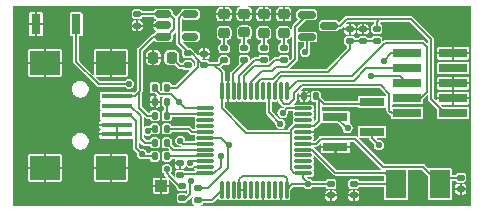
<source format=gbr>
%TF.GenerationSoftware,KiCad,Pcbnew,(6.0.7)*%
%TF.CreationDate,2022-09-05T13:16:06+02:00*%
%TF.ProjectId,blackmagic_mini,626c6163-6b6d-4616-9769-635f6d696e69,rev?*%
%TF.SameCoordinates,Original*%
%TF.FileFunction,Copper,L1,Top*%
%TF.FilePolarity,Positive*%
%FSLAX46Y46*%
G04 Gerber Fmt 4.6, Leading zero omitted, Abs format (unit mm)*
G04 Created by KiCad (PCBNEW (6.0.7)) date 2022-09-05 13:16:06*
%MOMM*%
%LPD*%
G01*
G04 APERTURE LIST*
G04 Aperture macros list*
%AMRoundRect*
0 Rectangle with rounded corners*
0 $1 Rounding radius*
0 $2 $3 $4 $5 $6 $7 $8 $9 X,Y pos of 4 corners*
0 Add a 4 corners polygon primitive as box body*
4,1,4,$2,$3,$4,$5,$6,$7,$8,$9,$2,$3,0*
0 Add four circle primitives for the rounded corners*
1,1,$1+$1,$2,$3*
1,1,$1+$1,$4,$5*
1,1,$1+$1,$6,$7*
1,1,$1+$1,$8,$9*
0 Add four rect primitives between the rounded corners*
20,1,$1+$1,$2,$3,$4,$5,0*
20,1,$1+$1,$4,$5,$6,$7,0*
20,1,$1+$1,$6,$7,$8,$9,0*
20,1,$1+$1,$8,$9,$2,$3,0*%
G04 Aperture macros list end*
%TA.AperFunction,SMDPad,CuDef*%
%ADD10R,2.100000X0.740000*%
%TD*%
%TA.AperFunction,SMDPad,CuDef*%
%ADD11R,2.400000X0.750000*%
%TD*%
%TA.AperFunction,SMDPad,CuDef*%
%ADD12RoundRect,0.218750X0.256250X-0.218750X0.256250X0.218750X-0.256250X0.218750X-0.256250X-0.218750X0*%
%TD*%
%TA.AperFunction,SMDPad,CuDef*%
%ADD13R,1.700000X2.400000*%
%TD*%
%TA.AperFunction,SMDPad,CuDef*%
%ADD14RoundRect,0.075000X0.662500X0.075000X-0.662500X0.075000X-0.662500X-0.075000X0.662500X-0.075000X0*%
%TD*%
%TA.AperFunction,SMDPad,CuDef*%
%ADD15RoundRect,0.075000X0.075000X0.662500X-0.075000X0.662500X-0.075000X-0.662500X0.075000X-0.662500X0*%
%TD*%
%TA.AperFunction,SMDPad,CuDef*%
%ADD16RoundRect,0.150000X-0.512500X-0.150000X0.512500X-0.150000X0.512500X0.150000X-0.512500X0.150000X0*%
%TD*%
%TA.AperFunction,SMDPad,CuDef*%
%ADD17R,1.000000X1.000000*%
%TD*%
%TA.AperFunction,SMDPad,CuDef*%
%ADD18R,0.800000X1.700000*%
%TD*%
%TA.AperFunction,SMDPad,CuDef*%
%ADD19RoundRect,0.135000X-0.185000X0.135000X-0.185000X-0.135000X0.185000X-0.135000X0.185000X0.135000X0*%
%TD*%
%TA.AperFunction,SMDPad,CuDef*%
%ADD20RoundRect,0.135000X0.185000X-0.135000X0.185000X0.135000X-0.185000X0.135000X-0.185000X-0.135000X0*%
%TD*%
%TA.AperFunction,SMDPad,CuDef*%
%ADD21RoundRect,0.135000X0.135000X0.185000X-0.135000X0.185000X-0.135000X-0.185000X0.135000X-0.185000X0*%
%TD*%
%TA.AperFunction,SMDPad,CuDef*%
%ADD22RoundRect,0.135000X-0.135000X-0.185000X0.135000X-0.185000X0.135000X0.185000X-0.135000X0.185000X0*%
%TD*%
%TA.AperFunction,SMDPad,CuDef*%
%ADD23RoundRect,0.150000X-0.587500X-0.150000X0.587500X-0.150000X0.587500X0.150000X-0.587500X0.150000X0*%
%TD*%
%TA.AperFunction,SMDPad,CuDef*%
%ADD24R,2.600000X0.450000*%
%TD*%
%TA.AperFunction,SMDPad,CuDef*%
%ADD25R,2.500000X2.000000*%
%TD*%
%TA.AperFunction,SMDPad,CuDef*%
%ADD26RoundRect,0.140000X0.170000X-0.140000X0.170000X0.140000X-0.170000X0.140000X-0.170000X-0.140000X0*%
%TD*%
%TA.AperFunction,SMDPad,CuDef*%
%ADD27RoundRect,0.140000X-0.170000X0.140000X-0.170000X-0.140000X0.170000X-0.140000X0.170000X0.140000X0*%
%TD*%
%TA.AperFunction,SMDPad,CuDef*%
%ADD28RoundRect,0.140000X0.140000X0.170000X-0.140000X0.170000X-0.140000X-0.170000X0.140000X-0.170000X0*%
%TD*%
%TA.AperFunction,SMDPad,CuDef*%
%ADD29RoundRect,0.225000X0.225000X0.250000X-0.225000X0.250000X-0.225000X-0.250000X0.225000X-0.250000X0*%
%TD*%
%TA.AperFunction,ViaPad*%
%ADD30C,0.558800*%
%TD*%
%TA.AperFunction,Conductor*%
%ADD31C,0.200000*%
%TD*%
G04 APERTURE END LIST*
D10*
%TO.P,J1,1,Pin_1*%
%TO.N,GND*%
X47480000Y-32080000D03*
%TO.P,J1,2,Pin_2*%
%TO.N,/RXD*%
X50580000Y-30810000D03*
%TO.P,J1,3,Pin_3*%
%TO.N,/TXD*%
X47480000Y-29540000D03*
%TO.P,J1,4,Pin_4*%
%TO.N,+3V3*%
X50580000Y-28270000D03*
%TD*%
D11*
%TO.P,J3,10,Pin_10*%
%TO.N,/RST*%
X53550000Y-24135000D03*
%TO.P,J3,9,Pin_9*%
%TO.N,GND*%
X57450000Y-24135000D03*
%TO.P,J3,8,Pin_8*%
%TO.N,/TDI*%
X53550000Y-25405000D03*
%TO.P,J3,7,Pin_7*%
%TO.N,unconnected-(J3-Pad7)*%
X57450000Y-25405000D03*
%TO.P,J3,6,Pin_6*%
%TO.N,/TDO*%
X53550000Y-26675000D03*
%TO.P,J3,5,Pin_5*%
%TO.N,GND*%
X57450000Y-26675000D03*
%TO.P,J3,4,Pin_4*%
%TO.N,/TCK*%
X53550000Y-27945000D03*
%TO.P,J3,3,Pin_3*%
%TO.N,GND*%
X57450000Y-27945000D03*
%TO.P,J3,2,Pin_2*%
%TO.N,/TMS*%
X53550000Y-29215000D03*
%TO.P,J3,1,Pin_1*%
%TO.N,/TPWR*%
X57450000Y-29215000D03*
%TD*%
D12*
%TO.P,D2,1,A*%
%TO.N,Net-(D2-Pad1)*%
X39750000Y-22387500D03*
%TO.P,D2,2,C*%
%TO.N,GND*%
X39750000Y-20812500D03*
%TD*%
%TO.P,D1,1,A*%
%TO.N,Net-(D1-Pad1)*%
X38050000Y-22412500D03*
%TO.P,D1,2,C*%
%TO.N,GND*%
X38050000Y-20837500D03*
%TD*%
%TO.P,D4,1,A*%
%TO.N,Net-(D4-Pad1)*%
X43100000Y-22412500D03*
%TO.P,D4,2,C*%
%TO.N,GND*%
X43100000Y-20837500D03*
%TD*%
%TO.P,D3,2,C*%
%TO.N,GND*%
X41400000Y-20837500D03*
%TO.P,D3,1,A*%
%TO.N,Net-(D3-Pad1)*%
X41400000Y-22412500D03*
%TD*%
D13*
%TO.P,X1,1,1*%
%TO.N,Net-(X1-Pad1)*%
X52625000Y-35225000D03*
%TO.P,X1,2,2*%
%TO.N,Net-(X1-Pad2)*%
X56325000Y-35225000D03*
%TD*%
D14*
%TO.P,U2,1,VBAT*%
%TO.N,+3V3*%
X44762500Y-34300000D03*
%TO.P,U2,2,PC13*%
%TO.N,unconnected-(U2-Pad2)*%
X44762500Y-33800000D03*
%TO.P,U2,3,PC14*%
%TO.N,unconnected-(U2-Pad3)*%
X44762500Y-33300000D03*
%TO.P,U2,4,PC15*%
%TO.N,unconnected-(U2-Pad4)*%
X44762500Y-32800000D03*
%TO.P,U2,5,PD0*%
%TO.N,Net-(X1-Pad1)*%
X44762500Y-32300000D03*
%TO.P,U2,6,PD1*%
%TO.N,Net-(X1-Pad2)*%
X44762500Y-31800000D03*
%TO.P,U2,7,NRST*%
%TO.N,unconnected-(U2-Pad7)*%
X44762500Y-31300000D03*
%TO.P,U2,8,VSSA*%
%TO.N,GND*%
X44762500Y-30800000D03*
%TO.P,U2,9,VDDA*%
%TO.N,+3V3*%
X44762500Y-30300000D03*
%TO.P,U2,10,PA0*%
%TO.N,unconnected-(U2-Pad10)*%
X44762500Y-29800000D03*
%TO.P,U2,11,PA1*%
%TO.N,unconnected-(U2-Pad11)*%
X44762500Y-29300000D03*
%TO.P,U2,12,PA2*%
%TO.N,/RST*%
X44762500Y-28800000D03*
D15*
%TO.P,U2,13,PA3*%
%TO.N,/TDI*%
X43350000Y-27387500D03*
%TO.P,U2,14,PA4*%
%TO.N,/TMS*%
X42850000Y-27387500D03*
%TO.P,U2,15,PA5*%
%TO.N,/TCK*%
X42350000Y-27387500D03*
%TO.P,U2,16,PA6*%
%TO.N,/TDO*%
X41850000Y-27387500D03*
%TO.P,U2,17,PA7*%
%TO.N,unconnected-(U2-Pad17)*%
X41350000Y-27387500D03*
%TO.P,U2,18,PB0*%
%TO.N,Net-(R9-Pad1)*%
X40850000Y-27387500D03*
%TO.P,U2,19,PB1*%
%TO.N,/PWR_BR*%
X40350000Y-27387500D03*
%TO.P,U2,20,PB2*%
%TO.N,/LED0*%
X39850000Y-27387500D03*
%TO.P,U2,21,PB10*%
%TO.N,/LED1*%
X39350000Y-27387500D03*
%TO.P,U2,22,PB11*%
%TO.N,/LED2*%
X38850000Y-27387500D03*
%TO.P,U2,23,VSS*%
%TO.N,GND*%
X38350000Y-27387500D03*
%TO.P,U2,24,VDD*%
%TO.N,+3V3*%
X37850000Y-27387500D03*
D14*
%TO.P,U2,25,PB12*%
%TO.N,Net-(R10-Pad2)*%
X36437500Y-28800000D03*
%TO.P,U2,26,PB13*%
%TO.N,/VBUS*%
X36437500Y-29300000D03*
%TO.P,U2,27,PB14*%
%TO.N,unconnected-(U2-Pad27)*%
X36437500Y-29800000D03*
%TO.P,U2,28,PB15*%
%TO.N,unconnected-(U2-Pad28)*%
X36437500Y-30300000D03*
%TO.P,U2,29,PA8*%
%TO.N,Net-(U2-Pad29)*%
X36437500Y-30800000D03*
%TO.P,U2,30,PA9*%
%TO.N,/TXD*%
X36437500Y-31300000D03*
%TO.P,U2,31,PA10*%
%TO.N,/RXD*%
X36437500Y-31800000D03*
%TO.P,U2,32,PA11*%
%TO.N,Net-(U2-Pad32)*%
X36437500Y-32300000D03*
%TO.P,U2,33,PA12*%
%TO.N,Net-(U2-Pad33)*%
X36437500Y-32800000D03*
%TO.P,U2,34,PA13*%
%TO.N,Net-(U2-Pad34)*%
X36437500Y-33300000D03*
%TO.P,U2,35,VSS*%
%TO.N,GND*%
X36437500Y-33800000D03*
%TO.P,U2,36,VDD*%
%TO.N,+3V3*%
X36437500Y-34300000D03*
D15*
%TO.P,U2,37,PA14*%
%TO.N,Net-(U2-Pad37)*%
X37850000Y-35712500D03*
%TO.P,U2,38,PA15*%
%TO.N,unconnected-(U2-Pad38)*%
X38350000Y-35712500D03*
%TO.P,U2,39,PB3*%
%TO.N,unconnected-(U2-Pad39)*%
X38850000Y-35712500D03*
%TO.P,U2,40,PB4*%
%TO.N,+3V3*%
X39350000Y-35712500D03*
%TO.P,U2,41,PB5*%
X39850000Y-35712500D03*
%TO.P,U2,42,PB6*%
%TO.N,unconnected-(U2-Pad42)*%
X40350000Y-35712500D03*
%TO.P,U2,43,PB7*%
%TO.N,unconnected-(U2-Pad43)*%
X40850000Y-35712500D03*
%TO.P,U2,44,BOOT0*%
%TO.N,GND*%
X41350000Y-35712500D03*
%TO.P,U2,45,PB8*%
%TO.N,unconnected-(U2-Pad45)*%
X41850000Y-35712500D03*
%TO.P,U2,46,PB9*%
%TO.N,unconnected-(U2-Pad46)*%
X42350000Y-35712500D03*
%TO.P,U2,47,VSS*%
%TO.N,GND*%
X42850000Y-35712500D03*
%TO.P,U2,48,VDD*%
%TO.N,+3V3*%
X43350000Y-35712500D03*
%TD*%
D16*
%TO.P,U1,1,VIN*%
%TO.N,+5V*%
X32912500Y-20850000D03*
%TO.P,U1,2,GND*%
%TO.N,GND*%
X32912500Y-21800000D03*
%TO.P,U1,3,ON/~{OFF}*%
%TO.N,+5V*%
X32912500Y-22750000D03*
%TO.P,U1,4,ADJ*%
%TO.N,unconnected-(U1-Pad4)*%
X35187500Y-22750000D03*
%TO.P,U1,5,VOUT*%
%TO.N,+3V3*%
X35187500Y-20850000D03*
%TD*%
D17*
%TO.P,TP1,1,1*%
%TO.N,GND*%
X32700000Y-35375000D03*
%TD*%
D18*
%TO.P,S1,1,1*%
%TO.N,GND*%
X22125000Y-21700000D03*
%TO.P,S1,2,2*%
%TO.N,Net-(R10-Pad2)*%
X25525000Y-21700000D03*
%TD*%
D19*
%TO.P,R15,1*%
%TO.N,+3V3*%
X35000000Y-24165000D03*
%TO.P,R15,2*%
%TO.N,Net-(R15-Pad2)*%
X35000000Y-25185000D03*
%TD*%
D20*
%TO.P,R14,1*%
%TO.N,Net-(U2-Pad37)*%
X35825000Y-36610000D03*
%TO.P,R14,2*%
%TO.N,/TXD*%
X35825000Y-35590000D03*
%TD*%
%TO.P,R13,1*%
%TO.N,Net-(U2-Pad34)*%
X34500000Y-36410000D03*
%TO.P,R13,2*%
%TO.N,/RXD*%
X34500000Y-35390000D03*
%TD*%
D21*
%TO.P,R12,1*%
%TO.N,/VBUS*%
X33235000Y-28250000D03*
%TO.P,R12,2*%
%TO.N,GND*%
X32215000Y-28250000D03*
%TD*%
D22*
%TO.P,R11,1*%
%TO.N,+5V*%
X32190000Y-29425000D03*
%TO.P,R11,2*%
%TO.N,/VBUS*%
X33210000Y-29425000D03*
%TD*%
D21*
%TO.P,R10,1*%
%TO.N,+3V3*%
X33210000Y-27050000D03*
%TO.P,R10,2*%
%TO.N,Net-(R10-Pad2)*%
X32190000Y-27050000D03*
%TD*%
D20*
%TO.P,R9,1*%
%TO.N,Net-(R9-Pad1)*%
X49825000Y-23135000D03*
%TO.P,R9,2*%
%TO.N,GND*%
X49825000Y-22115000D03*
%TD*%
D19*
%TO.P,R8,1*%
%TO.N,/TPWR*%
X50975000Y-22090000D03*
%TO.P,R8,2*%
%TO.N,Net-(R9-Pad1)*%
X50975000Y-23110000D03*
%TD*%
D20*
%TO.P,R7,1,1*%
%TO.N,/LED0*%
X43100000Y-24710000D03*
%TO.P,R7,2,2*%
%TO.N,Net-(D4-Pad1)*%
X43100000Y-23690000D03*
%TD*%
%TO.P,R6,1,1*%
%TO.N,/LED1*%
X41400000Y-24710000D03*
%TO.P,R6,2,2*%
%TO.N,Net-(D3-Pad1)*%
X41400000Y-23690000D03*
%TD*%
%TO.P,R5,1,1*%
%TO.N,/LED2*%
X39750000Y-24710000D03*
%TO.P,R5,2,2*%
%TO.N,Net-(D2-Pad1)*%
X39750000Y-23690000D03*
%TD*%
%TO.P,R4,1,1*%
%TO.N,+3V3*%
X38050000Y-24735000D03*
%TO.P,R4,2,2*%
%TO.N,Net-(D1-Pad1)*%
X38050000Y-23715000D03*
%TD*%
D21*
%TO.P,R3,2*%
%TO.N,Net-(R1-Pad2)*%
X32190000Y-32875000D03*
%TO.P,R3,1*%
%TO.N,Net-(U2-Pad33)*%
X33210000Y-32875000D03*
%TD*%
%TO.P,R2,1*%
%TO.N,Net-(U2-Pad32)*%
X33210000Y-31725000D03*
%TO.P,R2,2*%
%TO.N,Net-(J2-Pad2)*%
X32190000Y-31725000D03*
%TD*%
%TO.P,R1,1*%
%TO.N,Net-(U2-Pad29)*%
X33210000Y-30550000D03*
%TO.P,R1,2*%
%TO.N,Net-(R1-Pad2)*%
X32190000Y-30550000D03*
%TD*%
D23*
%TO.P,Q1,1,G*%
%TO.N,/PWR_BR*%
X45062500Y-20875000D03*
%TO.P,Q1,2,S*%
%TO.N,+3V3*%
X45062500Y-22775000D03*
%TO.P,Q1,3,D*%
%TO.N,/TPWR*%
X46937500Y-21825000D03*
%TD*%
D24*
%TO.P,J2,1,VBUS*%
%TO.N,+5V*%
X28975000Y-27800000D03*
%TO.P,J2,2,D-*%
%TO.N,Net-(J2-Pad2)*%
X28975000Y-28600000D03*
%TO.P,J2,3,D+*%
%TO.N,Net-(R1-Pad2)*%
X28975000Y-29400000D03*
%TO.P,J2,4,ID*%
%TO.N,GND*%
X28975000Y-30200000D03*
%TO.P,J2,5,GND*%
X28975000Y-31000000D03*
D25*
%TO.P,J2,6,GND*%
X28467000Y-24955000D03*
%TO.P,J2,7,GND*%
X22879000Y-24955000D03*
%TO.P,J2,8,GND*%
X28467000Y-33845000D03*
%TO.P,J2,9,GND*%
X22879000Y-33845000D03*
%TD*%
D26*
%TO.P,C9,1*%
%TO.N,Net-(R9-Pad1)*%
X48700000Y-23080000D03*
%TO.P,C9,2*%
%TO.N,GND*%
X48700000Y-22120000D03*
%TD*%
D27*
%TO.P,C8,1*%
%TO.N,Net-(X1-Pad2)*%
X58075000Y-34695000D03*
%TO.P,C8,2*%
%TO.N,GND*%
X58075000Y-35655000D03*
%TD*%
%TO.P,C7,1*%
%TO.N,Net-(X1-Pad1)*%
X49025000Y-35220000D03*
%TO.P,C7,2*%
%TO.N,GND*%
X49025000Y-36180000D03*
%TD*%
%TO.P,C6,1*%
%TO.N,+3V3*%
X47100000Y-35220000D03*
%TO.P,C6,2*%
%TO.N,GND*%
X47100000Y-36180000D03*
%TD*%
D26*
%TO.P,C5,1*%
%TO.N,+3V3*%
X34350000Y-34430000D03*
%TO.P,C5,2*%
%TO.N,GND*%
X34350000Y-33470000D03*
%TD*%
D28*
%TO.P,C4,1*%
%TO.N,+3V3*%
X45805000Y-27800000D03*
%TO.P,C4,2*%
%TO.N,GND*%
X44845000Y-27800000D03*
%TD*%
D26*
%TO.P,C3,1*%
%TO.N,+3V3*%
X36375000Y-25150000D03*
%TO.P,C3,2*%
%TO.N,GND*%
X36375000Y-24190000D03*
%TD*%
D29*
%TO.P,C2,1*%
%TO.N,Net-(R15-Pad2)*%
X33600000Y-24525000D03*
%TO.P,C2,2*%
%TO.N,GND*%
X32050000Y-24525000D03*
%TD*%
D27*
%TO.P,C1,1*%
%TO.N,+5V*%
X30700000Y-20845000D03*
%TO.P,C1,2*%
%TO.N,GND*%
X30700000Y-21805000D03*
%TD*%
D30*
%TO.N,GND*%
X47075000Y-32900000D03*
X46250000Y-30750000D03*
X47975000Y-27700000D03*
X50025000Y-20625000D03*
X55000000Y-20675000D03*
X58475000Y-20625000D03*
X58400000Y-36625000D03*
X44800000Y-36700000D03*
X33000000Y-36700000D03*
X29375000Y-36525000D03*
X24875000Y-36525000D03*
X20950000Y-36500000D03*
X21050000Y-33450000D03*
X20975000Y-30425000D03*
X20900000Y-27350000D03*
X20850000Y-23275000D03*
X28900000Y-20575000D03*
X26625000Y-20600000D03*
X23400000Y-20600000D03*
X20850000Y-20700000D03*
%TO.N,/RXD*%
X51150000Y-31925000D03*
%TO.N,/TXD*%
X48500000Y-30475000D03*
X38500000Y-31925000D03*
%TO.N,+3V3*%
X45180000Y-35220000D03*
X37750000Y-32875000D03*
X44900000Y-24050000D03*
%TO.N,/RXD*%
X33200000Y-33950000D03*
%TO.N,Net-(U2-Pad34)*%
X35225000Y-34925000D03*
X35200000Y-33425000D03*
%TO.N,Net-(R10-Pad2)*%
X34212500Y-28287500D03*
X30000000Y-26725000D03*
%TO.N,/TDO*%
X50475000Y-26075000D03*
X42825000Y-30125000D03*
%TO.N,Net-(R1-Pad2)*%
X31112500Y-32712500D03*
X31575000Y-30700000D03*
%TO.N,/RXD*%
X34350000Y-31550000D03*
%TO.N,/RST*%
X43000000Y-29200000D03*
X51550000Y-24775000D03*
%TD*%
D31*
%TO.N,Net-(X1-Pad2)*%
X54850000Y-33750000D02*
X56325000Y-35225000D01*
X46250000Y-31400000D02*
X49175000Y-31400000D01*
X45850000Y-31800000D02*
X46250000Y-31400000D01*
X44762500Y-31800000D02*
X45850000Y-31800000D01*
X49175000Y-31400000D02*
X51525000Y-33750000D01*
X51525000Y-33750000D02*
X54850000Y-33750000D01*
%TO.N,/TXD*%
X48415000Y-30475000D02*
X47480000Y-29540000D01*
X48500000Y-30475000D02*
X48415000Y-30475000D01*
%TO.N,/RXD*%
X50580000Y-31355000D02*
X50580000Y-30810000D01*
X51150000Y-31925000D02*
X50580000Y-31355000D01*
%TO.N,Net-(X1-Pad1)*%
X51650000Y-34250000D02*
X52625000Y-35225000D01*
X47450000Y-34250000D02*
X51650000Y-34250000D01*
X45500000Y-32300000D02*
X47450000Y-34250000D01*
X44762500Y-32300000D02*
X45500000Y-32300000D01*
%TO.N,+3V3*%
X46480000Y-28475000D02*
X50375000Y-28475000D01*
X50375000Y-28475000D02*
X50580000Y-28270000D01*
X45805000Y-27800000D02*
X46480000Y-28475000D01*
%TO.N,GND*%
X47500000Y-27225000D02*
X47975000Y-27700000D01*
X44845000Y-27755000D02*
X45375000Y-27225000D01*
X45375000Y-27225000D02*
X47500000Y-27225000D01*
X44845000Y-27800000D02*
X44845000Y-27755000D01*
%TO.N,/TMS*%
X52265000Y-29215000D02*
X53550000Y-29215000D01*
X52050000Y-29000000D02*
X52265000Y-29215000D01*
X52050000Y-27575000D02*
X52050000Y-29000000D01*
X51325000Y-26850000D02*
X52050000Y-27575000D01*
X43950000Y-27525000D02*
X44625000Y-26850000D01*
X43950000Y-28050000D02*
X43950000Y-27525000D01*
X43575000Y-28425000D02*
X43950000Y-28050000D01*
X43125000Y-28425000D02*
X43575000Y-28425000D01*
X42850000Y-28150000D02*
X43125000Y-28425000D01*
X42850000Y-27387500D02*
X42850000Y-28150000D01*
X44625000Y-26850000D02*
X51325000Y-26850000D01*
%TO.N,+3V3*%
X46100000Y-28095000D02*
X45805000Y-27800000D01*
X46100000Y-29850000D02*
X46100000Y-28095000D01*
X45650000Y-30300000D02*
X46100000Y-29850000D01*
X44762500Y-30300000D02*
X45650000Y-30300000D01*
%TO.N,/TDO*%
X52950000Y-26075000D02*
X53550000Y-26675000D01*
X53550000Y-26675000D02*
X53675000Y-26675000D01*
X50475000Y-26075000D02*
X52950000Y-26075000D01*
%TO.N,/TDI*%
X50095000Y-25405000D02*
X53675000Y-25405000D01*
X49025000Y-26475000D02*
X50095000Y-25405000D01*
X44262500Y-26475000D02*
X49025000Y-26475000D01*
X43350000Y-27387500D02*
X44262500Y-26475000D01*
%TO.N,/TCK*%
X42900000Y-26100000D02*
X42350000Y-26650000D01*
X48875000Y-26100000D02*
X42900000Y-26100000D01*
X51675000Y-23300000D02*
X48875000Y-26100000D01*
X54900000Y-23300000D02*
X51675000Y-23300000D01*
X55200000Y-23600000D02*
X54900000Y-23300000D01*
X55200000Y-27425000D02*
X55200000Y-23600000D01*
X42350000Y-26650000D02*
X42350000Y-27387500D01*
X54680000Y-27945000D02*
X55200000Y-27425000D01*
X53675000Y-27945000D02*
X54680000Y-27945000D01*
%TO.N,/TMS*%
X53675000Y-29215000D02*
X52765000Y-29215000D01*
%TO.N,+3V3*%
X45180000Y-35220000D02*
X43842500Y-35220000D01*
X37750000Y-33775000D02*
X37750000Y-32875000D01*
X37225000Y-34300000D02*
X37750000Y-33775000D01*
X36437500Y-34300000D02*
X37225000Y-34300000D01*
X39350000Y-35712500D02*
X39850000Y-35712500D01*
X39925000Y-30900000D02*
X43675000Y-30900000D01*
X37850000Y-28825000D02*
X39925000Y-30900000D01*
X43675000Y-30900000D02*
X43675000Y-33975000D01*
X43675000Y-30650000D02*
X43675000Y-30900000D01*
X37850000Y-27387500D02*
X37850000Y-28825000D01*
X43150000Y-34550000D02*
X43350000Y-34750000D01*
X39625000Y-34550000D02*
X43150000Y-34550000D01*
X43350000Y-34750000D02*
X43350000Y-35712500D01*
X39350000Y-34825000D02*
X39625000Y-34550000D01*
X39350000Y-35712500D02*
X39350000Y-34825000D01*
X44000000Y-34300000D02*
X44762500Y-34300000D01*
X43675000Y-33975000D02*
X44000000Y-34300000D01*
X44025000Y-30300000D02*
X43675000Y-30650000D01*
X44762500Y-30300000D02*
X44025000Y-30300000D01*
%TO.N,Net-(U2-Pad34)*%
X35325000Y-33300000D02*
X36437500Y-33300000D01*
X35200000Y-33425000D02*
X35325000Y-33300000D01*
%TO.N,+3V3*%
X45062500Y-23887500D02*
X44900000Y-24050000D01*
X45062500Y-22775000D02*
X45062500Y-23887500D01*
%TO.N,/TXD*%
X36487500Y-31350000D02*
X36437500Y-31300000D01*
X38400000Y-33900000D02*
X38400000Y-31950000D01*
X38400000Y-31950000D02*
X37800000Y-31350000D01*
X36710000Y-35590000D02*
X38400000Y-33900000D01*
X35825000Y-35590000D02*
X36710000Y-35590000D01*
X37800000Y-31350000D02*
X36487500Y-31350000D01*
%TO.N,/RXD*%
X33200000Y-34325000D02*
X33200000Y-33950000D01*
X33475000Y-34600000D02*
X33200000Y-34325000D01*
X34265000Y-35390000D02*
X33475000Y-34600000D01*
X34500000Y-35390000D02*
X34265000Y-35390000D01*
%TO.N,Net-(U2-Pad34)*%
X35175000Y-34975000D02*
X35225000Y-34925000D01*
X35175000Y-35250000D02*
X35175000Y-34975000D01*
X34865000Y-36410000D02*
X35175000Y-36100000D01*
X35175000Y-36100000D02*
X35175000Y-35250000D01*
X34500000Y-36410000D02*
X34865000Y-36410000D01*
%TO.N,Net-(U2-Pad37)*%
X36987500Y-36575000D02*
X37850000Y-35712500D01*
X35940000Y-36575000D02*
X36987500Y-36575000D01*
%TO.N,+3V3*%
X34430000Y-34350000D02*
X36387500Y-34350000D01*
X34350000Y-34430000D02*
X34430000Y-34350000D01*
X36387500Y-34350000D02*
X36437500Y-34300000D01*
%TO.N,Net-(R10-Pad2)*%
X34212500Y-28287500D02*
X33550000Y-27625000D01*
X32190000Y-27165000D02*
X32190000Y-27050000D01*
X32650000Y-27625000D02*
X32190000Y-27165000D01*
X33550000Y-27625000D02*
X32650000Y-27625000D01*
X36437500Y-28800000D02*
X34725000Y-28800000D01*
X34725000Y-28800000D02*
X34212500Y-28287500D01*
X29950000Y-26775000D02*
X30000000Y-26725000D01*
X27450000Y-26775000D02*
X29950000Y-26775000D01*
X25525000Y-24850000D02*
X27450000Y-26775000D01*
X25525000Y-21700000D02*
X25525000Y-24850000D01*
%TO.N,/TDO*%
X41850000Y-29150000D02*
X42825000Y-30125000D01*
X41850000Y-27387500D02*
X41850000Y-29150000D01*
%TO.N,+3V3*%
X44762500Y-34300000D02*
X44762500Y-34687500D01*
X45295000Y-35220000D02*
X45180000Y-35220000D01*
X44762500Y-34687500D02*
X45295000Y-35220000D01*
X47100000Y-35220000D02*
X45295000Y-35220000D01*
X43842500Y-35220000D02*
X43350000Y-35712500D01*
%TO.N,Net-(R1-Pad2)*%
X31112500Y-32712500D02*
X31275000Y-32875000D01*
X31725000Y-30550000D02*
X31575000Y-30700000D01*
X32190000Y-30550000D02*
X31725000Y-30550000D01*
%TO.N,Net-(J2-Pad2)*%
X30075000Y-28600000D02*
X28975000Y-28600000D01*
X31325000Y-31725000D02*
X30975000Y-31375000D01*
X30975000Y-31375000D02*
X30975000Y-29500000D01*
X32190000Y-31725000D02*
X31325000Y-31725000D01*
X30975000Y-29500000D02*
X30075000Y-28600000D01*
%TO.N,Net-(R1-Pad2)*%
X31275000Y-32875000D02*
X32190000Y-32875000D01*
X30575000Y-32175000D02*
X31112500Y-32712500D01*
X30575000Y-29900000D02*
X30575000Y-32175000D01*
X30075000Y-29400000D02*
X30575000Y-29900000D01*
X28975000Y-29400000D02*
X30075000Y-29400000D01*
%TO.N,+3V3*%
X37850000Y-27387500D02*
X37850000Y-25775000D01*
X37225000Y-25150000D02*
X37635000Y-25150000D01*
X36375000Y-25150000D02*
X37225000Y-25150000D01*
X37850000Y-25775000D02*
X37225000Y-25150000D01*
X35837500Y-25312500D02*
X35837500Y-24687500D01*
X34100000Y-27050000D02*
X35837500Y-25312500D01*
X33210000Y-27050000D02*
X34100000Y-27050000D01*
X35837500Y-24687500D02*
X36300000Y-25150000D01*
X35315000Y-24165000D02*
X35837500Y-24687500D01*
X36300000Y-25150000D02*
X36375000Y-25150000D01*
X35000000Y-24165000D02*
X35315000Y-24165000D01*
X37635000Y-25150000D02*
X38050000Y-24735000D01*
%TO.N,/VBUS*%
X33235000Y-29400000D02*
X33210000Y-29425000D01*
X33235000Y-28250000D02*
X33235000Y-29400000D01*
X33335000Y-29300000D02*
X33210000Y-29425000D01*
X36437500Y-29300000D02*
X33335000Y-29300000D01*
%TO.N,Net-(U2-Pad29)*%
X36412500Y-30825000D02*
X36437500Y-30800000D01*
X35325000Y-30825000D02*
X36412500Y-30825000D01*
X35050000Y-30550000D02*
X35325000Y-30825000D01*
X33210000Y-30550000D02*
X35050000Y-30550000D01*
%TO.N,/RXD*%
X34600000Y-31800000D02*
X34350000Y-31550000D01*
X36437500Y-31800000D02*
X34600000Y-31800000D01*
%TO.N,Net-(U2-Pad32)*%
X33725000Y-32300000D02*
X36437500Y-32300000D01*
X33210000Y-31785000D02*
X33725000Y-32300000D01*
X33210000Y-31725000D02*
X33210000Y-31785000D01*
%TO.N,Net-(U2-Pad33)*%
X36362500Y-32875000D02*
X36437500Y-32800000D01*
X33210000Y-32875000D02*
X36362500Y-32875000D01*
%TO.N,/PWR_BR*%
X44025000Y-24675000D02*
X44025000Y-21912500D01*
X43375000Y-25325000D02*
X44025000Y-24675000D01*
X42125000Y-25675000D02*
X42475000Y-25325000D01*
X40350000Y-26600000D02*
X41275000Y-25675000D01*
X41275000Y-25675000D02*
X42125000Y-25675000D01*
X44025000Y-21912500D02*
X45062500Y-20875000D01*
X40350000Y-27387500D02*
X40350000Y-26600000D01*
X42475000Y-25325000D02*
X43375000Y-25325000D01*
%TO.N,Net-(R9-Pad1)*%
X42150000Y-26350000D02*
X42800000Y-25700000D01*
X46825000Y-25700000D02*
X48700000Y-23825000D01*
X41175000Y-26350000D02*
X42150000Y-26350000D01*
X40850000Y-26675000D02*
X41175000Y-26350000D01*
X40850000Y-27387500D02*
X40850000Y-26675000D01*
X42800000Y-25700000D02*
X46825000Y-25700000D01*
X48700000Y-23825000D02*
X48700000Y-23080000D01*
%TO.N,/LED0*%
X39775000Y-26075000D02*
X39775000Y-26812500D01*
X40600000Y-25250000D02*
X39775000Y-26075000D01*
X41850000Y-25250000D02*
X40600000Y-25250000D01*
X42390000Y-24710000D02*
X41850000Y-25250000D01*
X43100000Y-24710000D02*
X42390000Y-24710000D01*
%TO.N,/TPWR*%
X50975000Y-21475000D02*
X51200000Y-21250000D01*
X50975000Y-22090000D02*
X50975000Y-21475000D01*
X48425000Y-21250000D02*
X51200000Y-21250000D01*
X51200000Y-21250000D02*
X53850000Y-21250000D01*
%TO.N,Net-(R9-Pad1)*%
X49850000Y-23110000D02*
X49825000Y-23135000D01*
X50975000Y-23110000D02*
X49850000Y-23110000D01*
X49770000Y-23080000D02*
X49825000Y-23135000D01*
X48700000Y-23080000D02*
X49770000Y-23080000D01*
%TO.N,/RST*%
X43400000Y-28800000D02*
X44112500Y-28800000D01*
X43000000Y-29200000D02*
X43400000Y-28800000D01*
%TO.N,/LED1*%
X40640000Y-24710000D02*
X39275000Y-26075000D01*
X41400000Y-24710000D02*
X40640000Y-24710000D01*
X39275000Y-26075000D02*
X39275000Y-26812500D01*
%TO.N,/LED2*%
X38775000Y-25925000D02*
X38775000Y-26812500D01*
X39750000Y-24950000D02*
X38775000Y-25925000D01*
X39750000Y-24710000D02*
X39750000Y-24950000D01*
%TO.N,/RST*%
X52190000Y-24135000D02*
X51550000Y-24775000D01*
X53675000Y-24135000D02*
X52190000Y-24135000D01*
%TO.N,Net-(X1-Pad1)*%
X52620000Y-35220000D02*
X52625000Y-35225000D01*
X49025000Y-35220000D02*
X52620000Y-35220000D01*
%TO.N,Net-(X1-Pad2)*%
X56855000Y-34695000D02*
X56325000Y-35225000D01*
X58075000Y-34695000D02*
X56855000Y-34695000D01*
%TO.N,/TPWR*%
X56765000Y-29215000D02*
X57575000Y-29215000D01*
X55575000Y-28025000D02*
X56765000Y-29215000D01*
X55575000Y-22975000D02*
X55575000Y-28025000D01*
X53850000Y-21250000D02*
X55575000Y-22975000D01*
X47850000Y-21825000D02*
X48425000Y-21250000D01*
X46937500Y-21825000D02*
X47850000Y-21825000D01*
%TO.N,Net-(D4-Pad1)*%
X43100000Y-22412500D02*
X43100000Y-23690000D01*
%TO.N,Net-(D3-Pad1)*%
X41400000Y-22412500D02*
X41400000Y-23690000D01*
%TO.N,Net-(D2-Pad1)*%
X39750000Y-22387500D02*
X39750000Y-23690000D01*
%TO.N,Net-(D1-Pad1)*%
X38050000Y-22412500D02*
X38050000Y-23715000D01*
%TO.N,+5V*%
X30875000Y-28775000D02*
X30875000Y-27400000D01*
X30875000Y-27400000D02*
X30900000Y-27375000D01*
X31525000Y-29425000D02*
X30875000Y-28775000D01*
X32190000Y-29425000D02*
X31525000Y-29425000D01*
X30475000Y-27800000D02*
X28975000Y-27800000D01*
X30900000Y-23900000D02*
X30900000Y-27375000D01*
X32050000Y-22750000D02*
X30900000Y-23900000D01*
X32912500Y-22750000D02*
X32050000Y-22750000D01*
X30900000Y-27375000D02*
X30475000Y-27800000D01*
%TO.N,/VBUS*%
X33210000Y-29425000D02*
X33210000Y-29225000D01*
%TO.N,Net-(R15-Pad2)*%
X34280000Y-25205000D02*
X35150000Y-25205000D01*
X33600000Y-24525000D02*
X34280000Y-25205000D01*
%TO.N,+3V3*%
X34250000Y-23285000D02*
X35150000Y-24185000D01*
X34250000Y-21125000D02*
X34250000Y-23285000D01*
X34525000Y-20850000D02*
X34250000Y-21125000D01*
X35187500Y-20850000D02*
X34525000Y-20850000D01*
%TO.N,+5V*%
X33200000Y-22750000D02*
X32912500Y-22750000D01*
X33850000Y-21275000D02*
X33850000Y-22100000D01*
X33425000Y-20850000D02*
X33850000Y-21275000D01*
X32912500Y-20850000D02*
X33425000Y-20850000D01*
X33850000Y-22100000D02*
X33200000Y-22750000D01*
X32907500Y-20845000D02*
X32912500Y-20850000D01*
X30700000Y-20845000D02*
X32907500Y-20845000D01*
%TD*%
%TA.AperFunction,Conductor*%
%TO.N,GND*%
G36*
X39382733Y-20161906D02*
G01*
X39391739Y-20183650D01*
X39382733Y-20205394D01*
X39370491Y-20212895D01*
X39367773Y-20213778D01*
X39260388Y-20268493D01*
X39256527Y-20271298D01*
X39171298Y-20356527D01*
X39168493Y-20360388D01*
X39113778Y-20467773D01*
X39112299Y-20472325D01*
X39098190Y-20561408D01*
X39098000Y-20563814D01*
X39098000Y-20717883D01*
X39099792Y-20722208D01*
X39104117Y-20724000D01*
X40395882Y-20724000D01*
X40400207Y-20722208D01*
X40401999Y-20717883D01*
X40401999Y-20563815D01*
X40401809Y-20561409D01*
X40387701Y-20472325D01*
X40386222Y-20467773D01*
X40331507Y-20360388D01*
X40328702Y-20356527D01*
X40243473Y-20271298D01*
X40239612Y-20268493D01*
X40132227Y-20213778D01*
X40129509Y-20212895D01*
X40111613Y-20197611D01*
X40109766Y-20174148D01*
X40125050Y-20156252D01*
X40139011Y-20152900D01*
X58911350Y-20152900D01*
X58933094Y-20161906D01*
X58942100Y-20183650D01*
X58942100Y-37031350D01*
X58933094Y-37053094D01*
X58911350Y-37062100D01*
X36150391Y-37062100D01*
X36128647Y-37053094D01*
X36119641Y-37031350D01*
X36128647Y-37009606D01*
X36137906Y-37003249D01*
X36175893Y-36986376D01*
X36177898Y-36984367D01*
X36177900Y-36984366D01*
X36249240Y-36912900D01*
X36251665Y-36910471D01*
X36280071Y-36846217D01*
X36297100Y-36829971D01*
X36308195Y-36827900D01*
X36959561Y-36827900D01*
X36965560Y-36828491D01*
X36968607Y-36829097D01*
X36987500Y-36832855D01*
X36990471Y-36832264D01*
X37012411Y-36827900D01*
X37086177Y-36813227D01*
X37088693Y-36811546D01*
X37088695Y-36811545D01*
X37148713Y-36771442D01*
X37148714Y-36771441D01*
X37167312Y-36759014D01*
X37169831Y-36757331D01*
X37182258Y-36738733D01*
X37186082Y-36734073D01*
X37502374Y-36417781D01*
X37524118Y-36408775D01*
X37545862Y-36417781D01*
X37554277Y-36433526D01*
X37560323Y-36463922D01*
X37562004Y-36466438D01*
X37562005Y-36466440D01*
X37588790Y-36506527D01*
X37610693Y-36539307D01*
X37613212Y-36540990D01*
X37683560Y-36587995D01*
X37683562Y-36587996D01*
X37686078Y-36589677D01*
X37689049Y-36590268D01*
X37751069Y-36602605D01*
X37751071Y-36602605D01*
X37752553Y-36602900D01*
X37850000Y-36602900D01*
X37947446Y-36602899D01*
X37948927Y-36602604D01*
X37948931Y-36602604D01*
X38010951Y-36590268D01*
X38013922Y-36589677D01*
X38016438Y-36587996D01*
X38016440Y-36587995D01*
X38082916Y-36543577D01*
X38105999Y-36538986D01*
X38117084Y-36543577D01*
X38183560Y-36587995D01*
X38183562Y-36587996D01*
X38186078Y-36589677D01*
X38189049Y-36590268D01*
X38251069Y-36602605D01*
X38251071Y-36602605D01*
X38252553Y-36602900D01*
X38350000Y-36602900D01*
X38447446Y-36602899D01*
X38448927Y-36602604D01*
X38448931Y-36602604D01*
X38510951Y-36590268D01*
X38513922Y-36589677D01*
X38516438Y-36587996D01*
X38516440Y-36587995D01*
X38582916Y-36543577D01*
X38605999Y-36538986D01*
X38617084Y-36543577D01*
X38683560Y-36587995D01*
X38683562Y-36587996D01*
X38686078Y-36589677D01*
X38689049Y-36590268D01*
X38751069Y-36602605D01*
X38751071Y-36602605D01*
X38752553Y-36602900D01*
X38850000Y-36602900D01*
X38947446Y-36602899D01*
X38948927Y-36602604D01*
X38948931Y-36602604D01*
X39010951Y-36590268D01*
X39013922Y-36589677D01*
X39016438Y-36587996D01*
X39016440Y-36587995D01*
X39082916Y-36543577D01*
X39105999Y-36538986D01*
X39117084Y-36543577D01*
X39183560Y-36587995D01*
X39183562Y-36587996D01*
X39186078Y-36589677D01*
X39189049Y-36590268D01*
X39251069Y-36602605D01*
X39251071Y-36602605D01*
X39252553Y-36602900D01*
X39350000Y-36602900D01*
X39447446Y-36602899D01*
X39448927Y-36602604D01*
X39448931Y-36602604D01*
X39510951Y-36590268D01*
X39513922Y-36589677D01*
X39516438Y-36587996D01*
X39516440Y-36587995D01*
X39582916Y-36543577D01*
X39605999Y-36538986D01*
X39617084Y-36543577D01*
X39683560Y-36587995D01*
X39683562Y-36587996D01*
X39686078Y-36589677D01*
X39689049Y-36590268D01*
X39751069Y-36602605D01*
X39751071Y-36602605D01*
X39752553Y-36602900D01*
X39850000Y-36602900D01*
X39947446Y-36602899D01*
X39948927Y-36602604D01*
X39948931Y-36602604D01*
X40010951Y-36590268D01*
X40013922Y-36589677D01*
X40016438Y-36587996D01*
X40016440Y-36587995D01*
X40082916Y-36543577D01*
X40105999Y-36538986D01*
X40117084Y-36543577D01*
X40183560Y-36587995D01*
X40183562Y-36587996D01*
X40186078Y-36589677D01*
X40189049Y-36590268D01*
X40251069Y-36602605D01*
X40251071Y-36602605D01*
X40252553Y-36602900D01*
X40350000Y-36602900D01*
X40447446Y-36602899D01*
X40448927Y-36602604D01*
X40448931Y-36602604D01*
X40510951Y-36590268D01*
X40513922Y-36589677D01*
X40516438Y-36587996D01*
X40516440Y-36587995D01*
X40582916Y-36543577D01*
X40605999Y-36538986D01*
X40617084Y-36543577D01*
X40683560Y-36587995D01*
X40683562Y-36587996D01*
X40686078Y-36589677D01*
X40689049Y-36590268D01*
X40751069Y-36602605D01*
X40751071Y-36602605D01*
X40752553Y-36602900D01*
X40850000Y-36602900D01*
X40947446Y-36602899D01*
X40948927Y-36602604D01*
X40948931Y-36602604D01*
X41010951Y-36590268D01*
X41013922Y-36589677D01*
X41016439Y-36587995D01*
X41016442Y-36587994D01*
X41061228Y-36558070D01*
X41084311Y-36553479D01*
X41095395Y-36558070D01*
X41174157Y-36610697D01*
X41179645Y-36612970D01*
X41248696Y-36626705D01*
X41251693Y-36627000D01*
X41255383Y-36627000D01*
X41259708Y-36625208D01*
X41261500Y-36620883D01*
X41261500Y-35654750D01*
X41270506Y-35633006D01*
X41292250Y-35624000D01*
X41407750Y-35624000D01*
X41429494Y-35633006D01*
X41438500Y-35654750D01*
X41438500Y-36620883D01*
X41440292Y-36625208D01*
X41444617Y-36627000D01*
X41448307Y-36627000D01*
X41451304Y-36626705D01*
X41520355Y-36612970D01*
X41525843Y-36610697D01*
X41604605Y-36558070D01*
X41627688Y-36553479D01*
X41638772Y-36558070D01*
X41683558Y-36587994D01*
X41683561Y-36587995D01*
X41686078Y-36589677D01*
X41689049Y-36590268D01*
X41751069Y-36602605D01*
X41751071Y-36602605D01*
X41752553Y-36602900D01*
X41850000Y-36602900D01*
X41947446Y-36602899D01*
X41948927Y-36602604D01*
X41948931Y-36602604D01*
X42010951Y-36590268D01*
X42013922Y-36589677D01*
X42016438Y-36587996D01*
X42016440Y-36587995D01*
X42082916Y-36543577D01*
X42105999Y-36538986D01*
X42117084Y-36543577D01*
X42183560Y-36587995D01*
X42183562Y-36587996D01*
X42186078Y-36589677D01*
X42189049Y-36590268D01*
X42251069Y-36602605D01*
X42251071Y-36602605D01*
X42252553Y-36602900D01*
X42350000Y-36602900D01*
X42447446Y-36602899D01*
X42448927Y-36602604D01*
X42448931Y-36602604D01*
X42510951Y-36590268D01*
X42513922Y-36589677D01*
X42516439Y-36587995D01*
X42516442Y-36587994D01*
X42561228Y-36558070D01*
X42584311Y-36553479D01*
X42595395Y-36558070D01*
X42674157Y-36610697D01*
X42679645Y-36612970D01*
X42748696Y-36626705D01*
X42751693Y-36627000D01*
X42755383Y-36627000D01*
X42759708Y-36625208D01*
X42761500Y-36620883D01*
X42761500Y-35654750D01*
X42770506Y-35633006D01*
X42792250Y-35624000D01*
X42907750Y-35624000D01*
X42929494Y-35633006D01*
X42938500Y-35654750D01*
X42938500Y-36620883D01*
X42940292Y-36625208D01*
X42944617Y-36627000D01*
X42948307Y-36627000D01*
X42951304Y-36626705D01*
X43020355Y-36612970D01*
X43025843Y-36610697D01*
X43104605Y-36558070D01*
X43127688Y-36553479D01*
X43138772Y-36558070D01*
X43183558Y-36587994D01*
X43183561Y-36587995D01*
X43186078Y-36589677D01*
X43189049Y-36590268D01*
X43251069Y-36602605D01*
X43251071Y-36602605D01*
X43252553Y-36602900D01*
X43350000Y-36602900D01*
X43447446Y-36602899D01*
X43448927Y-36602604D01*
X43448931Y-36602604D01*
X43510951Y-36590268D01*
X43513922Y-36589677D01*
X43516438Y-36587996D01*
X43516440Y-36587995D01*
X43586788Y-36540990D01*
X43589307Y-36539307D01*
X43611210Y-36506527D01*
X43637995Y-36466440D01*
X43637996Y-36466438D01*
X43639677Y-36463922D01*
X43645805Y-36433117D01*
X43652605Y-36398931D01*
X43652605Y-36398929D01*
X43652900Y-36397447D01*
X43652900Y-36356141D01*
X46613000Y-36356141D01*
X46613131Y-36358137D01*
X46618771Y-36400980D01*
X46620072Y-36405443D01*
X46665187Y-36502193D01*
X46668221Y-36506527D01*
X46743473Y-36581779D01*
X46747807Y-36584813D01*
X46844557Y-36629928D01*
X46849020Y-36631229D01*
X46891863Y-36636869D01*
X46893859Y-36637000D01*
X47005383Y-36637000D01*
X47009708Y-36635208D01*
X47011500Y-36630883D01*
X47188500Y-36630883D01*
X47190292Y-36635208D01*
X47194617Y-36637000D01*
X47306141Y-36637000D01*
X47308137Y-36636869D01*
X47350980Y-36631229D01*
X47355443Y-36629928D01*
X47452193Y-36584813D01*
X47456527Y-36581779D01*
X47531779Y-36506527D01*
X47534813Y-36502193D01*
X47579928Y-36405443D01*
X47581229Y-36400980D01*
X47586869Y-36358137D01*
X47587000Y-36356141D01*
X48538000Y-36356141D01*
X48538131Y-36358137D01*
X48543771Y-36400980D01*
X48545072Y-36405443D01*
X48590187Y-36502193D01*
X48593221Y-36506527D01*
X48668473Y-36581779D01*
X48672807Y-36584813D01*
X48769557Y-36629928D01*
X48774020Y-36631229D01*
X48816863Y-36636869D01*
X48818859Y-36637000D01*
X48930383Y-36637000D01*
X48934708Y-36635208D01*
X48936500Y-36630883D01*
X49113500Y-36630883D01*
X49115292Y-36635208D01*
X49119617Y-36637000D01*
X49231141Y-36637000D01*
X49233137Y-36636869D01*
X49275980Y-36631229D01*
X49280443Y-36629928D01*
X49377193Y-36584813D01*
X49381527Y-36581779D01*
X49456779Y-36506527D01*
X49459813Y-36502193D01*
X49504928Y-36405443D01*
X49506229Y-36400980D01*
X49511869Y-36358137D01*
X49512000Y-36356141D01*
X49512000Y-36274617D01*
X49510208Y-36270292D01*
X49505883Y-36268500D01*
X49119617Y-36268500D01*
X49115292Y-36270292D01*
X49113500Y-36274617D01*
X49113500Y-36630883D01*
X48936500Y-36630883D01*
X48936500Y-36274617D01*
X48934708Y-36270292D01*
X48930383Y-36268500D01*
X48544117Y-36268500D01*
X48539792Y-36270292D01*
X48538000Y-36274617D01*
X48538000Y-36356141D01*
X47587000Y-36356141D01*
X47587000Y-36274617D01*
X47585208Y-36270292D01*
X47580883Y-36268500D01*
X47194617Y-36268500D01*
X47190292Y-36270292D01*
X47188500Y-36274617D01*
X47188500Y-36630883D01*
X47011500Y-36630883D01*
X47011500Y-36274617D01*
X47009708Y-36270292D01*
X47005383Y-36268500D01*
X46619117Y-36268500D01*
X46614792Y-36270292D01*
X46613000Y-36274617D01*
X46613000Y-36356141D01*
X43652900Y-36356141D01*
X43652900Y-36085383D01*
X46613000Y-36085383D01*
X46614792Y-36089708D01*
X46619117Y-36091500D01*
X47005383Y-36091500D01*
X47009708Y-36089708D01*
X47011500Y-36085383D01*
X47188500Y-36085383D01*
X47190292Y-36089708D01*
X47194617Y-36091500D01*
X47580883Y-36091500D01*
X47585208Y-36089708D01*
X47587000Y-36085383D01*
X48538000Y-36085383D01*
X48539792Y-36089708D01*
X48544117Y-36091500D01*
X48930383Y-36091500D01*
X48934708Y-36089708D01*
X48936500Y-36085383D01*
X49113500Y-36085383D01*
X49115292Y-36089708D01*
X49119617Y-36091500D01*
X49505883Y-36091500D01*
X49510208Y-36089708D01*
X49512000Y-36085383D01*
X49512000Y-36003859D01*
X49511869Y-36001863D01*
X49506229Y-35959020D01*
X49504928Y-35954557D01*
X49459813Y-35857807D01*
X49456779Y-35853473D01*
X49381527Y-35778221D01*
X49377193Y-35775187D01*
X49280443Y-35730072D01*
X49275980Y-35728771D01*
X49233137Y-35723131D01*
X49231141Y-35723000D01*
X49119617Y-35723000D01*
X49115292Y-35724792D01*
X49113500Y-35729117D01*
X49113500Y-36085383D01*
X48936500Y-36085383D01*
X48936500Y-35729117D01*
X48934708Y-35724792D01*
X48930383Y-35723000D01*
X48818859Y-35723000D01*
X48816863Y-35723131D01*
X48774020Y-35728771D01*
X48769557Y-35730072D01*
X48672807Y-35775187D01*
X48668473Y-35778221D01*
X48593221Y-35853473D01*
X48590187Y-35857807D01*
X48545072Y-35954557D01*
X48543771Y-35959020D01*
X48538131Y-36001863D01*
X48538000Y-36003859D01*
X48538000Y-36085383D01*
X47587000Y-36085383D01*
X47587000Y-36003859D01*
X47586869Y-36001863D01*
X47581229Y-35959020D01*
X47579928Y-35954557D01*
X47534813Y-35857807D01*
X47531779Y-35853473D01*
X47456527Y-35778221D01*
X47452193Y-35775187D01*
X47355443Y-35730072D01*
X47350980Y-35728771D01*
X47308137Y-35723131D01*
X47306141Y-35723000D01*
X47194617Y-35723000D01*
X47190292Y-35724792D01*
X47188500Y-35729117D01*
X47188500Y-36085383D01*
X47011500Y-36085383D01*
X47011500Y-35729117D01*
X47009708Y-35724792D01*
X47005383Y-35723000D01*
X46893859Y-35723000D01*
X46891863Y-35723131D01*
X46849020Y-35728771D01*
X46844557Y-35730072D01*
X46747807Y-35775187D01*
X46743473Y-35778221D01*
X46668221Y-35853473D01*
X46665187Y-35857807D01*
X46620072Y-35954557D01*
X46618771Y-35959020D01*
X46613131Y-36001863D01*
X46613000Y-36003859D01*
X46613000Y-36085383D01*
X43652900Y-36085383D01*
X43652900Y-35779993D01*
X43661906Y-35758249D01*
X43938249Y-35481906D01*
X43959993Y-35472900D01*
X44813476Y-35472900D01*
X44835220Y-35481906D01*
X44837015Y-35483864D01*
X44853647Y-35503650D01*
X44888895Y-35545583D01*
X44890722Y-35546799D01*
X44890724Y-35546801D01*
X44979008Y-35605568D01*
X44991976Y-35614200D01*
X44994068Y-35614854D01*
X44994069Y-35614854D01*
X45013181Y-35620825D01*
X45110173Y-35651127D01*
X45153728Y-35651925D01*
X45231793Y-35653356D01*
X45231794Y-35653356D01*
X45233982Y-35653396D01*
X45236094Y-35652820D01*
X45236096Y-35652820D01*
X45277155Y-35641626D01*
X45353452Y-35620825D01*
X45355314Y-35619682D01*
X45355318Y-35619680D01*
X45457116Y-35557175D01*
X45457117Y-35557175D01*
X45458979Y-35556031D01*
X45525071Y-35483014D01*
X45547869Y-35472900D01*
X46639625Y-35472900D01*
X46661369Y-35481906D01*
X46667727Y-35491167D01*
X46681642Y-35522492D01*
X46684432Y-35528774D01*
X46702491Y-35546801D01*
X46759350Y-35603561D01*
X46761655Y-35605862D01*
X46764248Y-35607008D01*
X46764249Y-35607009D01*
X46850198Y-35645007D01*
X46861451Y-35649982D01*
X46863743Y-35650249D01*
X46863746Y-35650250D01*
X46885595Y-35652797D01*
X46885596Y-35652797D01*
X46886479Y-35652900D01*
X47098095Y-35652900D01*
X47313520Y-35652899D01*
X47339055Y-35649862D01*
X47341161Y-35648927D01*
X47341163Y-35648926D01*
X47436181Y-35606720D01*
X47436182Y-35606719D01*
X47438774Y-35605568D01*
X47483880Y-35560383D01*
X47513860Y-35530351D01*
X47513861Y-35530349D01*
X47515862Y-35528345D01*
X47532299Y-35491167D01*
X47559048Y-35430662D01*
X47559048Y-35430661D01*
X47559982Y-35428549D01*
X47562900Y-35403521D01*
X47562899Y-35036480D01*
X47559862Y-35010945D01*
X47557985Y-35006718D01*
X47516720Y-34913819D01*
X47516719Y-34913818D01*
X47515568Y-34911226D01*
X47468178Y-34863919D01*
X47440351Y-34836140D01*
X47440349Y-34836139D01*
X47438345Y-34834138D01*
X47430015Y-34830455D01*
X47340662Y-34790952D01*
X47340661Y-34790952D01*
X47338549Y-34790018D01*
X47336257Y-34789751D01*
X47336254Y-34789750D01*
X47314405Y-34787203D01*
X47314404Y-34787203D01*
X47313521Y-34787100D01*
X47101905Y-34787100D01*
X46886480Y-34787101D01*
X46860945Y-34790138D01*
X46858839Y-34791073D01*
X46858837Y-34791074D01*
X46782460Y-34825000D01*
X46761226Y-34834432D01*
X46725889Y-34869831D01*
X46686566Y-34909223D01*
X46684138Y-34911655D01*
X46682992Y-34914248D01*
X46682991Y-34914249D01*
X46667723Y-34948784D01*
X46650694Y-34965029D01*
X46639599Y-34967100D01*
X45546870Y-34967100D01*
X45523575Y-34956422D01*
X45497527Y-34926191D01*
X45476420Y-34901696D01*
X45468538Y-34892548D01*
X45467105Y-34890885D01*
X45465267Y-34889693D01*
X45465265Y-34889692D01*
X45365032Y-34824724D01*
X45365030Y-34824723D01*
X45363194Y-34823533D01*
X45244555Y-34788052D01*
X45233188Y-34787983D01*
X45211631Y-34778977D01*
X45088047Y-34655392D01*
X45079041Y-34633649D01*
X45088048Y-34611905D01*
X45109791Y-34602899D01*
X45447446Y-34602899D01*
X45448927Y-34602604D01*
X45448931Y-34602604D01*
X45510951Y-34590268D01*
X45513922Y-34589677D01*
X45516438Y-34587996D01*
X45516440Y-34587995D01*
X45586788Y-34540990D01*
X45589307Y-34539307D01*
X45602368Y-34519760D01*
X45637995Y-34466440D01*
X45637996Y-34466438D01*
X45639677Y-34463922D01*
X45642183Y-34451323D01*
X45652605Y-34398931D01*
X45652605Y-34398929D01*
X45652900Y-34397447D01*
X45652899Y-34202554D01*
X45651243Y-34194225D01*
X45640268Y-34139049D01*
X45639677Y-34136078D01*
X45631774Y-34124249D01*
X45599664Y-34076194D01*
X45593577Y-34067083D01*
X45588986Y-34044001D01*
X45593577Y-34032916D01*
X45607616Y-34011906D01*
X45617508Y-33997101D01*
X45637995Y-33966440D01*
X45637996Y-33966438D01*
X45639677Y-33963922D01*
X45645626Y-33934014D01*
X45652605Y-33898931D01*
X45652605Y-33898929D01*
X45652900Y-33897447D01*
X45652899Y-33702554D01*
X45639677Y-33636078D01*
X45629526Y-33620885D01*
X45593577Y-33567084D01*
X45588986Y-33544001D01*
X45593577Y-33532916D01*
X45600663Y-33522312D01*
X45610368Y-33507786D01*
X45637995Y-33466440D01*
X45637996Y-33466438D01*
X45639677Y-33463922D01*
X45648481Y-33419664D01*
X45652605Y-33398931D01*
X45652605Y-33398929D01*
X45652900Y-33397447D01*
X45652899Y-33202554D01*
X45641694Y-33146216D01*
X45640268Y-33139049D01*
X45639677Y-33136078D01*
X45637524Y-33132855D01*
X45593577Y-33067084D01*
X45588986Y-33044001D01*
X45593577Y-33032916D01*
X45637995Y-32966440D01*
X45637996Y-32966438D01*
X45639677Y-32963922D01*
X45643447Y-32944969D01*
X45652605Y-32898931D01*
X45652605Y-32898929D01*
X45652900Y-32897447D01*
X45652900Y-32884793D01*
X45661906Y-32863049D01*
X45683650Y-32854043D01*
X45705394Y-32863049D01*
X47251421Y-34409076D01*
X47255239Y-34413729D01*
X47267669Y-34432331D01*
X47270185Y-34434012D01*
X47270186Y-34434013D01*
X47288786Y-34446441D01*
X47288787Y-34446442D01*
X47292132Y-34448677D01*
X47338728Y-34479811D01*
X47351323Y-34488227D01*
X47403261Y-34498558D01*
X47450000Y-34507855D01*
X47452971Y-34507264D01*
X47471939Y-34503491D01*
X47477938Y-34502900D01*
X51532507Y-34502900D01*
X51554251Y-34511906D01*
X51613094Y-34570749D01*
X51622100Y-34592493D01*
X51622100Y-34936350D01*
X51613094Y-34958094D01*
X51591350Y-34967100D01*
X49485375Y-34967100D01*
X49463631Y-34958094D01*
X49457273Y-34948833D01*
X49441720Y-34913819D01*
X49441719Y-34913818D01*
X49440568Y-34911226D01*
X49393178Y-34863919D01*
X49365351Y-34836140D01*
X49365349Y-34836139D01*
X49363345Y-34834138D01*
X49355015Y-34830455D01*
X49265662Y-34790952D01*
X49265661Y-34790952D01*
X49263549Y-34790018D01*
X49261257Y-34789751D01*
X49261254Y-34789750D01*
X49239405Y-34787203D01*
X49239404Y-34787203D01*
X49238521Y-34787100D01*
X49026905Y-34787100D01*
X48811480Y-34787101D01*
X48785945Y-34790138D01*
X48783839Y-34791073D01*
X48783837Y-34791074D01*
X48707460Y-34825000D01*
X48686226Y-34834432D01*
X48650889Y-34869831D01*
X48611566Y-34909223D01*
X48609138Y-34911655D01*
X48607992Y-34914248D01*
X48607991Y-34914249D01*
X48565952Y-35009338D01*
X48565018Y-35011451D01*
X48564751Y-35013743D01*
X48564750Y-35013746D01*
X48562204Y-35035583D01*
X48562100Y-35036479D01*
X48562101Y-35403520D01*
X48565138Y-35429055D01*
X48566073Y-35431161D01*
X48566074Y-35431163D01*
X48608089Y-35525751D01*
X48609432Y-35528774D01*
X48627491Y-35546801D01*
X48684350Y-35603561D01*
X48686655Y-35605862D01*
X48689248Y-35607008D01*
X48689249Y-35607009D01*
X48775198Y-35645007D01*
X48786451Y-35649982D01*
X48788743Y-35650249D01*
X48788746Y-35650250D01*
X48810595Y-35652797D01*
X48810596Y-35652797D01*
X48811479Y-35652900D01*
X49023095Y-35652900D01*
X49238520Y-35652899D01*
X49264055Y-35649862D01*
X49266161Y-35648927D01*
X49266163Y-35648926D01*
X49361181Y-35606720D01*
X49361182Y-35606719D01*
X49363774Y-35605568D01*
X49408880Y-35560383D01*
X49438860Y-35530351D01*
X49438861Y-35530349D01*
X49440862Y-35528345D01*
X49457277Y-35491216D01*
X49474306Y-35474971D01*
X49485401Y-35472900D01*
X51591351Y-35472900D01*
X51613095Y-35481906D01*
X51622101Y-35503650D01*
X51622101Y-36440056D01*
X51622396Y-36441537D01*
X51622396Y-36441541D01*
X51630381Y-36481687D01*
X51630972Y-36484658D01*
X51664766Y-36535234D01*
X51715342Y-36569028D01*
X51718313Y-36569619D01*
X51758459Y-36577605D01*
X51758461Y-36577605D01*
X51759943Y-36577900D01*
X52625000Y-36577900D01*
X53490056Y-36577899D01*
X53491537Y-36577604D01*
X53491541Y-36577604D01*
X53531688Y-36569619D01*
X53531689Y-36569618D01*
X53534658Y-36569028D01*
X53585234Y-36535234D01*
X53619028Y-36484658D01*
X53627900Y-36440057D01*
X53627899Y-34033650D01*
X53636905Y-34011906D01*
X53658649Y-34002900D01*
X54732507Y-34002900D01*
X54754251Y-34011906D01*
X55313094Y-34570749D01*
X55322100Y-34592493D01*
X55322101Y-36440056D01*
X55322396Y-36441537D01*
X55322396Y-36441541D01*
X55330381Y-36481687D01*
X55330972Y-36484658D01*
X55364766Y-36535234D01*
X55415342Y-36569028D01*
X55418313Y-36569619D01*
X55458459Y-36577605D01*
X55458461Y-36577605D01*
X55459943Y-36577900D01*
X56325000Y-36577900D01*
X57190056Y-36577899D01*
X57191537Y-36577604D01*
X57191541Y-36577604D01*
X57231688Y-36569619D01*
X57231689Y-36569618D01*
X57234658Y-36569028D01*
X57285234Y-36535234D01*
X57319028Y-36484658D01*
X57327900Y-36440057D01*
X57327899Y-35831141D01*
X57588000Y-35831141D01*
X57588131Y-35833137D01*
X57593771Y-35875980D01*
X57595072Y-35880443D01*
X57640187Y-35977193D01*
X57643221Y-35981527D01*
X57718473Y-36056779D01*
X57722807Y-36059813D01*
X57819557Y-36104928D01*
X57824020Y-36106229D01*
X57866863Y-36111869D01*
X57868859Y-36112000D01*
X57980383Y-36112000D01*
X57984708Y-36110208D01*
X57986500Y-36105883D01*
X58163500Y-36105883D01*
X58165292Y-36110208D01*
X58169617Y-36112000D01*
X58281141Y-36112000D01*
X58283137Y-36111869D01*
X58325980Y-36106229D01*
X58330443Y-36104928D01*
X58427193Y-36059813D01*
X58431527Y-36056779D01*
X58506779Y-35981527D01*
X58509813Y-35977193D01*
X58554928Y-35880443D01*
X58556229Y-35875980D01*
X58561869Y-35833137D01*
X58562000Y-35831141D01*
X58562000Y-35749617D01*
X58560208Y-35745292D01*
X58555883Y-35743500D01*
X58169617Y-35743500D01*
X58165292Y-35745292D01*
X58163500Y-35749617D01*
X58163500Y-36105883D01*
X57986500Y-36105883D01*
X57986500Y-35749617D01*
X57984708Y-35745292D01*
X57980383Y-35743500D01*
X57594117Y-35743500D01*
X57589792Y-35745292D01*
X57588000Y-35749617D01*
X57588000Y-35831141D01*
X57327899Y-35831141D01*
X57327899Y-35560383D01*
X57588000Y-35560383D01*
X57589792Y-35564708D01*
X57594117Y-35566500D01*
X57980383Y-35566500D01*
X57984708Y-35564708D01*
X57986500Y-35560383D01*
X58163500Y-35560383D01*
X58165292Y-35564708D01*
X58169617Y-35566500D01*
X58555883Y-35566500D01*
X58560208Y-35564708D01*
X58562000Y-35560383D01*
X58562000Y-35478859D01*
X58561869Y-35476863D01*
X58556229Y-35434020D01*
X58554928Y-35429557D01*
X58509813Y-35332807D01*
X58506779Y-35328473D01*
X58431527Y-35253221D01*
X58427193Y-35250187D01*
X58330443Y-35205072D01*
X58325980Y-35203771D01*
X58283137Y-35198131D01*
X58281141Y-35198000D01*
X58169617Y-35198000D01*
X58165292Y-35199792D01*
X58163500Y-35204117D01*
X58163500Y-35560383D01*
X57986500Y-35560383D01*
X57986500Y-35204117D01*
X57984708Y-35199792D01*
X57980383Y-35198000D01*
X57868859Y-35198000D01*
X57866863Y-35198131D01*
X57824020Y-35203771D01*
X57819557Y-35205072D01*
X57722807Y-35250187D01*
X57718473Y-35253221D01*
X57643221Y-35328473D01*
X57640187Y-35332807D01*
X57595072Y-35429557D01*
X57593771Y-35434020D01*
X57588131Y-35476863D01*
X57588000Y-35478859D01*
X57588000Y-35560383D01*
X57327899Y-35560383D01*
X57327899Y-34978650D01*
X57336905Y-34956906D01*
X57358649Y-34947900D01*
X57614625Y-34947900D01*
X57636369Y-34956906D01*
X57642727Y-34966167D01*
X57644885Y-34971024D01*
X57659432Y-35003774D01*
X57677689Y-35021999D01*
X57734350Y-35078561D01*
X57736655Y-35080862D01*
X57836451Y-35124982D01*
X57838743Y-35125249D01*
X57838746Y-35125250D01*
X57860595Y-35127797D01*
X57860596Y-35127797D01*
X57861479Y-35127900D01*
X58073095Y-35127900D01*
X58288520Y-35127899D01*
X58314055Y-35124862D01*
X58316161Y-35123927D01*
X58316163Y-35123926D01*
X58411181Y-35081720D01*
X58411182Y-35081719D01*
X58413774Y-35080568D01*
X58456882Y-35037385D01*
X58488860Y-35005351D01*
X58488861Y-35005349D01*
X58490862Y-35003345D01*
X58494272Y-34995633D01*
X58534048Y-34905662D01*
X58534048Y-34905661D01*
X58534982Y-34903549D01*
X58536459Y-34890885D01*
X58537797Y-34879405D01*
X58537797Y-34879404D01*
X58537900Y-34878521D01*
X58537899Y-34511480D01*
X58534862Y-34485945D01*
X58532138Y-34479811D01*
X58491720Y-34388819D01*
X58491719Y-34388818D01*
X58490568Y-34386226D01*
X58415985Y-34311773D01*
X58415351Y-34311140D01*
X58415349Y-34311139D01*
X58413345Y-34309138D01*
X58384780Y-34296509D01*
X58315662Y-34265952D01*
X58315661Y-34265952D01*
X58313549Y-34265018D01*
X58311257Y-34264751D01*
X58311254Y-34264750D01*
X58289405Y-34262203D01*
X58289404Y-34262203D01*
X58288521Y-34262100D01*
X58076905Y-34262100D01*
X57861480Y-34262101D01*
X57835945Y-34265138D01*
X57833839Y-34266073D01*
X57833837Y-34266074D01*
X57739470Y-34307991D01*
X57736226Y-34309432D01*
X57697746Y-34347979D01*
X57661566Y-34384223D01*
X57659138Y-34386655D01*
X57657992Y-34389248D01*
X57657991Y-34389249D01*
X57642723Y-34423784D01*
X57625694Y-34440029D01*
X57614599Y-34442100D01*
X57358649Y-34442100D01*
X57336905Y-34433094D01*
X57327899Y-34411350D01*
X57327899Y-34009944D01*
X57326160Y-34001197D01*
X57319619Y-33968312D01*
X57319618Y-33968311D01*
X57319028Y-33965342D01*
X57285234Y-33914766D01*
X57234658Y-33880972D01*
X57220019Y-33878060D01*
X57191541Y-33872395D01*
X57191539Y-33872395D01*
X57190057Y-33872100D01*
X57188544Y-33872100D01*
X56325001Y-33872101D01*
X55459944Y-33872101D01*
X55458463Y-33872396D01*
X55458459Y-33872396D01*
X55418312Y-33880381D01*
X55418311Y-33880382D01*
X55415342Y-33880972D01*
X55412827Y-33882653D01*
X55412826Y-33882653D01*
X55390338Y-33897679D01*
X55367255Y-33902270D01*
X55351510Y-33893855D01*
X55048582Y-33590927D01*
X55044758Y-33586267D01*
X55034015Y-33570189D01*
X55034014Y-33570188D01*
X55032331Y-33567669D01*
X55011214Y-33553559D01*
X55011213Y-33553558D01*
X54964450Y-33522312D01*
X54951195Y-33513455D01*
X54951193Y-33513454D01*
X54948677Y-33511773D01*
X54850000Y-33492145D01*
X54847029Y-33492736D01*
X54828060Y-33496509D01*
X54822061Y-33497100D01*
X51642492Y-33497100D01*
X51620748Y-33488094D01*
X49518049Y-31385394D01*
X49509043Y-31363650D01*
X49518049Y-31341906D01*
X49539793Y-31332900D01*
X50292513Y-31332900D01*
X50314257Y-31341906D01*
X50322672Y-31357651D01*
X50336153Y-31425422D01*
X50341773Y-31453677D01*
X50380449Y-31511559D01*
X50397669Y-31537331D01*
X50400188Y-31539014D01*
X50400189Y-31539015D01*
X50416267Y-31549758D01*
X50420927Y-31553582D01*
X50712177Y-31844832D01*
X50721183Y-31866576D01*
X50720817Y-31871307D01*
X50715601Y-31904811D01*
X50713288Y-31919664D01*
X50721474Y-31982264D01*
X50728775Y-32038094D01*
X50729344Y-32042449D01*
X50743874Y-32075471D01*
X50777400Y-32151665D01*
X50779216Y-32155793D01*
X50780622Y-32157465D01*
X50780624Y-32157469D01*
X50835339Y-32222560D01*
X50858895Y-32250583D01*
X50860722Y-32251799D01*
X50860724Y-32251801D01*
X50960149Y-32317984D01*
X50961976Y-32319200D01*
X50964068Y-32319854D01*
X50964069Y-32319854D01*
X51003638Y-32332216D01*
X51080173Y-32356127D01*
X51123728Y-32356925D01*
X51201793Y-32358356D01*
X51201794Y-32358356D01*
X51203982Y-32358396D01*
X51206094Y-32357820D01*
X51206096Y-32357820D01*
X51247155Y-32346626D01*
X51323452Y-32325825D01*
X51325314Y-32324682D01*
X51325318Y-32324680D01*
X51427116Y-32262175D01*
X51427117Y-32262175D01*
X51428979Y-32261031D01*
X51460687Y-32226001D01*
X51510607Y-32170851D01*
X51510609Y-32170848D01*
X51512078Y-32169225D01*
X51555670Y-32079251D01*
X51565114Y-32059759D01*
X51565115Y-32059757D01*
X51566070Y-32057785D01*
X51566793Y-32053491D01*
X51576437Y-31996168D01*
X51586615Y-31935671D01*
X51586745Y-31925000D01*
X51586293Y-31921840D01*
X51569501Y-31804593D01*
X51569190Y-31802420D01*
X51517937Y-31689695D01*
X51510536Y-31681105D01*
X51438538Y-31597548D01*
X51437105Y-31595885D01*
X51435267Y-31594693D01*
X51435265Y-31594692D01*
X51335032Y-31529724D01*
X51335030Y-31529723D01*
X51333194Y-31528533D01*
X51266354Y-31508543D01*
X51216656Y-31493680D01*
X51216654Y-31493680D01*
X51214555Y-31493052D01*
X51152182Y-31492671D01*
X51092921Y-31492309D01*
X51092918Y-31492309D01*
X51091879Y-31492303D01*
X51090727Y-31492296D01*
X51090729Y-31492001D01*
X51069488Y-31486431D01*
X51066333Y-31483679D01*
X50968047Y-31385392D01*
X50959041Y-31363649D01*
X50968048Y-31341905D01*
X50989791Y-31332899D01*
X51645056Y-31332899D01*
X51646537Y-31332604D01*
X51646541Y-31332604D01*
X51686688Y-31324619D01*
X51686689Y-31324618D01*
X51689658Y-31324028D01*
X51740234Y-31290234D01*
X51774028Y-31239658D01*
X51780918Y-31205020D01*
X51782605Y-31196541D01*
X51782605Y-31196539D01*
X51782900Y-31195057D01*
X51782899Y-30424944D01*
X51777726Y-30398931D01*
X51774619Y-30383312D01*
X51774618Y-30383311D01*
X51774028Y-30380342D01*
X51765280Y-30367249D01*
X51741917Y-30332285D01*
X51740234Y-30329766D01*
X51689658Y-30295972D01*
X51670419Y-30292145D01*
X51646541Y-30287395D01*
X51646539Y-30287395D01*
X51645057Y-30287100D01*
X51643544Y-30287100D01*
X50580001Y-30287101D01*
X49514944Y-30287101D01*
X49513463Y-30287396D01*
X49513459Y-30287396D01*
X49473312Y-30295381D01*
X49473311Y-30295382D01*
X49470342Y-30295972D01*
X49419766Y-30329766D01*
X49385972Y-30380342D01*
X49377100Y-30424943D01*
X49377101Y-30809410D01*
X49377101Y-31173349D01*
X49368095Y-31195093D01*
X49346351Y-31204099D01*
X49329267Y-31198917D01*
X49291002Y-31173349D01*
X49273677Y-31161773D01*
X49232252Y-31153533D01*
X49199911Y-31147100D01*
X49175000Y-31142145D01*
X49172029Y-31142736D01*
X49153060Y-31146509D01*
X49147061Y-31147100D01*
X46277938Y-31147100D01*
X46271939Y-31146509D01*
X46252971Y-31142736D01*
X46250000Y-31142145D01*
X46225089Y-31147100D01*
X46192748Y-31153533D01*
X46151323Y-31161773D01*
X46148807Y-31163454D01*
X46148805Y-31163455D01*
X46099289Y-31196541D01*
X46088787Y-31203558D01*
X46088786Y-31203559D01*
X46067669Y-31217669D01*
X46065986Y-31220188D01*
X46065985Y-31220189D01*
X46055242Y-31236267D01*
X46051418Y-31240927D01*
X45754251Y-31538094D01*
X45732507Y-31547100D01*
X45641629Y-31547100D01*
X45619885Y-31538094D01*
X45610879Y-31516350D01*
X45616061Y-31499266D01*
X45618014Y-31496344D01*
X45626476Y-31483679D01*
X45637995Y-31466440D01*
X45637996Y-31466438D01*
X45639677Y-31463922D01*
X45647335Y-31425422D01*
X45652605Y-31398931D01*
X45652605Y-31398929D01*
X45652900Y-31397447D01*
X45652899Y-31202554D01*
X45652176Y-31198916D01*
X45640268Y-31139049D01*
X45639677Y-31136078D01*
X45637995Y-31133561D01*
X45637994Y-31133558D01*
X45608070Y-31088772D01*
X45603479Y-31065689D01*
X45608070Y-31054605D01*
X45660697Y-30975843D01*
X45662970Y-30970355D01*
X45676705Y-30901304D01*
X45677000Y-30898307D01*
X45677000Y-30894617D01*
X45675208Y-30890292D01*
X45670883Y-30888500D01*
X44704750Y-30888500D01*
X44683006Y-30879494D01*
X44674000Y-30857750D01*
X44674000Y-30742250D01*
X44683006Y-30720506D01*
X44704750Y-30711500D01*
X45670883Y-30711500D01*
X45675208Y-30709708D01*
X45677000Y-30705383D01*
X45677000Y-30701693D01*
X45676705Y-30698696D01*
X45662970Y-30629645D01*
X45660697Y-30624156D01*
X45645906Y-30602020D01*
X45641315Y-30578937D01*
X45654390Y-30559368D01*
X45665475Y-30554777D01*
X45678707Y-30552145D01*
X45745706Y-30538818D01*
X45748677Y-30538227D01*
X45751193Y-30536546D01*
X45751195Y-30536545D01*
X45777153Y-30519200D01*
X45811213Y-30496442D01*
X45811214Y-30496441D01*
X45829812Y-30484014D01*
X45832331Y-30482331D01*
X45837230Y-30475000D01*
X45844758Y-30463733D01*
X45848582Y-30459073D01*
X46259073Y-30048582D01*
X46263733Y-30044758D01*
X46279814Y-30034013D01*
X46279815Y-30034012D01*
X46282331Y-30032331D01*
X46284014Y-30029812D01*
X46286153Y-30027673D01*
X46287378Y-30028898D01*
X46302005Y-30019158D01*
X46325041Y-30023759D01*
X46367824Y-30052346D01*
X46367826Y-30052347D01*
X46370342Y-30054028D01*
X46373313Y-30054619D01*
X46413459Y-30062605D01*
X46413461Y-30062605D01*
X46414943Y-30062900D01*
X46545562Y-30062900D01*
X47632507Y-30062899D01*
X47654251Y-30071905D01*
X48057595Y-30475249D01*
X48066340Y-30493005D01*
X48071559Y-30532916D01*
X48078982Y-30589677D01*
X48079344Y-30592449D01*
X48129216Y-30705793D01*
X48130622Y-30707465D01*
X48130624Y-30707469D01*
X48190473Y-30778667D01*
X48208895Y-30800583D01*
X48210722Y-30801799D01*
X48210724Y-30801801D01*
X48226309Y-30812175D01*
X48311976Y-30869200D01*
X48314068Y-30869854D01*
X48314069Y-30869854D01*
X48419844Y-30902900D01*
X48430173Y-30906127D01*
X48473728Y-30906925D01*
X48551793Y-30908356D01*
X48551794Y-30908356D01*
X48553982Y-30908396D01*
X48556094Y-30907820D01*
X48556096Y-30907820D01*
X48620387Y-30890292D01*
X48673452Y-30875825D01*
X48675314Y-30874682D01*
X48675318Y-30874680D01*
X48777116Y-30812175D01*
X48777117Y-30812175D01*
X48778979Y-30811031D01*
X48826005Y-30759078D01*
X48860607Y-30720851D01*
X48860609Y-30720848D01*
X48862078Y-30719225D01*
X48900923Y-30639049D01*
X48915114Y-30609759D01*
X48915115Y-30609757D01*
X48916070Y-30607785D01*
X48918313Y-30594457D01*
X48924988Y-30554777D01*
X48936615Y-30485671D01*
X48936745Y-30475000D01*
X48935159Y-30463922D01*
X48923614Y-30383312D01*
X48919190Y-30352420D01*
X48867937Y-30239695D01*
X48835934Y-30202553D01*
X48788538Y-30147548D01*
X48787105Y-30145885D01*
X48785267Y-30144693D01*
X48785265Y-30144692D01*
X48685032Y-30079724D01*
X48685030Y-30079723D01*
X48683194Y-30078533D01*
X48653976Y-30069795D01*
X48635724Y-30054936D01*
X48633325Y-30031524D01*
X48639946Y-30020426D01*
X48640234Y-30020234D01*
X48674028Y-29969658D01*
X48676729Y-29956081D01*
X48682605Y-29926541D01*
X48682605Y-29926539D01*
X48682900Y-29925057D01*
X48682899Y-29154944D01*
X48676595Y-29123245D01*
X48674619Y-29113312D01*
X48674618Y-29113311D01*
X48674028Y-29110342D01*
X48667916Y-29101194D01*
X48641917Y-29062285D01*
X48640234Y-29059766D01*
X48589658Y-29025972D01*
X48566880Y-29021441D01*
X48546541Y-29017395D01*
X48546539Y-29017395D01*
X48545057Y-29017100D01*
X48543544Y-29017100D01*
X47480001Y-29017101D01*
X46414944Y-29017101D01*
X46413464Y-29017395D01*
X46413458Y-29017396D01*
X46389648Y-29022132D01*
X46366566Y-29017540D01*
X46353491Y-28997971D01*
X46352900Y-28991973D01*
X46352900Y-28745042D01*
X46361906Y-28723298D01*
X46383650Y-28714292D01*
X46389648Y-28714883D01*
X46429953Y-28722900D01*
X46480000Y-28732855D01*
X46482971Y-28732264D01*
X46501940Y-28728491D01*
X46507939Y-28727900D01*
X49388406Y-28727900D01*
X49410150Y-28736906D01*
X49413973Y-28741566D01*
X49418079Y-28747711D01*
X49418083Y-28747715D01*
X49419766Y-28750234D01*
X49470342Y-28784028D01*
X49473313Y-28784619D01*
X49513459Y-28792605D01*
X49513461Y-28792605D01*
X49514943Y-28792900D01*
X50580000Y-28792900D01*
X51645056Y-28792899D01*
X51646537Y-28792604D01*
X51646541Y-28792604D01*
X51686688Y-28784619D01*
X51686689Y-28784618D01*
X51689658Y-28784028D01*
X51695175Y-28780342D01*
X51737715Y-28751917D01*
X51740234Y-28750234D01*
X51741917Y-28747715D01*
X51744058Y-28745574D01*
X51745048Y-28746564D01*
X51760353Y-28736338D01*
X51783436Y-28740932D01*
X51796510Y-28760501D01*
X51797100Y-28766498D01*
X51797100Y-28972061D01*
X51796509Y-28978060D01*
X51795543Y-28982915D01*
X51792145Y-29000000D01*
X51797100Y-29024911D01*
X51804432Y-29061773D01*
X51811773Y-29098677D01*
X51852710Y-29159943D01*
X51867669Y-29182331D01*
X51870188Y-29184014D01*
X51870189Y-29184015D01*
X51886267Y-29194758D01*
X51890927Y-29198582D01*
X52066418Y-29374073D01*
X52070242Y-29378733D01*
X52082669Y-29397331D01*
X52085188Y-29399014D01*
X52103786Y-29411441D01*
X52103787Y-29411442D01*
X52161360Y-29449911D01*
X52163805Y-29451545D01*
X52163807Y-29451546D01*
X52166323Y-29453227D01*
X52169292Y-29453818D01*
X52169293Y-29453818D01*
X52172351Y-29454426D01*
X52191919Y-29467502D01*
X52197101Y-29484585D01*
X52197101Y-29605056D01*
X52197396Y-29606537D01*
X52197396Y-29606541D01*
X52205381Y-29646687D01*
X52205972Y-29649658D01*
X52207653Y-29652173D01*
X52207653Y-29652174D01*
X52215433Y-29663818D01*
X52239766Y-29700234D01*
X52290342Y-29734028D01*
X52293313Y-29734619D01*
X52333459Y-29742605D01*
X52333461Y-29742605D01*
X52334943Y-29742900D01*
X53550000Y-29742900D01*
X54765056Y-29742899D01*
X54766537Y-29742604D01*
X54766541Y-29742604D01*
X54806688Y-29734619D01*
X54806689Y-29734618D01*
X54809658Y-29734028D01*
X54816100Y-29729724D01*
X54834598Y-29717363D01*
X54860234Y-29700234D01*
X54894028Y-29649658D01*
X54902900Y-29605057D01*
X54902899Y-28824944D01*
X54902320Y-28822029D01*
X54894619Y-28783312D01*
X54894618Y-28783311D01*
X54894028Y-28780342D01*
X54860234Y-28729766D01*
X54809658Y-28695972D01*
X54781808Y-28690432D01*
X54766541Y-28687395D01*
X54766539Y-28687395D01*
X54765057Y-28687100D01*
X54763544Y-28687100D01*
X52334944Y-28687101D01*
X52334944Y-28686555D01*
X52314152Y-28680257D01*
X52303049Y-28659506D01*
X52302900Y-28656479D01*
X52302900Y-28503523D01*
X52311906Y-28481779D01*
X52333650Y-28472773D01*
X52334518Y-28472815D01*
X52334943Y-28472900D01*
X53459852Y-28472900D01*
X54765056Y-28472899D01*
X54766537Y-28472604D01*
X54766541Y-28472604D01*
X54806688Y-28464619D01*
X54806689Y-28464618D01*
X54809658Y-28464028D01*
X54860234Y-28430234D01*
X54894028Y-28379658D01*
X54897649Y-28361456D01*
X54902605Y-28336541D01*
X54902605Y-28336539D01*
X54902900Y-28335057D01*
X54902900Y-28092493D01*
X54911906Y-28070749D01*
X55269606Y-27713049D01*
X55291350Y-27704043D01*
X55313094Y-27713049D01*
X55322100Y-27734793D01*
X55322100Y-27997061D01*
X55321509Y-28003060D01*
X55317145Y-28025000D01*
X55317736Y-28027971D01*
X55322100Y-28049911D01*
X55326583Y-28072447D01*
X55329513Y-28087175D01*
X55336773Y-28123677D01*
X55373004Y-28177900D01*
X55392669Y-28207331D01*
X55395188Y-28209014D01*
X55395189Y-28209015D01*
X55411267Y-28219758D01*
X55415927Y-28223582D01*
X56088094Y-28895749D01*
X56097100Y-28917493D01*
X56097101Y-29605056D01*
X56097396Y-29606537D01*
X56097396Y-29606541D01*
X56105381Y-29646687D01*
X56105972Y-29649658D01*
X56107653Y-29652173D01*
X56107653Y-29652174D01*
X56115433Y-29663818D01*
X56139766Y-29700234D01*
X56190342Y-29734028D01*
X56193313Y-29734619D01*
X56233459Y-29742605D01*
X56233461Y-29742605D01*
X56234943Y-29742900D01*
X57450000Y-29742900D01*
X58665056Y-29742899D01*
X58666537Y-29742604D01*
X58666541Y-29742604D01*
X58706688Y-29734619D01*
X58706689Y-29734618D01*
X58709658Y-29734028D01*
X58716100Y-29729724D01*
X58734598Y-29717363D01*
X58760234Y-29700234D01*
X58794028Y-29649658D01*
X58802900Y-29605057D01*
X58802899Y-28824944D01*
X58802320Y-28822029D01*
X58794619Y-28783312D01*
X58794618Y-28783311D01*
X58794028Y-28780342D01*
X58760234Y-28729766D01*
X58709658Y-28695972D01*
X58681808Y-28690432D01*
X58666541Y-28687395D01*
X58666539Y-28687395D01*
X58665057Y-28687100D01*
X58445257Y-28687100D01*
X56607494Y-28687101D01*
X56585750Y-28678095D01*
X56457149Y-28549494D01*
X56448143Y-28527750D01*
X56457149Y-28506006D01*
X56478893Y-28497000D01*
X57355383Y-28497000D01*
X57359708Y-28495208D01*
X57361500Y-28490883D01*
X57361500Y-28490882D01*
X57538500Y-28490882D01*
X57540292Y-28495207D01*
X57544617Y-28496999D01*
X58665921Y-28496999D01*
X58668920Y-28496704D01*
X58716092Y-28487322D01*
X58721578Y-28485050D01*
X58775091Y-28449293D01*
X58779293Y-28445091D01*
X58815049Y-28391579D01*
X58817322Y-28386091D01*
X58826705Y-28338919D01*
X58827000Y-28335922D01*
X58827000Y-28039617D01*
X58825208Y-28035292D01*
X58820883Y-28033500D01*
X57544617Y-28033500D01*
X57540292Y-28035292D01*
X57538500Y-28039617D01*
X57538500Y-28490882D01*
X57361500Y-28490882D01*
X57361500Y-28039617D01*
X57359708Y-28035292D01*
X57355383Y-28033500D01*
X56079118Y-28033500D01*
X56074793Y-28035292D01*
X56073001Y-28039617D01*
X56073001Y-28091108D01*
X56063995Y-28112852D01*
X56042251Y-28121858D01*
X56020507Y-28112852D01*
X55836906Y-27929251D01*
X55827900Y-27907507D01*
X55827900Y-27850383D01*
X56073000Y-27850383D01*
X56074792Y-27854708D01*
X56079117Y-27856500D01*
X57355383Y-27856500D01*
X57359708Y-27854708D01*
X57361500Y-27850383D01*
X57538500Y-27850383D01*
X57540292Y-27854708D01*
X57544617Y-27856500D01*
X58820882Y-27856500D01*
X58825207Y-27854708D01*
X58826999Y-27850383D01*
X58826999Y-27554079D01*
X58826704Y-27551080D01*
X58817322Y-27503908D01*
X58815050Y-27498422D01*
X58779293Y-27444909D01*
X58775091Y-27440707D01*
X58721579Y-27404951D01*
X58716091Y-27402678D01*
X58668919Y-27393295D01*
X58665922Y-27393000D01*
X57544617Y-27393000D01*
X57540292Y-27394792D01*
X57538500Y-27399117D01*
X57538500Y-27850383D01*
X57361500Y-27850383D01*
X57361500Y-27399118D01*
X57359708Y-27394793D01*
X57355383Y-27393001D01*
X56234079Y-27393001D01*
X56231080Y-27393296D01*
X56183908Y-27402678D01*
X56178422Y-27404950D01*
X56124909Y-27440707D01*
X56120707Y-27444909D01*
X56084951Y-27498421D01*
X56082678Y-27503909D01*
X56073295Y-27551081D01*
X56073000Y-27554078D01*
X56073000Y-27850383D01*
X55827900Y-27850383D01*
X55827900Y-27065921D01*
X56073001Y-27065921D01*
X56073296Y-27068920D01*
X56082678Y-27116092D01*
X56084950Y-27121578D01*
X56120707Y-27175091D01*
X56124909Y-27179293D01*
X56178421Y-27215049D01*
X56183909Y-27217322D01*
X56231081Y-27226705D01*
X56234078Y-27227000D01*
X57355383Y-27227000D01*
X57359708Y-27225208D01*
X57361500Y-27220883D01*
X57361500Y-27220882D01*
X57538500Y-27220882D01*
X57540292Y-27225207D01*
X57544617Y-27226999D01*
X58665921Y-27226999D01*
X58668920Y-27226704D01*
X58716092Y-27217322D01*
X58721578Y-27215050D01*
X58775091Y-27179293D01*
X58779293Y-27175091D01*
X58815049Y-27121579D01*
X58817322Y-27116091D01*
X58826705Y-27068919D01*
X58827000Y-27065922D01*
X58827000Y-26769617D01*
X58825208Y-26765292D01*
X58820883Y-26763500D01*
X57544617Y-26763500D01*
X57540292Y-26765292D01*
X57538500Y-26769617D01*
X57538500Y-27220882D01*
X57361500Y-27220882D01*
X57361500Y-26769617D01*
X57359708Y-26765292D01*
X57355383Y-26763500D01*
X56079118Y-26763500D01*
X56074793Y-26765292D01*
X56073001Y-26769617D01*
X56073001Y-27065921D01*
X55827900Y-27065921D01*
X55827900Y-26580383D01*
X56073000Y-26580383D01*
X56074792Y-26584708D01*
X56079117Y-26586500D01*
X57355383Y-26586500D01*
X57359708Y-26584708D01*
X57361500Y-26580383D01*
X57538500Y-26580383D01*
X57540292Y-26584708D01*
X57544617Y-26586500D01*
X58820882Y-26586500D01*
X58825207Y-26584708D01*
X58826999Y-26580383D01*
X58826999Y-26284079D01*
X58826704Y-26281080D01*
X58817322Y-26233908D01*
X58815050Y-26228422D01*
X58779293Y-26174909D01*
X58775091Y-26170707D01*
X58721579Y-26134951D01*
X58716091Y-26132678D01*
X58668919Y-26123295D01*
X58665922Y-26123000D01*
X57544617Y-26123000D01*
X57540292Y-26124792D01*
X57538500Y-26129117D01*
X57538500Y-26580383D01*
X57361500Y-26580383D01*
X57361500Y-26129118D01*
X57359708Y-26124793D01*
X57355383Y-26123001D01*
X56234079Y-26123001D01*
X56231080Y-26123296D01*
X56183908Y-26132678D01*
X56178422Y-26134950D01*
X56124909Y-26170707D01*
X56120707Y-26174909D01*
X56084951Y-26228421D01*
X56082678Y-26233909D01*
X56073295Y-26281081D01*
X56073000Y-26284078D01*
X56073000Y-26580383D01*
X55827900Y-26580383D01*
X55827900Y-25014943D01*
X56097100Y-25014943D01*
X56097101Y-25795056D01*
X56097396Y-25796537D01*
X56097396Y-25796541D01*
X56105251Y-25836032D01*
X56105972Y-25839658D01*
X56107653Y-25842173D01*
X56107653Y-25842174D01*
X56116625Y-25855601D01*
X56139766Y-25890234D01*
X56190342Y-25924028D01*
X56193313Y-25924619D01*
X56233459Y-25932605D01*
X56233461Y-25932605D01*
X56234943Y-25932900D01*
X57450000Y-25932900D01*
X58665056Y-25932899D01*
X58666537Y-25932604D01*
X58666541Y-25932604D01*
X58706688Y-25924619D01*
X58706689Y-25924618D01*
X58709658Y-25924028D01*
X58760234Y-25890234D01*
X58794028Y-25839658D01*
X58796681Y-25826323D01*
X58802605Y-25796541D01*
X58802605Y-25796539D01*
X58802900Y-25795057D01*
X58802899Y-25014944D01*
X58802330Y-25012079D01*
X58794619Y-24973312D01*
X58794618Y-24973311D01*
X58794028Y-24970342D01*
X58789056Y-24962900D01*
X58772003Y-24937379D01*
X58760234Y-24919766D01*
X58709658Y-24885972D01*
X58702404Y-24884529D01*
X58666541Y-24877395D01*
X58666539Y-24877395D01*
X58665057Y-24877100D01*
X58663544Y-24877100D01*
X57450001Y-24877101D01*
X56234944Y-24877101D01*
X56233463Y-24877396D01*
X56233459Y-24877396D01*
X56193312Y-24885381D01*
X56193311Y-24885382D01*
X56190342Y-24885972D01*
X56187827Y-24887653D01*
X56187826Y-24887653D01*
X56180219Y-24892736D01*
X56139766Y-24919766D01*
X56105972Y-24970342D01*
X56105381Y-24973312D01*
X56105381Y-24973313D01*
X56097906Y-25010893D01*
X56097100Y-25014943D01*
X55827900Y-25014943D01*
X55827900Y-24525921D01*
X56073001Y-24525921D01*
X56073296Y-24528920D01*
X56082678Y-24576092D01*
X56084950Y-24581578D01*
X56120707Y-24635091D01*
X56124909Y-24639293D01*
X56178421Y-24675049D01*
X56183909Y-24677322D01*
X56231081Y-24686705D01*
X56234078Y-24687000D01*
X57355383Y-24687000D01*
X57359708Y-24685208D01*
X57361500Y-24680883D01*
X57361500Y-24680882D01*
X57538500Y-24680882D01*
X57540292Y-24685207D01*
X57544617Y-24686999D01*
X58665921Y-24686999D01*
X58668920Y-24686704D01*
X58716092Y-24677322D01*
X58721578Y-24675050D01*
X58775091Y-24639293D01*
X58779293Y-24635091D01*
X58815049Y-24581579D01*
X58817322Y-24576091D01*
X58826705Y-24528919D01*
X58827000Y-24525922D01*
X58827000Y-24229617D01*
X58825208Y-24225292D01*
X58820883Y-24223500D01*
X57544617Y-24223500D01*
X57540292Y-24225292D01*
X57538500Y-24229617D01*
X57538500Y-24680882D01*
X57361500Y-24680882D01*
X57361500Y-24229617D01*
X57359708Y-24225292D01*
X57355383Y-24223500D01*
X56079118Y-24223500D01*
X56074793Y-24225292D01*
X56073001Y-24229617D01*
X56073001Y-24525921D01*
X55827900Y-24525921D01*
X55827900Y-24040383D01*
X56073000Y-24040383D01*
X56074792Y-24044708D01*
X56079117Y-24046500D01*
X57355383Y-24046500D01*
X57359708Y-24044708D01*
X57361500Y-24040383D01*
X57538500Y-24040383D01*
X57540292Y-24044708D01*
X57544617Y-24046500D01*
X58820882Y-24046500D01*
X58825207Y-24044708D01*
X58826999Y-24040383D01*
X58826999Y-23744079D01*
X58826704Y-23741080D01*
X58817322Y-23693908D01*
X58815050Y-23688422D01*
X58779293Y-23634909D01*
X58775091Y-23630707D01*
X58721579Y-23594951D01*
X58716091Y-23592678D01*
X58668919Y-23583295D01*
X58665922Y-23583000D01*
X57544617Y-23583000D01*
X57540292Y-23584792D01*
X57538500Y-23589117D01*
X57538500Y-24040383D01*
X57361500Y-24040383D01*
X57361500Y-23589118D01*
X57359708Y-23584793D01*
X57355383Y-23583001D01*
X56234079Y-23583001D01*
X56231080Y-23583296D01*
X56183908Y-23592678D01*
X56178422Y-23594950D01*
X56124909Y-23630707D01*
X56120707Y-23634909D01*
X56084951Y-23688421D01*
X56082678Y-23693909D01*
X56073295Y-23741081D01*
X56073000Y-23744078D01*
X56073000Y-24040383D01*
X55827900Y-24040383D01*
X55827900Y-23002938D01*
X55828491Y-22996939D01*
X55832264Y-22977971D01*
X55832855Y-22975000D01*
X55827175Y-22946442D01*
X55820089Y-22910820D01*
X55813818Y-22879293D01*
X55813818Y-22879292D01*
X55813227Y-22876323D01*
X55797072Y-22852145D01*
X55771442Y-22813787D01*
X55771441Y-22813786D01*
X55757331Y-22792669D01*
X55738733Y-22780242D01*
X55734073Y-22776418D01*
X54048582Y-21090927D01*
X54044758Y-21086267D01*
X54034015Y-21070189D01*
X54034014Y-21070188D01*
X54032331Y-21067669D01*
X54011214Y-21053559D01*
X54011213Y-21053558D01*
X53998411Y-21045004D01*
X53951195Y-21013455D01*
X53951193Y-21013454D01*
X53948677Y-21011773D01*
X53850000Y-20992145D01*
X53847029Y-20992736D01*
X53828060Y-20996509D01*
X53822061Y-20997100D01*
X51227939Y-20997100D01*
X51221940Y-20996509D01*
X51202971Y-20992736D01*
X51200000Y-20992145D01*
X51197029Y-20992736D01*
X51178060Y-20996509D01*
X51172061Y-20997100D01*
X48452939Y-20997100D01*
X48446940Y-20996509D01*
X48427971Y-20992736D01*
X48425000Y-20992145D01*
X48400089Y-20997100D01*
X48326323Y-21011773D01*
X48242669Y-21067669D01*
X48240986Y-21070188D01*
X48240985Y-21070189D01*
X48230240Y-21086270D01*
X48226416Y-21090930D01*
X47819658Y-21497687D01*
X47797914Y-21506693D01*
X47776190Y-21497706D01*
X47724275Y-21445882D01*
X47699093Y-21420744D01*
X47696498Y-21419597D01*
X47696497Y-21419596D01*
X47598002Y-21376052D01*
X47598001Y-21376052D01*
X47595889Y-21375118D01*
X47593595Y-21374851D01*
X47593593Y-21374850D01*
X47570888Y-21372203D01*
X47570887Y-21372203D01*
X47570004Y-21372100D01*
X46304996Y-21372100D01*
X46278588Y-21375242D01*
X46228925Y-21397302D01*
X46178057Y-21419896D01*
X46178056Y-21419897D01*
X46175464Y-21421048D01*
X46173462Y-21423054D01*
X46173460Y-21423055D01*
X46144567Y-21451999D01*
X46095744Y-21500907D01*
X46094597Y-21503502D01*
X46094596Y-21503503D01*
X46059000Y-21584020D01*
X46050118Y-21604111D01*
X46049851Y-21606405D01*
X46049850Y-21606407D01*
X46047203Y-21629112D01*
X46047100Y-21629996D01*
X46047100Y-22020004D01*
X46050242Y-22046412D01*
X46072157Y-22095749D01*
X46086124Y-22127193D01*
X46096048Y-22149536D01*
X46098054Y-22151538D01*
X46098055Y-22151540D01*
X46135843Y-22189262D01*
X46175907Y-22229256D01*
X46178502Y-22230403D01*
X46178503Y-22230404D01*
X46263028Y-22267772D01*
X46279111Y-22274882D01*
X46281405Y-22275149D01*
X46281407Y-22275150D01*
X46304112Y-22277797D01*
X46304113Y-22277797D01*
X46304996Y-22277900D01*
X47570004Y-22277900D01*
X47596412Y-22274758D01*
X47646075Y-22252698D01*
X47696943Y-22230104D01*
X47696944Y-22230103D01*
X47699536Y-22228952D01*
X47718838Y-22209617D01*
X47769841Y-22158524D01*
X47779256Y-22149093D01*
X47784153Y-22138018D01*
X47801930Y-22097806D01*
X47818959Y-22081561D01*
X47836053Y-22080081D01*
X47847029Y-22082264D01*
X47850000Y-22082855D01*
X47852971Y-22082264D01*
X47874911Y-22077900D01*
X47948677Y-22063227D01*
X47951193Y-22061546D01*
X47951195Y-22061545D01*
X48011213Y-22021442D01*
X48011214Y-22021441D01*
X48029812Y-22009014D01*
X48032331Y-22007331D01*
X48044758Y-21988733D01*
X48048582Y-21984073D01*
X48168955Y-21863700D01*
X48190699Y-21854694D01*
X48212443Y-21863700D01*
X48221449Y-21885444D01*
X48220220Y-21894050D01*
X48218771Y-21899020D01*
X48213131Y-21941863D01*
X48213000Y-21943859D01*
X48213000Y-22025383D01*
X48214792Y-22029708D01*
X48219117Y-22031500D01*
X48605383Y-22031500D01*
X48609708Y-22029708D01*
X48611500Y-22025383D01*
X48788500Y-22025383D01*
X48790292Y-22029708D01*
X48794617Y-22031500D01*
X49180883Y-22031500D01*
X49185208Y-22029708D01*
X49187000Y-22025383D01*
X49187000Y-22020383D01*
X49328000Y-22020383D01*
X49329792Y-22024708D01*
X49334117Y-22026500D01*
X49730383Y-22026500D01*
X49734708Y-22024708D01*
X49736500Y-22020383D01*
X49913500Y-22020383D01*
X49915292Y-22024708D01*
X49919617Y-22026500D01*
X50315882Y-22026500D01*
X50320207Y-22024708D01*
X50321999Y-22020383D01*
X50321999Y-21944446D01*
X50321868Y-21942446D01*
X50316325Y-21900337D01*
X50315023Y-21895870D01*
X50270654Y-21800719D01*
X50267619Y-21796385D01*
X50193615Y-21722381D01*
X50189281Y-21719346D01*
X50094131Y-21674977D01*
X50089662Y-21673675D01*
X50047552Y-21668131D01*
X50045556Y-21668000D01*
X49919617Y-21668000D01*
X49915292Y-21669792D01*
X49913500Y-21674117D01*
X49913500Y-22020383D01*
X49736500Y-22020383D01*
X49736500Y-21674118D01*
X49734708Y-21669793D01*
X49730383Y-21668001D01*
X49604446Y-21668001D01*
X49602446Y-21668132D01*
X49560337Y-21673675D01*
X49555870Y-21674977D01*
X49460719Y-21719346D01*
X49456385Y-21722381D01*
X49382381Y-21796385D01*
X49379346Y-21800719D01*
X49334977Y-21895869D01*
X49333675Y-21900338D01*
X49328131Y-21942448D01*
X49328000Y-21944444D01*
X49328000Y-22020383D01*
X49187000Y-22020383D01*
X49187000Y-21943859D01*
X49186869Y-21941863D01*
X49181229Y-21899020D01*
X49179928Y-21894557D01*
X49134813Y-21797807D01*
X49131779Y-21793473D01*
X49056527Y-21718221D01*
X49052193Y-21715187D01*
X48955443Y-21670072D01*
X48950980Y-21668771D01*
X48908137Y-21663131D01*
X48906141Y-21663000D01*
X48794617Y-21663000D01*
X48790292Y-21664792D01*
X48788500Y-21669117D01*
X48788500Y-22025383D01*
X48611500Y-22025383D01*
X48611500Y-21669117D01*
X48609708Y-21664792D01*
X48605383Y-21663000D01*
X48493859Y-21663000D01*
X48491863Y-21663131D01*
X48449018Y-21668771D01*
X48444048Y-21670220D01*
X48420653Y-21667658D01*
X48405922Y-21649304D01*
X48408484Y-21625909D01*
X48413699Y-21618955D01*
X48520748Y-21511906D01*
X48542492Y-21502900D01*
X50691350Y-21502900D01*
X50713094Y-21511906D01*
X50722100Y-21533650D01*
X50722100Y-21650109D01*
X50713094Y-21671853D01*
X50703832Y-21678211D01*
X50626705Y-21712469D01*
X50626701Y-21712472D01*
X50624107Y-21713624D01*
X50595531Y-21742250D01*
X50550760Y-21787100D01*
X50548335Y-21789529D01*
X50547188Y-21792124D01*
X50547187Y-21792125D01*
X50505931Y-21885444D01*
X50504969Y-21887621D01*
X50504702Y-21889915D01*
X50504701Y-21889917D01*
X50504007Y-21895869D01*
X50502100Y-21912228D01*
X50502100Y-22267772D01*
X50502205Y-22268656D01*
X50502206Y-22268667D01*
X50502978Y-22275150D01*
X50505087Y-22292876D01*
X50506024Y-22294985D01*
X50506024Y-22294986D01*
X50526454Y-22340980D01*
X50548624Y-22390893D01*
X50550633Y-22392898D01*
X50550634Y-22392900D01*
X50622520Y-22464660D01*
X50624529Y-22466665D01*
X50627124Y-22467812D01*
X50627125Y-22467813D01*
X50720508Y-22509097D01*
X50722621Y-22510031D01*
X50724915Y-22510298D01*
X50724917Y-22510299D01*
X50746344Y-22512797D01*
X50746345Y-22512797D01*
X50747228Y-22512900D01*
X51202772Y-22512900D01*
X51203659Y-22512794D01*
X51203667Y-22512794D01*
X51214807Y-22511468D01*
X51227876Y-22509913D01*
X51266548Y-22492736D01*
X51323297Y-22467529D01*
X51325893Y-22466376D01*
X51327898Y-22464367D01*
X51327900Y-22464366D01*
X51399660Y-22392480D01*
X51399661Y-22392478D01*
X51401665Y-22390471D01*
X51409500Y-22372750D01*
X51444097Y-22294492D01*
X51444097Y-22294491D01*
X51445031Y-22292379D01*
X51447086Y-22274758D01*
X51447797Y-22268656D01*
X51447797Y-22268655D01*
X51447900Y-22267772D01*
X51447900Y-21912228D01*
X51444913Y-21887124D01*
X51433754Y-21862000D01*
X51403315Y-21793473D01*
X51401376Y-21789107D01*
X51399367Y-21787102D01*
X51399366Y-21787100D01*
X51327480Y-21715340D01*
X51327478Y-21715339D01*
X51325471Y-21713335D01*
X51322876Y-21712188D01*
X51322875Y-21712187D01*
X51246216Y-21678296D01*
X51229971Y-21661267D01*
X51227900Y-21650172D01*
X51227900Y-21592493D01*
X51236906Y-21570749D01*
X51295749Y-21511906D01*
X51317493Y-21502900D01*
X53732507Y-21502900D01*
X53754251Y-21511906D01*
X55313094Y-23070749D01*
X55322100Y-23092493D01*
X55322100Y-23290207D01*
X55313094Y-23311951D01*
X55291350Y-23320957D01*
X55269606Y-23311951D01*
X55098582Y-23140927D01*
X55094758Y-23136267D01*
X55084015Y-23120189D01*
X55084014Y-23120188D01*
X55082331Y-23117669D01*
X55061214Y-23103559D01*
X55061213Y-23103558D01*
X55054531Y-23099093D01*
X55001195Y-23063455D01*
X55001193Y-23063454D01*
X54998677Y-23061773D01*
X54900000Y-23042145D01*
X54897029Y-23042736D01*
X54878060Y-23046509D01*
X54872061Y-23047100D01*
X51702939Y-23047100D01*
X51696940Y-23046509D01*
X51677971Y-23042736D01*
X51675000Y-23042145D01*
X51576323Y-23061773D01*
X51573807Y-23063454D01*
X51573805Y-23063455D01*
X51513787Y-23103558D01*
X51513786Y-23103559D01*
X51495734Y-23115621D01*
X51472651Y-23120212D01*
X51453082Y-23107137D01*
X51447900Y-23090053D01*
X51447900Y-22932228D01*
X51444913Y-22907124D01*
X51401376Y-22809107D01*
X51399367Y-22807102D01*
X51399366Y-22807100D01*
X51327480Y-22735340D01*
X51327478Y-22735339D01*
X51325471Y-22733335D01*
X51322876Y-22732188D01*
X51322875Y-22732187D01*
X51229492Y-22690903D01*
X51229491Y-22690903D01*
X51227379Y-22689969D01*
X51225085Y-22689702D01*
X51225083Y-22689701D01*
X51203656Y-22687203D01*
X51203655Y-22687203D01*
X51202772Y-22687100D01*
X50747228Y-22687100D01*
X50746341Y-22687206D01*
X50746333Y-22687206D01*
X50735193Y-22688532D01*
X50722124Y-22690087D01*
X50720015Y-22691024D01*
X50720014Y-22691024D01*
X50665840Y-22715087D01*
X50624107Y-22733624D01*
X50622102Y-22735633D01*
X50622100Y-22735634D01*
X50550340Y-22807520D01*
X50548335Y-22809529D01*
X50547188Y-22812124D01*
X50547187Y-22812125D01*
X50535401Y-22838784D01*
X50518372Y-22855029D01*
X50507277Y-22857100D01*
X50281577Y-22857100D01*
X50259833Y-22848094D01*
X50253476Y-22838835D01*
X50251376Y-22834107D01*
X50249367Y-22832102D01*
X50249366Y-22832100D01*
X50177480Y-22760340D01*
X50177478Y-22760339D01*
X50175471Y-22758335D01*
X50172876Y-22757188D01*
X50172875Y-22757187D01*
X50079492Y-22715903D01*
X50079491Y-22715903D01*
X50077379Y-22714969D01*
X50075085Y-22714702D01*
X50075083Y-22714701D01*
X50053656Y-22712203D01*
X50053655Y-22712203D01*
X50052772Y-22712100D01*
X49597228Y-22712100D01*
X49596341Y-22712206D01*
X49596333Y-22712206D01*
X49585193Y-22713532D01*
X49572124Y-22715087D01*
X49570015Y-22716024D01*
X49570014Y-22716024D01*
X49523848Y-22736530D01*
X49474107Y-22758624D01*
X49472102Y-22760633D01*
X49472100Y-22760634D01*
X49414761Y-22818074D01*
X49392998Y-22827100D01*
X49160375Y-22827100D01*
X49138631Y-22818094D01*
X49132273Y-22808833D01*
X49116720Y-22773819D01*
X49116719Y-22773818D01*
X49115568Y-22771226D01*
X49070968Y-22726704D01*
X49040351Y-22696140D01*
X49040349Y-22696139D01*
X49038345Y-22694138D01*
X49031302Y-22691024D01*
X48940662Y-22650952D01*
X48940661Y-22650952D01*
X48938549Y-22650018D01*
X48936257Y-22649751D01*
X48936254Y-22649750D01*
X48914405Y-22647203D01*
X48914404Y-22647203D01*
X48913521Y-22647100D01*
X48701905Y-22647100D01*
X48486480Y-22647101D01*
X48460945Y-22650138D01*
X48458839Y-22651073D01*
X48458837Y-22651074D01*
X48364470Y-22692991D01*
X48361226Y-22694432D01*
X48322746Y-22732979D01*
X48286566Y-22769223D01*
X48284138Y-22771655D01*
X48282992Y-22774248D01*
X48282991Y-22774249D01*
X48240952Y-22869338D01*
X48240018Y-22871451D01*
X48239751Y-22873743D01*
X48239750Y-22873746D01*
X48237203Y-22895595D01*
X48237100Y-22896479D01*
X48237101Y-23263520D01*
X48240138Y-23289055D01*
X48241073Y-23291161D01*
X48241074Y-23291163D01*
X48281075Y-23381217D01*
X48284432Y-23388774D01*
X48310232Y-23414529D01*
X48359350Y-23463561D01*
X48361655Y-23465862D01*
X48364248Y-23467008D01*
X48364249Y-23467009D01*
X48428784Y-23495540D01*
X48445029Y-23512569D01*
X48447100Y-23523664D01*
X48447100Y-23707507D01*
X48438094Y-23729251D01*
X46729251Y-25438094D01*
X46707507Y-25447100D01*
X43684793Y-25447100D01*
X43663049Y-25438094D01*
X43654043Y-25416350D01*
X43663049Y-25394606D01*
X44184070Y-24873584D01*
X44188730Y-24869760D01*
X44204811Y-24859015D01*
X44204812Y-24859014D01*
X44207331Y-24857331D01*
X44263227Y-24773677D01*
X44268883Y-24745245D01*
X44277900Y-24699911D01*
X44282264Y-24677971D01*
X44282855Y-24675000D01*
X44278801Y-24654619D01*
X44278491Y-24653060D01*
X44277900Y-24647061D01*
X44277900Y-23216300D01*
X44286906Y-23194556D01*
X44308650Y-23185550D01*
X44321083Y-23188176D01*
X44404111Y-23224882D01*
X44406405Y-23225149D01*
X44406407Y-23225150D01*
X44429112Y-23227797D01*
X44429113Y-23227797D01*
X44429996Y-23227900D01*
X44778850Y-23227900D01*
X44800594Y-23236906D01*
X44809600Y-23258650D01*
X44809600Y-23602999D01*
X44800594Y-23624743D01*
X44787300Y-23632565D01*
X44733004Y-23648083D01*
X44721664Y-23651324D01*
X44669301Y-23684363D01*
X44618789Y-23716233D01*
X44618787Y-23716235D01*
X44616937Y-23717402D01*
X44534965Y-23810217D01*
X44534032Y-23812203D01*
X44534032Y-23812204D01*
X44483269Y-23920326D01*
X44483268Y-23920329D01*
X44482339Y-23922308D01*
X44482002Y-23924470D01*
X44482002Y-23924471D01*
X44463955Y-24040383D01*
X44463288Y-24044664D01*
X44469172Y-24089660D01*
X44475467Y-24137797D01*
X44479344Y-24167449D01*
X44529216Y-24280793D01*
X44530622Y-24282465D01*
X44530624Y-24282469D01*
X44596082Y-24360340D01*
X44608895Y-24375583D01*
X44610722Y-24376799D01*
X44610724Y-24376801D01*
X44707519Y-24441233D01*
X44711976Y-24444200D01*
X44714068Y-24444854D01*
X44714069Y-24444854D01*
X44798341Y-24471182D01*
X44830173Y-24481127D01*
X44873728Y-24481925D01*
X44951793Y-24483356D01*
X44951794Y-24483356D01*
X44953982Y-24483396D01*
X44956094Y-24482820D01*
X44956096Y-24482820D01*
X45010821Y-24467900D01*
X45073452Y-24450825D01*
X45075314Y-24449682D01*
X45075318Y-24449680D01*
X45177116Y-24387175D01*
X45177117Y-24387175D01*
X45178979Y-24386031D01*
X45205087Y-24357187D01*
X45260607Y-24295851D01*
X45260609Y-24295848D01*
X45262078Y-24294225D01*
X45316070Y-24182785D01*
X45318313Y-24169457D01*
X45327845Y-24112797D01*
X45336615Y-24060671D01*
X45336745Y-24050000D01*
X45336293Y-24046840D01*
X45320860Y-23939079D01*
X45319190Y-23927420D01*
X45318282Y-23925423D01*
X45317668Y-23923322D01*
X45318239Y-23923155D01*
X45316408Y-23907342D01*
X45320355Y-23887500D01*
X45315991Y-23865560D01*
X45315400Y-23859561D01*
X45315400Y-23258650D01*
X45324406Y-23236906D01*
X45346150Y-23227900D01*
X45695004Y-23227900D01*
X45721412Y-23224758D01*
X45781241Y-23198183D01*
X45821943Y-23180104D01*
X45821944Y-23180103D01*
X45824536Y-23178952D01*
X45834027Y-23169445D01*
X45883174Y-23120212D01*
X45904256Y-23099093D01*
X45912806Y-23079755D01*
X45948948Y-22998002D01*
X45948948Y-22998001D01*
X45949882Y-22995889D01*
X45950297Y-22992335D01*
X45952797Y-22970888D01*
X45952797Y-22970887D01*
X45952900Y-22970004D01*
X45952900Y-22579996D01*
X45949758Y-22553588D01*
X45903952Y-22450464D01*
X45900009Y-22446527D01*
X45847040Y-22393651D01*
X45824093Y-22370744D01*
X45821498Y-22369597D01*
X45821497Y-22369596D01*
X45723002Y-22326052D01*
X45723001Y-22326052D01*
X45720889Y-22325118D01*
X45718595Y-22324851D01*
X45718593Y-22324850D01*
X45695888Y-22322203D01*
X45695887Y-22322203D01*
X45695004Y-22322100D01*
X44429996Y-22322100D01*
X44403588Y-22325242D01*
X44383576Y-22334131D01*
X44321133Y-22361867D01*
X44297605Y-22362463D01*
X44280548Y-22346248D01*
X44277900Y-22333765D01*
X44277900Y-22296141D01*
X48213000Y-22296141D01*
X48213131Y-22298137D01*
X48218771Y-22340980D01*
X48220072Y-22345443D01*
X48265187Y-22442193D01*
X48268221Y-22446527D01*
X48343473Y-22521779D01*
X48347807Y-22524813D01*
X48444557Y-22569928D01*
X48449020Y-22571229D01*
X48491863Y-22576869D01*
X48493859Y-22577000D01*
X48605383Y-22577000D01*
X48609708Y-22575208D01*
X48611500Y-22570883D01*
X48788500Y-22570883D01*
X48790292Y-22575208D01*
X48794617Y-22577000D01*
X48906141Y-22577000D01*
X48908137Y-22576869D01*
X48950980Y-22571229D01*
X48955443Y-22569928D01*
X49052193Y-22524813D01*
X49056527Y-22521779D01*
X49131779Y-22446527D01*
X49134813Y-22442193D01*
X49179928Y-22345443D01*
X49181229Y-22340980D01*
X49186869Y-22298137D01*
X49187000Y-22296141D01*
X49187000Y-22285554D01*
X49328001Y-22285554D01*
X49328132Y-22287554D01*
X49333675Y-22329663D01*
X49334977Y-22334130D01*
X49379346Y-22429281D01*
X49382381Y-22433615D01*
X49456385Y-22507619D01*
X49460719Y-22510654D01*
X49555869Y-22555023D01*
X49560338Y-22556325D01*
X49602448Y-22561869D01*
X49604444Y-22562000D01*
X49730383Y-22562000D01*
X49734708Y-22560208D01*
X49736500Y-22555883D01*
X49736500Y-22555882D01*
X49913500Y-22555882D01*
X49915292Y-22560207D01*
X49919617Y-22561999D01*
X50045554Y-22561999D01*
X50047554Y-22561868D01*
X50089663Y-22556325D01*
X50094130Y-22555023D01*
X50189281Y-22510654D01*
X50193615Y-22507619D01*
X50267619Y-22433615D01*
X50270654Y-22429281D01*
X50315023Y-22334131D01*
X50316325Y-22329662D01*
X50321869Y-22287552D01*
X50322000Y-22285556D01*
X50322000Y-22209617D01*
X50320208Y-22205292D01*
X50315883Y-22203500D01*
X49919617Y-22203500D01*
X49915292Y-22205292D01*
X49913500Y-22209617D01*
X49913500Y-22555882D01*
X49736500Y-22555882D01*
X49736500Y-22209617D01*
X49734708Y-22205292D01*
X49730383Y-22203500D01*
X49334118Y-22203500D01*
X49329793Y-22205292D01*
X49328001Y-22209617D01*
X49328001Y-22285554D01*
X49187000Y-22285554D01*
X49187000Y-22214617D01*
X49185208Y-22210292D01*
X49180883Y-22208500D01*
X48794617Y-22208500D01*
X48790292Y-22210292D01*
X48788500Y-22214617D01*
X48788500Y-22570883D01*
X48611500Y-22570883D01*
X48611500Y-22214617D01*
X48609708Y-22210292D01*
X48605383Y-22208500D01*
X48219117Y-22208500D01*
X48214792Y-22210292D01*
X48213000Y-22214617D01*
X48213000Y-22296141D01*
X44277900Y-22296141D01*
X44277900Y-22029993D01*
X44286906Y-22008249D01*
X44958248Y-21336906D01*
X44979992Y-21327900D01*
X45695004Y-21327900D01*
X45721412Y-21324758D01*
X45791845Y-21293473D01*
X45821943Y-21280104D01*
X45821944Y-21280103D01*
X45824536Y-21278952D01*
X45828348Y-21275134D01*
X45902250Y-21201102D01*
X45904256Y-21199093D01*
X45911713Y-21182227D01*
X45948948Y-21098002D01*
X45948948Y-21098001D01*
X45949882Y-21095889D01*
X45951014Y-21086186D01*
X45952797Y-21070888D01*
X45952797Y-21070887D01*
X45952900Y-21070004D01*
X45952900Y-20679996D01*
X45949758Y-20653588D01*
X45920987Y-20588815D01*
X45905104Y-20553057D01*
X45905103Y-20553056D01*
X45903952Y-20550464D01*
X45892718Y-20539249D01*
X45826102Y-20472750D01*
X45824093Y-20470744D01*
X45821498Y-20469597D01*
X45821497Y-20469596D01*
X45723002Y-20426052D01*
X45723001Y-20426052D01*
X45720889Y-20425118D01*
X45718595Y-20424851D01*
X45718593Y-20424850D01*
X45695888Y-20422203D01*
X45695887Y-20422203D01*
X45695004Y-20422100D01*
X44429996Y-20422100D01*
X44403588Y-20425242D01*
X44401478Y-20426179D01*
X44401479Y-20426179D01*
X44303057Y-20469896D01*
X44303056Y-20469897D01*
X44300464Y-20471048D01*
X44220744Y-20550907D01*
X44219597Y-20553502D01*
X44219596Y-20553503D01*
X44176052Y-20651998D01*
X44175118Y-20654111D01*
X44174851Y-20656405D01*
X44174850Y-20656407D01*
X44172881Y-20673295D01*
X44172100Y-20679996D01*
X44172100Y-21070004D01*
X44175242Y-21096412D01*
X44176179Y-21098521D01*
X44213360Y-21182227D01*
X44221048Y-21199536D01*
X44250124Y-21228561D01*
X44278966Y-21257353D01*
X44287991Y-21279089D01*
X44278985Y-21300860D01*
X43865927Y-21713918D01*
X43861267Y-21717742D01*
X43854325Y-21722381D01*
X43842669Y-21730169D01*
X43786773Y-21813823D01*
X43786182Y-21816794D01*
X43778036Y-21857750D01*
X43772193Y-21887124D01*
X43767145Y-21912500D01*
X43767736Y-21915471D01*
X43771509Y-21934440D01*
X43772100Y-21940439D01*
X43772100Y-22064999D01*
X43763094Y-22086743D01*
X43741350Y-22095749D01*
X43719606Y-22086743D01*
X43713747Y-22078551D01*
X43663737Y-21976693D01*
X43662617Y-21974412D01*
X43575052Y-21887000D01*
X43463894Y-21832665D01*
X43461531Y-21832320D01*
X43461530Y-21832320D01*
X43425113Y-21827007D01*
X43391476Y-21822100D01*
X42808524Y-21822100D01*
X42807412Y-21822264D01*
X42807408Y-21822264D01*
X42737844Y-21832504D01*
X42737841Y-21832505D01*
X42735476Y-21832853D01*
X42624412Y-21887383D01*
X42622618Y-21889180D01*
X42617191Y-21894617D01*
X42537000Y-21974948D01*
X42482665Y-22086106D01*
X42472100Y-22158524D01*
X42472100Y-22666476D01*
X42472264Y-22667588D01*
X42472264Y-22667592D01*
X42481815Y-22732471D01*
X42482853Y-22739524D01*
X42483907Y-22741670D01*
X42483907Y-22741671D01*
X42536263Y-22848307D01*
X42537383Y-22850588D01*
X42539180Y-22852382D01*
X42560643Y-22873807D01*
X42624948Y-22938000D01*
X42736106Y-22992335D01*
X42738469Y-22992680D01*
X42738470Y-22992680D01*
X42760467Y-22995889D01*
X42808524Y-23002900D01*
X42816350Y-23002900D01*
X42838094Y-23011906D01*
X42847100Y-23033650D01*
X42847100Y-23250109D01*
X42838094Y-23271853D01*
X42828832Y-23278211D01*
X42751705Y-23312469D01*
X42751701Y-23312472D01*
X42749107Y-23313624D01*
X42724439Y-23338335D01*
X42675760Y-23387100D01*
X42673335Y-23389529D01*
X42672188Y-23392124D01*
X42672187Y-23392125D01*
X42630903Y-23485508D01*
X42629969Y-23487621D01*
X42629702Y-23489915D01*
X42629701Y-23489917D01*
X42627204Y-23511333D01*
X42627100Y-23512228D01*
X42627100Y-23867772D01*
X42627205Y-23868656D01*
X42627206Y-23868667D01*
X42627935Y-23874792D01*
X42630087Y-23892876D01*
X42631024Y-23894985D01*
X42631024Y-23894986D01*
X42643160Y-23922308D01*
X42673624Y-23990893D01*
X42675633Y-23992898D01*
X42675634Y-23992900D01*
X42747520Y-24064660D01*
X42749529Y-24066665D01*
X42752124Y-24067812D01*
X42752125Y-24067813D01*
X42845508Y-24109097D01*
X42847621Y-24110031D01*
X42849915Y-24110298D01*
X42849917Y-24110299D01*
X42871344Y-24112797D01*
X42871345Y-24112797D01*
X42872228Y-24112900D01*
X43327772Y-24112900D01*
X43328659Y-24112794D01*
X43328667Y-24112794D01*
X43339807Y-24111468D01*
X43352876Y-24109913D01*
X43392014Y-24092529D01*
X43448297Y-24067529D01*
X43450893Y-24066376D01*
X43452898Y-24064367D01*
X43452900Y-24064366D01*
X43524660Y-23992480D01*
X43524661Y-23992478D01*
X43526665Y-23990471D01*
X43530115Y-23982669D01*
X43569097Y-23894492D01*
X43569097Y-23894491D01*
X43570031Y-23892379D01*
X43570597Y-23887531D01*
X43572797Y-23868656D01*
X43572797Y-23868655D01*
X43572900Y-23867772D01*
X43572900Y-23512228D01*
X43572696Y-23510508D01*
X43570185Y-23489414D01*
X43569913Y-23487124D01*
X43561870Y-23469015D01*
X43534901Y-23408299D01*
X43526376Y-23389107D01*
X43524367Y-23387102D01*
X43524366Y-23387100D01*
X43452480Y-23315340D01*
X43452478Y-23315339D01*
X43450471Y-23313335D01*
X43447876Y-23312188D01*
X43447875Y-23312187D01*
X43371216Y-23278296D01*
X43354971Y-23261267D01*
X43352900Y-23250172D01*
X43352900Y-23033650D01*
X43361906Y-23011906D01*
X43383650Y-23002900D01*
X43391476Y-23002900D01*
X43392588Y-23002736D01*
X43392592Y-23002736D01*
X43462156Y-22992496D01*
X43462159Y-22992495D01*
X43464524Y-22992147D01*
X43493868Y-22977740D01*
X43573307Y-22938737D01*
X43575588Y-22937617D01*
X43663000Y-22850052D01*
X43713724Y-22746281D01*
X43731364Y-22730702D01*
X43754854Y-22732159D01*
X43770433Y-22749799D01*
X43772100Y-22759785D01*
X43772100Y-24557508D01*
X43763094Y-24579252D01*
X43625394Y-24716952D01*
X43603650Y-24725958D01*
X43581906Y-24716952D01*
X43572900Y-24695208D01*
X43572900Y-24532228D01*
X43572696Y-24530508D01*
X43571032Y-24516527D01*
X43569913Y-24507124D01*
X43558384Y-24481167D01*
X43529190Y-24415443D01*
X43526376Y-24409107D01*
X43524367Y-24407102D01*
X43524366Y-24407100D01*
X43452480Y-24335340D01*
X43452478Y-24335339D01*
X43450471Y-24333335D01*
X43447876Y-24332188D01*
X43447875Y-24332187D01*
X43354492Y-24290903D01*
X43354491Y-24290903D01*
X43352379Y-24289969D01*
X43350085Y-24289702D01*
X43350083Y-24289701D01*
X43328656Y-24287203D01*
X43328655Y-24287203D01*
X43327772Y-24287100D01*
X42872228Y-24287100D01*
X42871341Y-24287206D01*
X42871333Y-24287206D01*
X42860193Y-24288532D01*
X42847124Y-24290087D01*
X42845015Y-24291024D01*
X42845014Y-24291024D01*
X42834147Y-24295851D01*
X42749107Y-24333624D01*
X42747102Y-24335633D01*
X42747100Y-24335634D01*
X42675340Y-24407520D01*
X42673335Y-24409529D01*
X42672188Y-24412124D01*
X42672187Y-24412125D01*
X42660401Y-24438784D01*
X42643372Y-24455029D01*
X42632277Y-24457100D01*
X42417939Y-24457100D01*
X42411940Y-24456509D01*
X42392971Y-24452736D01*
X42390000Y-24452145D01*
X42291323Y-24471773D01*
X42288807Y-24473454D01*
X42288805Y-24473455D01*
X42262459Y-24491059D01*
X42228787Y-24513558D01*
X42228786Y-24513559D01*
X42207669Y-24527669D01*
X42205986Y-24530188D01*
X42205985Y-24530189D01*
X42195242Y-24546267D01*
X42191418Y-24550927D01*
X41925394Y-24816951D01*
X41903650Y-24825957D01*
X41881906Y-24816951D01*
X41872900Y-24795207D01*
X41872900Y-24532228D01*
X41872696Y-24530508D01*
X41871032Y-24516527D01*
X41869913Y-24507124D01*
X41858384Y-24481167D01*
X41829190Y-24415443D01*
X41826376Y-24409107D01*
X41824367Y-24407102D01*
X41824366Y-24407100D01*
X41752480Y-24335340D01*
X41752478Y-24335339D01*
X41750471Y-24333335D01*
X41747876Y-24332188D01*
X41747875Y-24332187D01*
X41654492Y-24290903D01*
X41654491Y-24290903D01*
X41652379Y-24289969D01*
X41650085Y-24289702D01*
X41650083Y-24289701D01*
X41628656Y-24287203D01*
X41628655Y-24287203D01*
X41627772Y-24287100D01*
X41172228Y-24287100D01*
X41171341Y-24287206D01*
X41171333Y-24287206D01*
X41160193Y-24288532D01*
X41147124Y-24290087D01*
X41145015Y-24291024D01*
X41145014Y-24291024D01*
X41134147Y-24295851D01*
X41049107Y-24333624D01*
X41047102Y-24335633D01*
X41047100Y-24335634D01*
X40975340Y-24407520D01*
X40973335Y-24409529D01*
X40972188Y-24412124D01*
X40972187Y-24412125D01*
X40960401Y-24438784D01*
X40943372Y-24455029D01*
X40932277Y-24457100D01*
X40667939Y-24457100D01*
X40661940Y-24456509D01*
X40642971Y-24452736D01*
X40640000Y-24452145D01*
X40615090Y-24457100D01*
X40615087Y-24457100D01*
X40544294Y-24471182D01*
X40541323Y-24471773D01*
X40457669Y-24527669D01*
X40455986Y-24530188D01*
X40455985Y-24530189D01*
X40445240Y-24546270D01*
X40441416Y-24550930D01*
X40275394Y-24716952D01*
X40253650Y-24725958D01*
X40231906Y-24716952D01*
X40222900Y-24695208D01*
X40222900Y-24532228D01*
X40222696Y-24530508D01*
X40221032Y-24516527D01*
X40219913Y-24507124D01*
X40208384Y-24481167D01*
X40179190Y-24415443D01*
X40176376Y-24409107D01*
X40174367Y-24407102D01*
X40174366Y-24407100D01*
X40102480Y-24335340D01*
X40102478Y-24335339D01*
X40100471Y-24333335D01*
X40097876Y-24332188D01*
X40097875Y-24332187D01*
X40004492Y-24290903D01*
X40004491Y-24290903D01*
X40002379Y-24289969D01*
X40000085Y-24289702D01*
X40000083Y-24289701D01*
X39978656Y-24287203D01*
X39978655Y-24287203D01*
X39977772Y-24287100D01*
X39522228Y-24287100D01*
X39521341Y-24287206D01*
X39521333Y-24287206D01*
X39510193Y-24288532D01*
X39497124Y-24290087D01*
X39495015Y-24291024D01*
X39495014Y-24291024D01*
X39484147Y-24295851D01*
X39399107Y-24333624D01*
X39397102Y-24335633D01*
X39397100Y-24335634D01*
X39325340Y-24407520D01*
X39323335Y-24409529D01*
X39322188Y-24412124D01*
X39322187Y-24412125D01*
X39281053Y-24505169D01*
X39279969Y-24507621D01*
X39279702Y-24509915D01*
X39279701Y-24509917D01*
X39277204Y-24531333D01*
X39277100Y-24532228D01*
X39277100Y-24887772D01*
X39277206Y-24888659D01*
X39277206Y-24888667D01*
X39278210Y-24897100D01*
X39280087Y-24912876D01*
X39311863Y-24984414D01*
X39317461Y-24997017D01*
X39318056Y-25020544D01*
X39311102Y-25031243D01*
X38615927Y-25726418D01*
X38611267Y-25730242D01*
X38592669Y-25742669D01*
X38590986Y-25745188D01*
X38578560Y-25763785D01*
X38578553Y-25763794D01*
X38545613Y-25813094D01*
X38542906Y-25817145D01*
X38536773Y-25826323D01*
X38522826Y-25896442D01*
X38517145Y-25925000D01*
X38518658Y-25932605D01*
X38521509Y-25946940D01*
X38522100Y-25952939D01*
X38522100Y-26449908D01*
X38513094Y-26471652D01*
X38491350Y-26480658D01*
X38485351Y-26480067D01*
X38451305Y-26473295D01*
X38448307Y-26473000D01*
X38444617Y-26473000D01*
X38440292Y-26474792D01*
X38438500Y-26479117D01*
X38438500Y-28295883D01*
X38440292Y-28300208D01*
X38444617Y-28302000D01*
X38448307Y-28302000D01*
X38451304Y-28301705D01*
X38520355Y-28287970D01*
X38525843Y-28285697D01*
X38604605Y-28233070D01*
X38627688Y-28228479D01*
X38638772Y-28233070D01*
X38683558Y-28262994D01*
X38683561Y-28262995D01*
X38686078Y-28264677D01*
X38689049Y-28265268D01*
X38751069Y-28277605D01*
X38751071Y-28277605D01*
X38752553Y-28277900D01*
X38850000Y-28277900D01*
X38947446Y-28277899D01*
X38948927Y-28277604D01*
X38948931Y-28277604D01*
X39010951Y-28265268D01*
X39013922Y-28264677D01*
X39016438Y-28262996D01*
X39016440Y-28262995D01*
X39058617Y-28234813D01*
X39082917Y-28218577D01*
X39105999Y-28213986D01*
X39117083Y-28218577D01*
X39141383Y-28234813D01*
X39183560Y-28262995D01*
X39183562Y-28262996D01*
X39186078Y-28264677D01*
X39189049Y-28265268D01*
X39251069Y-28277605D01*
X39251071Y-28277605D01*
X39252553Y-28277900D01*
X39350000Y-28277900D01*
X39447446Y-28277899D01*
X39448927Y-28277604D01*
X39448931Y-28277604D01*
X39510951Y-28265268D01*
X39513922Y-28264677D01*
X39516438Y-28262996D01*
X39516440Y-28262995D01*
X39558617Y-28234813D01*
X39582917Y-28218577D01*
X39605999Y-28213986D01*
X39617083Y-28218577D01*
X39641383Y-28234813D01*
X39683560Y-28262995D01*
X39683562Y-28262996D01*
X39686078Y-28264677D01*
X39689049Y-28265268D01*
X39751069Y-28277605D01*
X39751071Y-28277605D01*
X39752553Y-28277900D01*
X39850000Y-28277900D01*
X39947446Y-28277899D01*
X39948927Y-28277604D01*
X39948931Y-28277604D01*
X40010951Y-28265268D01*
X40013922Y-28264677D01*
X40016438Y-28262996D01*
X40016440Y-28262995D01*
X40058617Y-28234813D01*
X40082917Y-28218577D01*
X40105999Y-28213986D01*
X40117083Y-28218577D01*
X40141383Y-28234813D01*
X40183560Y-28262995D01*
X40183562Y-28262996D01*
X40186078Y-28264677D01*
X40189049Y-28265268D01*
X40251069Y-28277605D01*
X40251071Y-28277605D01*
X40252553Y-28277900D01*
X40350000Y-28277900D01*
X40447446Y-28277899D01*
X40448927Y-28277604D01*
X40448931Y-28277604D01*
X40510951Y-28265268D01*
X40513922Y-28264677D01*
X40516438Y-28262996D01*
X40516440Y-28262995D01*
X40558617Y-28234813D01*
X40582917Y-28218577D01*
X40605999Y-28213986D01*
X40617083Y-28218577D01*
X40641383Y-28234813D01*
X40683560Y-28262995D01*
X40683562Y-28262996D01*
X40686078Y-28264677D01*
X40689049Y-28265268D01*
X40751069Y-28277605D01*
X40751071Y-28277605D01*
X40752553Y-28277900D01*
X40850000Y-28277900D01*
X40947446Y-28277899D01*
X40948927Y-28277604D01*
X40948931Y-28277604D01*
X41010951Y-28265268D01*
X41013922Y-28264677D01*
X41016438Y-28262996D01*
X41016440Y-28262995D01*
X41058617Y-28234813D01*
X41082917Y-28218577D01*
X41105999Y-28213986D01*
X41117083Y-28218577D01*
X41141383Y-28234813D01*
X41183560Y-28262995D01*
X41183562Y-28262996D01*
X41186078Y-28264677D01*
X41189049Y-28265268D01*
X41251069Y-28277605D01*
X41251071Y-28277605D01*
X41252553Y-28277900D01*
X41350000Y-28277900D01*
X41447446Y-28277899D01*
X41448927Y-28277604D01*
X41448931Y-28277604D01*
X41510951Y-28265268D01*
X41513922Y-28264677D01*
X41516438Y-28262996D01*
X41516440Y-28262995D01*
X41549266Y-28241061D01*
X41572349Y-28236470D01*
X41591918Y-28249545D01*
X41597100Y-28266629D01*
X41597100Y-29122061D01*
X41596509Y-29128060D01*
X41592145Y-29150000D01*
X41611773Y-29248677D01*
X41647251Y-29301773D01*
X41667669Y-29332331D01*
X41670188Y-29334014D01*
X41670189Y-29334015D01*
X41686267Y-29344758D01*
X41690927Y-29348582D01*
X42387177Y-30044832D01*
X42396183Y-30066576D01*
X42395817Y-30071307D01*
X42388861Y-30115986D01*
X42388288Y-30119664D01*
X42397615Y-30190993D01*
X42403767Y-30238034D01*
X42404344Y-30242449D01*
X42430249Y-30301324D01*
X42453233Y-30353558D01*
X42454216Y-30355793D01*
X42455622Y-30357465D01*
X42455624Y-30357469D01*
X42490477Y-30398931D01*
X42533895Y-30450583D01*
X42535722Y-30451799D01*
X42535724Y-30451801D01*
X42635149Y-30517984D01*
X42636976Y-30519200D01*
X42639068Y-30519854D01*
X42639069Y-30519854D01*
X42735853Y-30550091D01*
X42755173Y-30556127D01*
X42798728Y-30556925D01*
X42876793Y-30558356D01*
X42876794Y-30558356D01*
X42878982Y-30558396D01*
X42881094Y-30557820D01*
X42881096Y-30557820D01*
X42922155Y-30546626D01*
X42998452Y-30525825D01*
X43000314Y-30524682D01*
X43000318Y-30524680D01*
X43102116Y-30462175D01*
X43102117Y-30462175D01*
X43103979Y-30461031D01*
X43135275Y-30426456D01*
X43185607Y-30370851D01*
X43185609Y-30370848D01*
X43187078Y-30369225D01*
X43214913Y-30311773D01*
X43240114Y-30259759D01*
X43240115Y-30259757D01*
X43241070Y-30257785D01*
X43243313Y-30244457D01*
X43251209Y-30197520D01*
X43261615Y-30135671D01*
X43261745Y-30125000D01*
X43261343Y-30122187D01*
X43249473Y-30039307D01*
X43244190Y-30002420D01*
X43192937Y-29889695D01*
X43161158Y-29852813D01*
X43113538Y-29797548D01*
X43112105Y-29795885D01*
X43110267Y-29794693D01*
X43110265Y-29794692D01*
X43010032Y-29729724D01*
X43010030Y-29729723D01*
X43008194Y-29728533D01*
X42941354Y-29708543D01*
X42891656Y-29693680D01*
X42891654Y-29693680D01*
X42889555Y-29693052D01*
X42824276Y-29692653D01*
X42767915Y-29692309D01*
X42767913Y-29692309D01*
X42765727Y-29692296D01*
X42765729Y-29692003D01*
X42744481Y-29686424D01*
X42741334Y-29683679D01*
X42111906Y-29054251D01*
X42102900Y-29032507D01*
X42102900Y-28266629D01*
X42111906Y-28244885D01*
X42133650Y-28235879D01*
X42150734Y-28241061D01*
X42183560Y-28262995D01*
X42183562Y-28262996D01*
X42186078Y-28264677D01*
X42189049Y-28265268D01*
X42251069Y-28277605D01*
X42251071Y-28277605D01*
X42252553Y-28277900D01*
X42350000Y-28277900D01*
X42447446Y-28277899D01*
X42448927Y-28277604D01*
X42448931Y-28277604D01*
X42510951Y-28265268D01*
X42513922Y-28264677D01*
X42516438Y-28262996D01*
X42516440Y-28262995D01*
X42565099Y-28230482D01*
X42588182Y-28225891D01*
X42607751Y-28238966D01*
X42610593Y-28244284D01*
X42611182Y-28245706D01*
X42611773Y-28248677D01*
X42651315Y-28307855D01*
X42667669Y-28332331D01*
X42670188Y-28334014D01*
X42670189Y-28334015D01*
X42686270Y-28344760D01*
X42690929Y-28348584D01*
X42926413Y-28584067D01*
X42930238Y-28588727D01*
X42939428Y-28602480D01*
X42942669Y-28607331D01*
X43026323Y-28663227D01*
X43093881Y-28676665D01*
X43097347Y-28677354D01*
X43116913Y-28690432D01*
X43121503Y-28713515D01*
X43113088Y-28729257D01*
X43083317Y-28759028D01*
X43061386Y-28768033D01*
X43006319Y-28767696D01*
X42942923Y-28767309D01*
X42942920Y-28767309D01*
X42940727Y-28767296D01*
X42938617Y-28767899D01*
X42852172Y-28792605D01*
X42821664Y-28801324D01*
X42784229Y-28824944D01*
X42718789Y-28866233D01*
X42718787Y-28866235D01*
X42716937Y-28867402D01*
X42634965Y-28960217D01*
X42634032Y-28962203D01*
X42634032Y-28962204D01*
X42583269Y-29070326D01*
X42583268Y-29070329D01*
X42582339Y-29072308D01*
X42582002Y-29074470D01*
X42582002Y-29074471D01*
X42566363Y-29174917D01*
X42563288Y-29194664D01*
X42579344Y-29317449D01*
X42629216Y-29430793D01*
X42630622Y-29432465D01*
X42630624Y-29432469D01*
X42677432Y-29488153D01*
X42708895Y-29525583D01*
X42710722Y-29526799D01*
X42710724Y-29526801D01*
X42799974Y-29586211D01*
X42811976Y-29594200D01*
X42814068Y-29594854D01*
X42814069Y-29594854D01*
X42845937Y-29604810D01*
X42930173Y-29631127D01*
X42973728Y-29631925D01*
X43051793Y-29633356D01*
X43051794Y-29633356D01*
X43053982Y-29633396D01*
X43056094Y-29632820D01*
X43056096Y-29632820D01*
X43097155Y-29621626D01*
X43173452Y-29600825D01*
X43175314Y-29599682D01*
X43175318Y-29599680D01*
X43277116Y-29537175D01*
X43277117Y-29537175D01*
X43278979Y-29536031D01*
X43341970Y-29466440D01*
X43360607Y-29445851D01*
X43360609Y-29445848D01*
X43362078Y-29444225D01*
X43387999Y-29390724D01*
X43415114Y-29334759D01*
X43415115Y-29334757D01*
X43416070Y-29332785D01*
X43418313Y-29319457D01*
X43429797Y-29251194D01*
X43436615Y-29210671D01*
X43436745Y-29200000D01*
X43436476Y-29198117D01*
X43429018Y-29146045D01*
X43434851Y-29123245D01*
X43437713Y-29119942D01*
X43495749Y-29061906D01*
X43517493Y-29052900D01*
X43883371Y-29052900D01*
X43905115Y-29061906D01*
X43914121Y-29083650D01*
X43908939Y-29100733D01*
X43904200Y-29107826D01*
X43888838Y-29130818D01*
X43885323Y-29136078D01*
X43884732Y-29139049D01*
X43873651Y-29194758D01*
X43872100Y-29202553D01*
X43872101Y-29397446D01*
X43872396Y-29398927D01*
X43872396Y-29398931D01*
X43879067Y-29432469D01*
X43885323Y-29463922D01*
X43887004Y-29466438D01*
X43887005Y-29466440D01*
X43931423Y-29532916D01*
X43936014Y-29555999D01*
X43931423Y-29567084D01*
X43887142Y-29633356D01*
X43885323Y-29636078D01*
X43884732Y-29639049D01*
X43874199Y-29692003D01*
X43872100Y-29702553D01*
X43872101Y-29897446D01*
X43872396Y-29898927D01*
X43872396Y-29898931D01*
X43884732Y-29960951D01*
X43885323Y-29963922D01*
X43887004Y-29966438D01*
X43887005Y-29966440D01*
X43890837Y-29972175D01*
X43925305Y-30023759D01*
X43926095Y-30024942D01*
X43930686Y-30048025D01*
X43917611Y-30067594D01*
X43899321Y-30079815D01*
X43842669Y-30117669D01*
X43840986Y-30120188D01*
X43840985Y-30120189D01*
X43830238Y-30136273D01*
X43826413Y-30140933D01*
X43515929Y-30451416D01*
X43511270Y-30455240D01*
X43498277Y-30463922D01*
X43492669Y-30467669D01*
X43480641Y-30485671D01*
X43478560Y-30488785D01*
X43478558Y-30488787D01*
X43444802Y-30539307D01*
X43436773Y-30551323D01*
X43436182Y-30554293D01*
X43436182Y-30554294D01*
X43422645Y-30622349D01*
X43409570Y-30641918D01*
X43392486Y-30647100D01*
X40042493Y-30647100D01*
X40020749Y-30638094D01*
X38111906Y-28729251D01*
X38102900Y-28707507D01*
X38102900Y-28295615D01*
X38111906Y-28273871D01*
X38133650Y-28264865D01*
X38150733Y-28270047D01*
X38174154Y-28285696D01*
X38179645Y-28287970D01*
X38248696Y-28301705D01*
X38251693Y-28302000D01*
X38255383Y-28302000D01*
X38259708Y-28300208D01*
X38261500Y-28295883D01*
X38261500Y-26479117D01*
X38259708Y-26474792D01*
X38255383Y-26473000D01*
X38251693Y-26473000D01*
X38248696Y-26473295D01*
X38179645Y-26487030D01*
X38174154Y-26489304D01*
X38150733Y-26504953D01*
X38127651Y-26509544D01*
X38108082Y-26496468D01*
X38102900Y-26479385D01*
X38102900Y-25802938D01*
X38103491Y-25796939D01*
X38107264Y-25777971D01*
X38107855Y-25775000D01*
X38088227Y-25676323D01*
X38085289Y-25671925D01*
X38046442Y-25613787D01*
X38046440Y-25613785D01*
X38034014Y-25595188D01*
X38032331Y-25592669D01*
X38013733Y-25580242D01*
X38009073Y-25576418D01*
X37812447Y-25379792D01*
X37803441Y-25358048D01*
X37812447Y-25336304D01*
X37812866Y-25335961D01*
X37814814Y-25334013D01*
X37817331Y-25332331D01*
X37829761Y-25313729D01*
X37833579Y-25309076D01*
X37975749Y-25166906D01*
X37997493Y-25157900D01*
X38277772Y-25157900D01*
X38278659Y-25157794D01*
X38278667Y-25157794D01*
X38289807Y-25156468D01*
X38302876Y-25154913D01*
X38307411Y-25152899D01*
X38398297Y-25112529D01*
X38400893Y-25111376D01*
X38402898Y-25109367D01*
X38402900Y-25109366D01*
X38474660Y-25037480D01*
X38474661Y-25037478D01*
X38476665Y-25035471D01*
X38483848Y-25019225D01*
X38519097Y-24939492D01*
X38519097Y-24939491D01*
X38520031Y-24937379D01*
X38522900Y-24912772D01*
X38522900Y-24557228D01*
X38522592Y-24554633D01*
X38521048Y-24541665D01*
X38519913Y-24532124D01*
X38518490Y-24528919D01*
X38478453Y-24438784D01*
X38476376Y-24434107D01*
X38474367Y-24432102D01*
X38474366Y-24432100D01*
X38402480Y-24360340D01*
X38402478Y-24360339D01*
X38400471Y-24358335D01*
X38397876Y-24357188D01*
X38397875Y-24357187D01*
X38304492Y-24315903D01*
X38304491Y-24315903D01*
X38302379Y-24314969D01*
X38300085Y-24314702D01*
X38300083Y-24314701D01*
X38278656Y-24312203D01*
X38278655Y-24312203D01*
X38277772Y-24312100D01*
X37822228Y-24312100D01*
X37821341Y-24312206D01*
X37821333Y-24312206D01*
X37810193Y-24313532D01*
X37797124Y-24315087D01*
X37795015Y-24316024D01*
X37795014Y-24316024D01*
X37748112Y-24336857D01*
X37699107Y-24358624D01*
X37697102Y-24360633D01*
X37697100Y-24360634D01*
X37625340Y-24432520D01*
X37623335Y-24434529D01*
X37622188Y-24437124D01*
X37622187Y-24437125D01*
X37581044Y-24530189D01*
X37579969Y-24532621D01*
X37579702Y-24534915D01*
X37579701Y-24534917D01*
X37577333Y-24555228D01*
X37577100Y-24557228D01*
X37577100Y-24837507D01*
X37568094Y-24859251D01*
X37539251Y-24888094D01*
X37517507Y-24897100D01*
X37252939Y-24897100D01*
X37246940Y-24896509D01*
X37227971Y-24892736D01*
X37225000Y-24892145D01*
X37222029Y-24892736D01*
X37203060Y-24896509D01*
X37197061Y-24897100D01*
X36835375Y-24897100D01*
X36813631Y-24888094D01*
X36807273Y-24878833D01*
X36791720Y-24843819D01*
X36791719Y-24843818D01*
X36790568Y-24841226D01*
X36752021Y-24802746D01*
X36715351Y-24766140D01*
X36715349Y-24766139D01*
X36713345Y-24764138D01*
X36708969Y-24762203D01*
X36615662Y-24720952D01*
X36615661Y-24720952D01*
X36613549Y-24720018D01*
X36611257Y-24719751D01*
X36611254Y-24719750D01*
X36589405Y-24717203D01*
X36589404Y-24717203D01*
X36588521Y-24717100D01*
X36564788Y-24717100D01*
X36237492Y-24717101D01*
X36215750Y-24708096D01*
X36207146Y-24699492D01*
X36198141Y-24677750D01*
X36207147Y-24656006D01*
X36228891Y-24647000D01*
X36280383Y-24647000D01*
X36284708Y-24645208D01*
X36286500Y-24640883D01*
X36463500Y-24640883D01*
X36465292Y-24645208D01*
X36469617Y-24647000D01*
X36581141Y-24647000D01*
X36583137Y-24646869D01*
X36625980Y-24641229D01*
X36630443Y-24639928D01*
X36727193Y-24594813D01*
X36731527Y-24591779D01*
X36806779Y-24516527D01*
X36809813Y-24512193D01*
X36854928Y-24415443D01*
X36856229Y-24410980D01*
X36861869Y-24368137D01*
X36862000Y-24366141D01*
X36862000Y-24284617D01*
X36860208Y-24280292D01*
X36855883Y-24278500D01*
X36469617Y-24278500D01*
X36465292Y-24280292D01*
X36463500Y-24284617D01*
X36463500Y-24640883D01*
X36286500Y-24640883D01*
X36286500Y-24284617D01*
X36284708Y-24280292D01*
X36280383Y-24278500D01*
X35894117Y-24278500D01*
X35889792Y-24280292D01*
X35888000Y-24284617D01*
X35888000Y-24306107D01*
X35878994Y-24327851D01*
X35857250Y-24336857D01*
X35835506Y-24327851D01*
X35603038Y-24095383D01*
X35888000Y-24095383D01*
X35889792Y-24099708D01*
X35894117Y-24101500D01*
X36280383Y-24101500D01*
X36284708Y-24099708D01*
X36286500Y-24095383D01*
X36463500Y-24095383D01*
X36465292Y-24099708D01*
X36469617Y-24101500D01*
X36855883Y-24101500D01*
X36860208Y-24099708D01*
X36862000Y-24095383D01*
X36862000Y-24013859D01*
X36861869Y-24011863D01*
X36856229Y-23969020D01*
X36854928Y-23964557D01*
X36809813Y-23867807D01*
X36806779Y-23863473D01*
X36731527Y-23788221D01*
X36727193Y-23785187D01*
X36630443Y-23740072D01*
X36625980Y-23738771D01*
X36583137Y-23733131D01*
X36581141Y-23733000D01*
X36469617Y-23733000D01*
X36465292Y-23734792D01*
X36463500Y-23739117D01*
X36463500Y-24095383D01*
X36286500Y-24095383D01*
X36286500Y-23739117D01*
X36284708Y-23734792D01*
X36280383Y-23733000D01*
X36168859Y-23733000D01*
X36166863Y-23733131D01*
X36124020Y-23738771D01*
X36119557Y-23740072D01*
X36022807Y-23785187D01*
X36018473Y-23788221D01*
X35943221Y-23863473D01*
X35940187Y-23867807D01*
X35895072Y-23964557D01*
X35893771Y-23969020D01*
X35888131Y-24011863D01*
X35888000Y-24013859D01*
X35888000Y-24095383D01*
X35603038Y-24095383D01*
X35513582Y-24005927D01*
X35509758Y-24001267D01*
X35499015Y-23985189D01*
X35499014Y-23985188D01*
X35497331Y-23982669D01*
X35487246Y-23975930D01*
X35478721Y-23970234D01*
X35467704Y-23957150D01*
X35426376Y-23864107D01*
X35424367Y-23862102D01*
X35424366Y-23862100D01*
X35352480Y-23790340D01*
X35352478Y-23790339D01*
X35350471Y-23788335D01*
X35347876Y-23787188D01*
X35347875Y-23787187D01*
X35254492Y-23745903D01*
X35254491Y-23745903D01*
X35252379Y-23744969D01*
X35250085Y-23744702D01*
X35250083Y-23744701D01*
X35228656Y-23742203D01*
X35228655Y-23742203D01*
X35227772Y-23742100D01*
X35077493Y-23742100D01*
X35055749Y-23733094D01*
X34573332Y-23250677D01*
X34564326Y-23228933D01*
X34573332Y-23207189D01*
X34595076Y-23198183D01*
X34602522Y-23199179D01*
X34604111Y-23199882D01*
X34606409Y-23200150D01*
X34629112Y-23202797D01*
X34629113Y-23202797D01*
X34629996Y-23202900D01*
X35745004Y-23202900D01*
X35771412Y-23199758D01*
X35869275Y-23156289D01*
X35871943Y-23155104D01*
X35871944Y-23155103D01*
X35874536Y-23153952D01*
X35887539Y-23140927D01*
X35914262Y-23114157D01*
X35954256Y-23074093D01*
X35955735Y-23070749D01*
X35998948Y-22973002D01*
X35998948Y-22973001D01*
X35999882Y-22970889D01*
X36000297Y-22967335D01*
X36002797Y-22945888D01*
X36002797Y-22945887D01*
X36002900Y-22945004D01*
X36002900Y-22666476D01*
X37422100Y-22666476D01*
X37422264Y-22667588D01*
X37422264Y-22667592D01*
X37431815Y-22732471D01*
X37432853Y-22739524D01*
X37433907Y-22741670D01*
X37433907Y-22741671D01*
X37486263Y-22848307D01*
X37487383Y-22850588D01*
X37489180Y-22852382D01*
X37510643Y-22873807D01*
X37574948Y-22938000D01*
X37686106Y-22992335D01*
X37688469Y-22992680D01*
X37688470Y-22992680D01*
X37710467Y-22995889D01*
X37758524Y-23002900D01*
X37766350Y-23002900D01*
X37788094Y-23011906D01*
X37797100Y-23033650D01*
X37797100Y-23275109D01*
X37788094Y-23296853D01*
X37778832Y-23303211D01*
X37701705Y-23337469D01*
X37701701Y-23337472D01*
X37699107Y-23338624D01*
X37697102Y-23340633D01*
X37625760Y-23412100D01*
X37623335Y-23414529D01*
X37622188Y-23417124D01*
X37622187Y-23417125D01*
X37580903Y-23510508D01*
X37579969Y-23512621D01*
X37577100Y-23537228D01*
X37577100Y-23892772D01*
X37577205Y-23893656D01*
X37577206Y-23893667D01*
X37578532Y-23904807D01*
X37580087Y-23917876D01*
X37581023Y-23919984D01*
X37581024Y-23919986D01*
X37600822Y-23964557D01*
X37623624Y-24015893D01*
X37625633Y-24017898D01*
X37625634Y-24017900D01*
X37697520Y-24089660D01*
X37699529Y-24091665D01*
X37702124Y-24092812D01*
X37702125Y-24092813D01*
X37795508Y-24134097D01*
X37797621Y-24135031D01*
X37799915Y-24135298D01*
X37799917Y-24135299D01*
X37821344Y-24137797D01*
X37821345Y-24137797D01*
X37822228Y-24137900D01*
X38277772Y-24137900D01*
X38278659Y-24137794D01*
X38278667Y-24137794D01*
X38289807Y-24136468D01*
X38302876Y-24134913D01*
X38400893Y-24091376D01*
X38402898Y-24089367D01*
X38402900Y-24089366D01*
X38474660Y-24017480D01*
X38474661Y-24017478D01*
X38476665Y-24015471D01*
X38480885Y-24005927D01*
X38519097Y-23919492D01*
X38519097Y-23919491D01*
X38520031Y-23917379D01*
X38520611Y-23912411D01*
X38522797Y-23893656D01*
X38522797Y-23893655D01*
X38522900Y-23892772D01*
X38522900Y-23537228D01*
X38519913Y-23512124D01*
X38499365Y-23465862D01*
X38484712Y-23432875D01*
X38476376Y-23414107D01*
X38474367Y-23412102D01*
X38474366Y-23412100D01*
X38402480Y-23340340D01*
X38402478Y-23340339D01*
X38400471Y-23338335D01*
X38397876Y-23337188D01*
X38397875Y-23337187D01*
X38321216Y-23303296D01*
X38304971Y-23286267D01*
X38302900Y-23275172D01*
X38302900Y-23033650D01*
X38311906Y-23011906D01*
X38333650Y-23002900D01*
X38341476Y-23002900D01*
X38342588Y-23002736D01*
X38342592Y-23002736D01*
X38412156Y-22992496D01*
X38412159Y-22992495D01*
X38414524Y-22992147D01*
X38443868Y-22977740D01*
X38523307Y-22938737D01*
X38525588Y-22937617D01*
X38613000Y-22850052D01*
X38667335Y-22738894D01*
X38667854Y-22735340D01*
X38677740Y-22667572D01*
X38677900Y-22666476D01*
X38677900Y-22641476D01*
X39122100Y-22641476D01*
X39122264Y-22642588D01*
X39122264Y-22642592D01*
X39132468Y-22711906D01*
X39132853Y-22714524D01*
X39133907Y-22716670D01*
X39133907Y-22716671D01*
X39162177Y-22774249D01*
X39187383Y-22825588D01*
X39189180Y-22827382D01*
X39218950Y-22857100D01*
X39274948Y-22913000D01*
X39386106Y-22967335D01*
X39388469Y-22967680D01*
X39388470Y-22967680D01*
X39410460Y-22970888D01*
X39458524Y-22977900D01*
X39466350Y-22977900D01*
X39488094Y-22986906D01*
X39497100Y-23008650D01*
X39497100Y-23250109D01*
X39488094Y-23271853D01*
X39478832Y-23278211D01*
X39401705Y-23312469D01*
X39401701Y-23312472D01*
X39399107Y-23313624D01*
X39374439Y-23338335D01*
X39325760Y-23387100D01*
X39323335Y-23389529D01*
X39322188Y-23392124D01*
X39322187Y-23392125D01*
X39280903Y-23485508D01*
X39279969Y-23487621D01*
X39279702Y-23489915D01*
X39279701Y-23489917D01*
X39277204Y-23511333D01*
X39277100Y-23512228D01*
X39277100Y-23867772D01*
X39277205Y-23868656D01*
X39277206Y-23868667D01*
X39277935Y-23874792D01*
X39280087Y-23892876D01*
X39281024Y-23894985D01*
X39281024Y-23894986D01*
X39293160Y-23922308D01*
X39323624Y-23990893D01*
X39325633Y-23992898D01*
X39325634Y-23992900D01*
X39397520Y-24064660D01*
X39399529Y-24066665D01*
X39402124Y-24067812D01*
X39402125Y-24067813D01*
X39495508Y-24109097D01*
X39497621Y-24110031D01*
X39499915Y-24110298D01*
X39499917Y-24110299D01*
X39521344Y-24112797D01*
X39521345Y-24112797D01*
X39522228Y-24112900D01*
X39977772Y-24112900D01*
X39978659Y-24112794D01*
X39978667Y-24112794D01*
X39989807Y-24111468D01*
X40002876Y-24109913D01*
X40042014Y-24092529D01*
X40098297Y-24067529D01*
X40100893Y-24066376D01*
X40102898Y-24064367D01*
X40102900Y-24064366D01*
X40174660Y-23992480D01*
X40174661Y-23992478D01*
X40176665Y-23990471D01*
X40180115Y-23982669D01*
X40219097Y-23894492D01*
X40219097Y-23894491D01*
X40220031Y-23892379D01*
X40220597Y-23887531D01*
X40222797Y-23868656D01*
X40222797Y-23868655D01*
X40222900Y-23867772D01*
X40222900Y-23512228D01*
X40222696Y-23510508D01*
X40220185Y-23489414D01*
X40219913Y-23487124D01*
X40211870Y-23469015D01*
X40184901Y-23408299D01*
X40176376Y-23389107D01*
X40174367Y-23387102D01*
X40174366Y-23387100D01*
X40102480Y-23315340D01*
X40102478Y-23315339D01*
X40100471Y-23313335D01*
X40097876Y-23312188D01*
X40097875Y-23312187D01*
X40021216Y-23278296D01*
X40004971Y-23261267D01*
X40002900Y-23250172D01*
X40002900Y-23008650D01*
X40011906Y-22986906D01*
X40033650Y-22977900D01*
X40041476Y-22977900D01*
X40042588Y-22977736D01*
X40042592Y-22977736D01*
X40112156Y-22967496D01*
X40112159Y-22967495D01*
X40114524Y-22967147D01*
X40157824Y-22945888D01*
X40223307Y-22913737D01*
X40225588Y-22912617D01*
X40228786Y-22909414D01*
X40310674Y-22827382D01*
X40313000Y-22825052D01*
X40367335Y-22713894D01*
X40369882Y-22696439D01*
X40374253Y-22666476D01*
X40772100Y-22666476D01*
X40772264Y-22667588D01*
X40772264Y-22667592D01*
X40781815Y-22732471D01*
X40782853Y-22739524D01*
X40783907Y-22741670D01*
X40783907Y-22741671D01*
X40836263Y-22848307D01*
X40837383Y-22850588D01*
X40839180Y-22852382D01*
X40860643Y-22873807D01*
X40924948Y-22938000D01*
X41036106Y-22992335D01*
X41038469Y-22992680D01*
X41038470Y-22992680D01*
X41060467Y-22995889D01*
X41108524Y-23002900D01*
X41116350Y-23002900D01*
X41138094Y-23011906D01*
X41147100Y-23033650D01*
X41147100Y-23250109D01*
X41138094Y-23271853D01*
X41128832Y-23278211D01*
X41051705Y-23312469D01*
X41051701Y-23312472D01*
X41049107Y-23313624D01*
X41024439Y-23338335D01*
X40975760Y-23387100D01*
X40973335Y-23389529D01*
X40972188Y-23392124D01*
X40972187Y-23392125D01*
X40930903Y-23485508D01*
X40929969Y-23487621D01*
X40929702Y-23489915D01*
X40929701Y-23489917D01*
X40927204Y-23511333D01*
X40927100Y-23512228D01*
X40927100Y-23867772D01*
X40927205Y-23868656D01*
X40927206Y-23868667D01*
X40927935Y-23874792D01*
X40930087Y-23892876D01*
X40931024Y-23894985D01*
X40931024Y-23894986D01*
X40943160Y-23922308D01*
X40973624Y-23990893D01*
X40975633Y-23992898D01*
X40975634Y-23992900D01*
X41047520Y-24064660D01*
X41049529Y-24066665D01*
X41052124Y-24067812D01*
X41052125Y-24067813D01*
X41145508Y-24109097D01*
X41147621Y-24110031D01*
X41149915Y-24110298D01*
X41149917Y-24110299D01*
X41171344Y-24112797D01*
X41171345Y-24112797D01*
X41172228Y-24112900D01*
X41627772Y-24112900D01*
X41628659Y-24112794D01*
X41628667Y-24112794D01*
X41639807Y-24111468D01*
X41652876Y-24109913D01*
X41692014Y-24092529D01*
X41748297Y-24067529D01*
X41750893Y-24066376D01*
X41752898Y-24064367D01*
X41752900Y-24064366D01*
X41824660Y-23992480D01*
X41824661Y-23992478D01*
X41826665Y-23990471D01*
X41830115Y-23982669D01*
X41869097Y-23894492D01*
X41869097Y-23894491D01*
X41870031Y-23892379D01*
X41870597Y-23887531D01*
X41872797Y-23868656D01*
X41872797Y-23868655D01*
X41872900Y-23867772D01*
X41872900Y-23512228D01*
X41872696Y-23510508D01*
X41870185Y-23489414D01*
X41869913Y-23487124D01*
X41861870Y-23469015D01*
X41834901Y-23408299D01*
X41826376Y-23389107D01*
X41824367Y-23387102D01*
X41824366Y-23387100D01*
X41752480Y-23315340D01*
X41752478Y-23315339D01*
X41750471Y-23313335D01*
X41747876Y-23312188D01*
X41747875Y-23312187D01*
X41671216Y-23278296D01*
X41654971Y-23261267D01*
X41652900Y-23250172D01*
X41652900Y-23033650D01*
X41661906Y-23011906D01*
X41683650Y-23002900D01*
X41691476Y-23002900D01*
X41692588Y-23002736D01*
X41692592Y-23002736D01*
X41762156Y-22992496D01*
X41762159Y-22992495D01*
X41764524Y-22992147D01*
X41793868Y-22977740D01*
X41873307Y-22938737D01*
X41875588Y-22937617D01*
X41963000Y-22850052D01*
X42017335Y-22738894D01*
X42017854Y-22735340D01*
X42027740Y-22667572D01*
X42027900Y-22666476D01*
X42027900Y-22158524D01*
X42026872Y-22151540D01*
X42017496Y-22087844D01*
X42017495Y-22087841D01*
X42017147Y-22085476D01*
X42006514Y-22063818D01*
X41963737Y-21976693D01*
X41962617Y-21974412D01*
X41875052Y-21887000D01*
X41763894Y-21832665D01*
X41761531Y-21832320D01*
X41761530Y-21832320D01*
X41725113Y-21827007D01*
X41691476Y-21822100D01*
X41108524Y-21822100D01*
X41107412Y-21822264D01*
X41107408Y-21822264D01*
X41037844Y-21832504D01*
X41037841Y-21832505D01*
X41035476Y-21832853D01*
X40924412Y-21887383D01*
X40922618Y-21889180D01*
X40917191Y-21894617D01*
X40837000Y-21974948D01*
X40782665Y-22086106D01*
X40772100Y-22158524D01*
X40772100Y-22666476D01*
X40374253Y-22666476D01*
X40376500Y-22651074D01*
X40377900Y-22641476D01*
X40377900Y-22133524D01*
X40372642Y-22097806D01*
X40367496Y-22062844D01*
X40367495Y-22062841D01*
X40367147Y-22060476D01*
X40353955Y-22033606D01*
X40313737Y-21951693D01*
X40312617Y-21949412D01*
X40276275Y-21913133D01*
X40256607Y-21893500D01*
X40225052Y-21862000D01*
X40113894Y-21807665D01*
X40111531Y-21807320D01*
X40111530Y-21807320D01*
X40075113Y-21802007D01*
X40041476Y-21797100D01*
X39458524Y-21797100D01*
X39457412Y-21797264D01*
X39457408Y-21797264D01*
X39387844Y-21807504D01*
X39387841Y-21807505D01*
X39385476Y-21807853D01*
X39383330Y-21808907D01*
X39383329Y-21808907D01*
X39283848Y-21857750D01*
X39274412Y-21862383D01*
X39272618Y-21864180D01*
X39237839Y-21899020D01*
X39187000Y-21949948D01*
X39132665Y-22061106D01*
X39122100Y-22133524D01*
X39122100Y-22641476D01*
X38677900Y-22641476D01*
X38677900Y-22158524D01*
X38676872Y-22151540D01*
X38667496Y-22087844D01*
X38667495Y-22087841D01*
X38667147Y-22085476D01*
X38656514Y-22063818D01*
X38613737Y-21976693D01*
X38612617Y-21974412D01*
X38525052Y-21887000D01*
X38413894Y-21832665D01*
X38411531Y-21832320D01*
X38411530Y-21832320D01*
X38375113Y-21827007D01*
X38341476Y-21822100D01*
X37758524Y-21822100D01*
X37757412Y-21822264D01*
X37757408Y-21822264D01*
X37687844Y-21832504D01*
X37687841Y-21832505D01*
X37685476Y-21832853D01*
X37574412Y-21887383D01*
X37572618Y-21889180D01*
X37567191Y-21894617D01*
X37487000Y-21974948D01*
X37432665Y-22086106D01*
X37422100Y-22158524D01*
X37422100Y-22666476D01*
X36002900Y-22666476D01*
X36002900Y-22554996D01*
X35999758Y-22528588D01*
X35972253Y-22466665D01*
X35955104Y-22428057D01*
X35955103Y-22428056D01*
X35953952Y-22425464D01*
X35920911Y-22392480D01*
X35899441Y-22371048D01*
X35874093Y-22345744D01*
X35871498Y-22344597D01*
X35871497Y-22344596D01*
X35773002Y-22301052D01*
X35773001Y-22301052D01*
X35770889Y-22300118D01*
X35768595Y-22299851D01*
X35768593Y-22299850D01*
X35745888Y-22297203D01*
X35745887Y-22297203D01*
X35745004Y-22297100D01*
X34629996Y-22297100D01*
X34603588Y-22300242D01*
X34546132Y-22325763D01*
X34522605Y-22326359D01*
X34505548Y-22310144D01*
X34502900Y-22297661D01*
X34502900Y-21302352D01*
X34511906Y-21280608D01*
X34533650Y-21271602D01*
X34546082Y-21274228D01*
X34604111Y-21299882D01*
X34606405Y-21300149D01*
X34606407Y-21300150D01*
X34629112Y-21302797D01*
X34629113Y-21302797D01*
X34629996Y-21302900D01*
X35745004Y-21302900D01*
X35771412Y-21299758D01*
X35828888Y-21274228D01*
X35871943Y-21255104D01*
X35871944Y-21255103D01*
X35874536Y-21253952D01*
X35896730Y-21231720D01*
X35928857Y-21199536D01*
X35954256Y-21174093D01*
X35961713Y-21157227D01*
X35993120Y-21086185D01*
X37398001Y-21086185D01*
X37398191Y-21088591D01*
X37412299Y-21177675D01*
X37413778Y-21182227D01*
X37468493Y-21289612D01*
X37471298Y-21293473D01*
X37556527Y-21378702D01*
X37560388Y-21381507D01*
X37667773Y-21436222D01*
X37672325Y-21437701D01*
X37761408Y-21451810D01*
X37763814Y-21452000D01*
X37955383Y-21452000D01*
X37959708Y-21450208D01*
X37961500Y-21445883D01*
X37961500Y-21445882D01*
X38138500Y-21445882D01*
X38140292Y-21450207D01*
X38144617Y-21451999D01*
X38336185Y-21451999D01*
X38338591Y-21451809D01*
X38427675Y-21437701D01*
X38432227Y-21436222D01*
X38539612Y-21381507D01*
X38543473Y-21378702D01*
X38628702Y-21293473D01*
X38631507Y-21289612D01*
X38686222Y-21182227D01*
X38687701Y-21177675D01*
X38701810Y-21088592D01*
X38702000Y-21086186D01*
X38702000Y-21061185D01*
X39098001Y-21061185D01*
X39098191Y-21063591D01*
X39112299Y-21152675D01*
X39113778Y-21157227D01*
X39168493Y-21264612D01*
X39171298Y-21268473D01*
X39256527Y-21353702D01*
X39260388Y-21356507D01*
X39367773Y-21411222D01*
X39372325Y-21412701D01*
X39461408Y-21426810D01*
X39463814Y-21427000D01*
X39655383Y-21427000D01*
X39659708Y-21425208D01*
X39661500Y-21420883D01*
X39661500Y-21420882D01*
X39838500Y-21420882D01*
X39840292Y-21425207D01*
X39844617Y-21426999D01*
X40036185Y-21426999D01*
X40038591Y-21426809D01*
X40127675Y-21412701D01*
X40132227Y-21411222D01*
X40239612Y-21356507D01*
X40243473Y-21353702D01*
X40328702Y-21268473D01*
X40331507Y-21264612D01*
X40386222Y-21157227D01*
X40387701Y-21152675D01*
X40398232Y-21086185D01*
X40748001Y-21086185D01*
X40748191Y-21088591D01*
X40762299Y-21177675D01*
X40763778Y-21182227D01*
X40818493Y-21289612D01*
X40821298Y-21293473D01*
X40906527Y-21378702D01*
X40910388Y-21381507D01*
X41017773Y-21436222D01*
X41022325Y-21437701D01*
X41111408Y-21451810D01*
X41113814Y-21452000D01*
X41305383Y-21452000D01*
X41309708Y-21450208D01*
X41311500Y-21445883D01*
X41311500Y-21445882D01*
X41488500Y-21445882D01*
X41490292Y-21450207D01*
X41494617Y-21451999D01*
X41686185Y-21451999D01*
X41688591Y-21451809D01*
X41777675Y-21437701D01*
X41782227Y-21436222D01*
X41889612Y-21381507D01*
X41893473Y-21378702D01*
X41978702Y-21293473D01*
X41981507Y-21289612D01*
X42036222Y-21182227D01*
X42037701Y-21177675D01*
X42051810Y-21088592D01*
X42052000Y-21086186D01*
X42052000Y-21086185D01*
X42448001Y-21086185D01*
X42448191Y-21088591D01*
X42462299Y-21177675D01*
X42463778Y-21182227D01*
X42518493Y-21289612D01*
X42521298Y-21293473D01*
X42606527Y-21378702D01*
X42610388Y-21381507D01*
X42717773Y-21436222D01*
X42722325Y-21437701D01*
X42811408Y-21451810D01*
X42813814Y-21452000D01*
X43005383Y-21452000D01*
X43009708Y-21450208D01*
X43011500Y-21445883D01*
X43011500Y-21445882D01*
X43188500Y-21445882D01*
X43190292Y-21450207D01*
X43194617Y-21451999D01*
X43386185Y-21451999D01*
X43388591Y-21451809D01*
X43477675Y-21437701D01*
X43482227Y-21436222D01*
X43589612Y-21381507D01*
X43593473Y-21378702D01*
X43678702Y-21293473D01*
X43681507Y-21289612D01*
X43736222Y-21182227D01*
X43737701Y-21177675D01*
X43751810Y-21088592D01*
X43752000Y-21086186D01*
X43752000Y-20932117D01*
X43750208Y-20927792D01*
X43745883Y-20926000D01*
X43194617Y-20926000D01*
X43190292Y-20927792D01*
X43188500Y-20932117D01*
X43188500Y-21445882D01*
X43011500Y-21445882D01*
X43011500Y-20932117D01*
X43009708Y-20927792D01*
X43005383Y-20926000D01*
X42454118Y-20926000D01*
X42449793Y-20927792D01*
X42448001Y-20932117D01*
X42448001Y-21086185D01*
X42052000Y-21086185D01*
X42052000Y-20932117D01*
X42050208Y-20927792D01*
X42045883Y-20926000D01*
X41494617Y-20926000D01*
X41490292Y-20927792D01*
X41488500Y-20932117D01*
X41488500Y-21445882D01*
X41311500Y-21445882D01*
X41311500Y-20932117D01*
X41309708Y-20927792D01*
X41305383Y-20926000D01*
X40754118Y-20926000D01*
X40749793Y-20927792D01*
X40748001Y-20932117D01*
X40748001Y-21086185D01*
X40398232Y-21086185D01*
X40401810Y-21063592D01*
X40402000Y-21061186D01*
X40402000Y-20907117D01*
X40400208Y-20902792D01*
X40395883Y-20901000D01*
X39844617Y-20901000D01*
X39840292Y-20902792D01*
X39838500Y-20907117D01*
X39838500Y-21420882D01*
X39661500Y-21420882D01*
X39661500Y-20907117D01*
X39659708Y-20902792D01*
X39655383Y-20901000D01*
X39104118Y-20901000D01*
X39099793Y-20902792D01*
X39098001Y-20907117D01*
X39098001Y-21061185D01*
X38702000Y-21061185D01*
X38702000Y-20932117D01*
X38700208Y-20927792D01*
X38695883Y-20926000D01*
X38144617Y-20926000D01*
X38140292Y-20927792D01*
X38138500Y-20932117D01*
X38138500Y-21445882D01*
X37961500Y-21445882D01*
X37961500Y-20932117D01*
X37959708Y-20927792D01*
X37955383Y-20926000D01*
X37404118Y-20926000D01*
X37399793Y-20927792D01*
X37398001Y-20932117D01*
X37398001Y-21086185D01*
X35993120Y-21086185D01*
X35998948Y-21073002D01*
X35998948Y-21073001D01*
X35999882Y-21070889D01*
X36000258Y-21067669D01*
X36002797Y-21045888D01*
X36002797Y-21045887D01*
X36002900Y-21045004D01*
X36002900Y-20742883D01*
X37398000Y-20742883D01*
X37399792Y-20747208D01*
X37404117Y-20749000D01*
X37955383Y-20749000D01*
X37959708Y-20747208D01*
X37961500Y-20742883D01*
X38138500Y-20742883D01*
X38140292Y-20747208D01*
X38144617Y-20749000D01*
X38695882Y-20749000D01*
X38700207Y-20747208D01*
X38701999Y-20742883D01*
X40748000Y-20742883D01*
X40749792Y-20747208D01*
X40754117Y-20749000D01*
X41305383Y-20749000D01*
X41309708Y-20747208D01*
X41311500Y-20742883D01*
X41488500Y-20742883D01*
X41490292Y-20747208D01*
X41494617Y-20749000D01*
X42045882Y-20749000D01*
X42050207Y-20747208D01*
X42051999Y-20742883D01*
X42448000Y-20742883D01*
X42449792Y-20747208D01*
X42454117Y-20749000D01*
X43005383Y-20749000D01*
X43009708Y-20747208D01*
X43011500Y-20742883D01*
X43188500Y-20742883D01*
X43190292Y-20747208D01*
X43194617Y-20749000D01*
X43745882Y-20749000D01*
X43750207Y-20747208D01*
X43751999Y-20742883D01*
X43751999Y-20588815D01*
X43751809Y-20586409D01*
X43737701Y-20497325D01*
X43736222Y-20492773D01*
X43681507Y-20385388D01*
X43678702Y-20381527D01*
X43593473Y-20296298D01*
X43589612Y-20293493D01*
X43482227Y-20238778D01*
X43477675Y-20237299D01*
X43388592Y-20223190D01*
X43386186Y-20223000D01*
X43194617Y-20223000D01*
X43190292Y-20224792D01*
X43188500Y-20229117D01*
X43188500Y-20742883D01*
X43011500Y-20742883D01*
X43011500Y-20229118D01*
X43009708Y-20224793D01*
X43005383Y-20223001D01*
X42813815Y-20223001D01*
X42811409Y-20223191D01*
X42722325Y-20237299D01*
X42717773Y-20238778D01*
X42610388Y-20293493D01*
X42606527Y-20296298D01*
X42521298Y-20381527D01*
X42518493Y-20385388D01*
X42463778Y-20492773D01*
X42462299Y-20497325D01*
X42448190Y-20586408D01*
X42448000Y-20588814D01*
X42448000Y-20742883D01*
X42051999Y-20742883D01*
X42051999Y-20588815D01*
X42051809Y-20586409D01*
X42037701Y-20497325D01*
X42036222Y-20492773D01*
X41981507Y-20385388D01*
X41978702Y-20381527D01*
X41893473Y-20296298D01*
X41889612Y-20293493D01*
X41782227Y-20238778D01*
X41777675Y-20237299D01*
X41688592Y-20223190D01*
X41686186Y-20223000D01*
X41494617Y-20223000D01*
X41490292Y-20224792D01*
X41488500Y-20229117D01*
X41488500Y-20742883D01*
X41311500Y-20742883D01*
X41311500Y-20229118D01*
X41309708Y-20224793D01*
X41305383Y-20223001D01*
X41113815Y-20223001D01*
X41111409Y-20223191D01*
X41022325Y-20237299D01*
X41017773Y-20238778D01*
X40910388Y-20293493D01*
X40906527Y-20296298D01*
X40821298Y-20381527D01*
X40818493Y-20385388D01*
X40763778Y-20492773D01*
X40762299Y-20497325D01*
X40748190Y-20586408D01*
X40748000Y-20588814D01*
X40748000Y-20742883D01*
X38701999Y-20742883D01*
X38701999Y-20588815D01*
X38701809Y-20586409D01*
X38687701Y-20497325D01*
X38686222Y-20492773D01*
X38631507Y-20385388D01*
X38628702Y-20381527D01*
X38543473Y-20296298D01*
X38539612Y-20293493D01*
X38432227Y-20238778D01*
X38427675Y-20237299D01*
X38338592Y-20223190D01*
X38336186Y-20223000D01*
X38144617Y-20223000D01*
X38140292Y-20224792D01*
X38138500Y-20229117D01*
X38138500Y-20742883D01*
X37961500Y-20742883D01*
X37961500Y-20229118D01*
X37959708Y-20224793D01*
X37955383Y-20223001D01*
X37763815Y-20223001D01*
X37761409Y-20223191D01*
X37672325Y-20237299D01*
X37667773Y-20238778D01*
X37560388Y-20293493D01*
X37556527Y-20296298D01*
X37471298Y-20381527D01*
X37468493Y-20385388D01*
X37413778Y-20492773D01*
X37412299Y-20497325D01*
X37398190Y-20586408D01*
X37398000Y-20588814D01*
X37398000Y-20742883D01*
X36002900Y-20742883D01*
X36002900Y-20654996D01*
X35999758Y-20628588D01*
X35970987Y-20563815D01*
X35955104Y-20528057D01*
X35955103Y-20528056D01*
X35953952Y-20525464D01*
X35874093Y-20445744D01*
X35871498Y-20444597D01*
X35871497Y-20444596D01*
X35773002Y-20401052D01*
X35773001Y-20401052D01*
X35770889Y-20400118D01*
X35768595Y-20399851D01*
X35768593Y-20399850D01*
X35745888Y-20397203D01*
X35745887Y-20397203D01*
X35745004Y-20397100D01*
X34629996Y-20397100D01*
X34603588Y-20400242D01*
X34570052Y-20415138D01*
X34503057Y-20444896D01*
X34503056Y-20444897D01*
X34500464Y-20446048D01*
X34498462Y-20448054D01*
X34498460Y-20448055D01*
X34474233Y-20472325D01*
X34420744Y-20525907D01*
X34419597Y-20528502D01*
X34419596Y-20528503D01*
X34376052Y-20626998D01*
X34375118Y-20629111D01*
X34374851Y-20631405D01*
X34374850Y-20631407D01*
X34374630Y-20633297D01*
X34363168Y-20653852D01*
X34361170Y-20655307D01*
X34345190Y-20665984D01*
X34345188Y-20665986D01*
X34342669Y-20667669D01*
X34340986Y-20670188D01*
X34340985Y-20670189D01*
X34330238Y-20686273D01*
X34326413Y-20690933D01*
X34090929Y-20926416D01*
X34086270Y-20930240D01*
X34067669Y-20942669D01*
X34053559Y-20963786D01*
X34053558Y-20963787D01*
X34034610Y-20992145D01*
X34011773Y-21026323D01*
X34010494Y-21025468D01*
X33997735Y-21038229D01*
X33974199Y-21038232D01*
X33964220Y-21031565D01*
X33736906Y-20804251D01*
X33727900Y-20782507D01*
X33727900Y-20654996D01*
X33724758Y-20628588D01*
X33695987Y-20563815D01*
X33680104Y-20528057D01*
X33680103Y-20528056D01*
X33678952Y-20525464D01*
X33599093Y-20445744D01*
X33596498Y-20444597D01*
X33596497Y-20444596D01*
X33498002Y-20401052D01*
X33498001Y-20401052D01*
X33495889Y-20400118D01*
X33493595Y-20399851D01*
X33493593Y-20399850D01*
X33470888Y-20397203D01*
X33470887Y-20397203D01*
X33470004Y-20397100D01*
X32354996Y-20397100D01*
X32328588Y-20400242D01*
X32295052Y-20415138D01*
X32228057Y-20444896D01*
X32228056Y-20444897D01*
X32225464Y-20446048D01*
X32223462Y-20448054D01*
X32223460Y-20448055D01*
X32199233Y-20472325D01*
X32145744Y-20525907D01*
X32144596Y-20528503D01*
X32144595Y-20528505D01*
X32124578Y-20573783D01*
X32107549Y-20590029D01*
X32096454Y-20592100D01*
X31160375Y-20592100D01*
X31138631Y-20583094D01*
X31132273Y-20573833D01*
X31116720Y-20538819D01*
X31116719Y-20538818D01*
X31115568Y-20536226D01*
X31072039Y-20492773D01*
X31040351Y-20461140D01*
X31040349Y-20461139D01*
X31038345Y-20459138D01*
X31013277Y-20448055D01*
X30940662Y-20415952D01*
X30940661Y-20415952D01*
X30938549Y-20415018D01*
X30936257Y-20414751D01*
X30936254Y-20414750D01*
X30914405Y-20412203D01*
X30914404Y-20412203D01*
X30913521Y-20412100D01*
X30701905Y-20412100D01*
X30486480Y-20412101D01*
X30460945Y-20415138D01*
X30458839Y-20416073D01*
X30458837Y-20416074D01*
X30364470Y-20457991D01*
X30361226Y-20459432D01*
X30347627Y-20473055D01*
X30286566Y-20534223D01*
X30284138Y-20536655D01*
X30282992Y-20539248D01*
X30282991Y-20539249D01*
X30244197Y-20626998D01*
X30240018Y-20636451D01*
X30239751Y-20638743D01*
X30239750Y-20638746D01*
X30237753Y-20655878D01*
X30237100Y-20661479D01*
X30237101Y-21028520D01*
X30240138Y-21054055D01*
X30241073Y-21056161D01*
X30241074Y-21056163D01*
X30259889Y-21098521D01*
X30284432Y-21153774D01*
X30306799Y-21176102D01*
X30359350Y-21228561D01*
X30361655Y-21230862D01*
X30364248Y-21232008D01*
X30364249Y-21232009D01*
X30459062Y-21273926D01*
X30461451Y-21274982D01*
X30463743Y-21275249D01*
X30463746Y-21275250D01*
X30485595Y-21277797D01*
X30485596Y-21277797D01*
X30486479Y-21277900D01*
X30698095Y-21277900D01*
X30913520Y-21277899D01*
X30939055Y-21274862D01*
X30941161Y-21273927D01*
X30941163Y-21273926D01*
X31036181Y-21231720D01*
X31036182Y-21231719D01*
X31038774Y-21230568D01*
X31077254Y-21192021D01*
X31113860Y-21155351D01*
X31113861Y-21155349D01*
X31115862Y-21153345D01*
X31132277Y-21116216D01*
X31149306Y-21099971D01*
X31160401Y-21097900D01*
X32092020Y-21097900D01*
X32113764Y-21106906D01*
X32120121Y-21116166D01*
X32146048Y-21174536D01*
X32225907Y-21254256D01*
X32228503Y-21255404D01*
X32228505Y-21255405D01*
X32291807Y-21283390D01*
X32308053Y-21300419D01*
X32307498Y-21323947D01*
X32292370Y-21339383D01*
X32211982Y-21376869D01*
X32207648Y-21379904D01*
X32129904Y-21457648D01*
X32126869Y-21461982D01*
X32080264Y-21561926D01*
X32078962Y-21566395D01*
X32073131Y-21610686D01*
X32073000Y-21612682D01*
X32073000Y-21705383D01*
X32074792Y-21709708D01*
X32079117Y-21711500D01*
X32970250Y-21711500D01*
X32991994Y-21720506D01*
X33001000Y-21742250D01*
X33001000Y-21857750D01*
X32991994Y-21879494D01*
X32970250Y-21888500D01*
X32079118Y-21888500D01*
X32074793Y-21890292D01*
X32073001Y-21894617D01*
X32073001Y-21987316D01*
X32073132Y-21989316D01*
X32078962Y-22033606D01*
X32080264Y-22038073D01*
X32126869Y-22138018D01*
X32129904Y-22142352D01*
X32207648Y-22220096D01*
X32211982Y-22223131D01*
X32292337Y-22260601D01*
X32308237Y-22277953D01*
X32307210Y-22301466D01*
X32291824Y-22316572D01*
X32228057Y-22344896D01*
X32228056Y-22344897D01*
X32225464Y-22346048D01*
X32223462Y-22348054D01*
X32223460Y-22348055D01*
X32198808Y-22372750D01*
X32145744Y-22425907D01*
X32144597Y-22428502D01*
X32144596Y-22428503D01*
X32122367Y-22478784D01*
X32105338Y-22495029D01*
X32094243Y-22497100D01*
X32077939Y-22497100D01*
X32071940Y-22496509D01*
X32052971Y-22492736D01*
X32050000Y-22492145D01*
X32025090Y-22497100D01*
X32025087Y-22497100D01*
X31954294Y-22511182D01*
X31951323Y-22511773D01*
X31867669Y-22567669D01*
X31865986Y-22570188D01*
X31865985Y-22570189D01*
X31855240Y-22586270D01*
X31851416Y-22590930D01*
X30740927Y-23701418D01*
X30736267Y-23705242D01*
X30717669Y-23717669D01*
X30707363Y-23733094D01*
X30703560Y-23738785D01*
X30703558Y-23738787D01*
X30674463Y-23782331D01*
X30669112Y-23790340D01*
X30661773Y-23801323D01*
X30661182Y-23804294D01*
X30648556Y-23867772D01*
X30642905Y-23896182D01*
X30642145Y-23900000D01*
X30642736Y-23902971D01*
X30646509Y-23921940D01*
X30647100Y-23927939D01*
X30647100Y-27257509D01*
X30638093Y-27279253D01*
X30438703Y-27478642D01*
X30416960Y-27487648D01*
X30395216Y-27478641D01*
X30391392Y-27473982D01*
X30386917Y-27467285D01*
X30385234Y-27464766D01*
X30334658Y-27430972D01*
X30330732Y-27430191D01*
X30291541Y-27422395D01*
X30291539Y-27422395D01*
X30290057Y-27422100D01*
X30288544Y-27422100D01*
X28975001Y-27422101D01*
X27659944Y-27422101D01*
X27658463Y-27422396D01*
X27658459Y-27422396D01*
X27618312Y-27430381D01*
X27618311Y-27430382D01*
X27615342Y-27430972D01*
X27564766Y-27464766D01*
X27530972Y-27515342D01*
X27530381Y-27518313D01*
X27523267Y-27554078D01*
X27522100Y-27559943D01*
X27522101Y-28040056D01*
X27522396Y-28041537D01*
X27522396Y-28041541D01*
X27528242Y-28070933D01*
X27530972Y-28084658D01*
X27564766Y-28135234D01*
X27615342Y-28169028D01*
X27618313Y-28169619D01*
X27619429Y-28169841D01*
X27620375Y-28170473D01*
X27621109Y-28170777D01*
X27621049Y-28170923D01*
X27638998Y-28182915D01*
X27643590Y-28205998D01*
X27630516Y-28225567D01*
X27619430Y-28230159D01*
X27618312Y-28230381D01*
X27618311Y-28230382D01*
X27615342Y-28230972D01*
X27612827Y-28232653D01*
X27612826Y-28232653D01*
X27607998Y-28235879D01*
X27564766Y-28264766D01*
X27530972Y-28315342D01*
X27530381Y-28318312D01*
X27530381Y-28318313D01*
X27524360Y-28348584D01*
X27522100Y-28359943D01*
X27522101Y-28840056D01*
X27530972Y-28884658D01*
X27564766Y-28935234D01*
X27615342Y-28969028D01*
X27618313Y-28969619D01*
X27619429Y-28969841D01*
X27620375Y-28970473D01*
X27621109Y-28970777D01*
X27621049Y-28970923D01*
X27638998Y-28982915D01*
X27643590Y-29005998D01*
X27630516Y-29025567D01*
X27619430Y-29030159D01*
X27618312Y-29030381D01*
X27618311Y-29030382D01*
X27615342Y-29030972D01*
X27612827Y-29032653D01*
X27612826Y-29032653D01*
X27604655Y-29038113D01*
X27564766Y-29064766D01*
X27530972Y-29115342D01*
X27530381Y-29118313D01*
X27524865Y-29146045D01*
X27522100Y-29159943D01*
X27522101Y-29640056D01*
X27522396Y-29641537D01*
X27522396Y-29641541D01*
X27530381Y-29681688D01*
X27530972Y-29684658D01*
X27532653Y-29687173D01*
X27532653Y-29687174D01*
X27542504Y-29701917D01*
X27564766Y-29735234D01*
X27567285Y-29736917D01*
X27567286Y-29736918D01*
X27601739Y-29759939D01*
X27614814Y-29779508D01*
X27610223Y-29802591D01*
X27601739Y-29811075D01*
X27549909Y-29845707D01*
X27545707Y-29849909D01*
X27509951Y-29903421D01*
X27507678Y-29908909D01*
X27498295Y-29956081D01*
X27498000Y-29959078D01*
X27498000Y-30105383D01*
X27499792Y-30109708D01*
X27504117Y-30111500D01*
X29032750Y-30111500D01*
X29054494Y-30120506D01*
X29063500Y-30142250D01*
X29063500Y-31395882D01*
X29065292Y-31400207D01*
X29069617Y-31401999D01*
X30291350Y-31401999D01*
X30313094Y-31411005D01*
X30322100Y-31432749D01*
X30322100Y-32147061D01*
X30321509Y-32153060D01*
X30317145Y-32175000D01*
X30336773Y-32273677D01*
X30375888Y-32332216D01*
X30392669Y-32357331D01*
X30395188Y-32359014D01*
X30395189Y-32359015D01*
X30411267Y-32369758D01*
X30415927Y-32373582D01*
X30674677Y-32632332D01*
X30683683Y-32654076D01*
X30683317Y-32658807D01*
X30676506Y-32702554D01*
X30675788Y-32707164D01*
X30691844Y-32829949D01*
X30725058Y-32905435D01*
X30736197Y-32930749D01*
X30741716Y-32943293D01*
X30743122Y-32944965D01*
X30743124Y-32944969D01*
X30796628Y-33008619D01*
X30821395Y-33038083D01*
X30823222Y-33039299D01*
X30823224Y-33039301D01*
X30920103Y-33103789D01*
X30924476Y-33106700D01*
X30926568Y-33107354D01*
X30926569Y-33107354D01*
X31028020Y-33139049D01*
X31042673Y-33143627D01*
X31086228Y-33144425D01*
X31164293Y-33145856D01*
X31164294Y-33145856D01*
X31166482Y-33145896D01*
X31168594Y-33145320D01*
X31168596Y-33145320D01*
X31232929Y-33127781D01*
X31247012Y-33127288D01*
X31248555Y-33127595D01*
X31249969Y-33127876D01*
X31275000Y-33132855D01*
X31277971Y-33132264D01*
X31296940Y-33128491D01*
X31302939Y-33127900D01*
X31750109Y-33127900D01*
X31771853Y-33136906D01*
X31778211Y-33146168D01*
X31812469Y-33223295D01*
X31812472Y-33223299D01*
X31813624Y-33225893D01*
X31815633Y-33227898D01*
X31887226Y-33299366D01*
X31889529Y-33301665D01*
X31892124Y-33302812D01*
X31892125Y-33302813D01*
X31985508Y-33344097D01*
X31987621Y-33345031D01*
X31989915Y-33345298D01*
X31989917Y-33345299D01*
X32011344Y-33347797D01*
X32011345Y-33347797D01*
X32012228Y-33347900D01*
X32367772Y-33347900D01*
X32368659Y-33347794D01*
X32368667Y-33347794D01*
X32379807Y-33346468D01*
X32392876Y-33344913D01*
X32490893Y-33301376D01*
X32492898Y-33299367D01*
X32492900Y-33299366D01*
X32564660Y-33227480D01*
X32564661Y-33227478D01*
X32566665Y-33225471D01*
X32572543Y-33212177D01*
X32609097Y-33129492D01*
X32609097Y-33129491D01*
X32610031Y-33127379D01*
X32612900Y-33102772D01*
X32612900Y-32647228D01*
X32609913Y-32622124D01*
X32606771Y-32615049D01*
X32573983Y-32541233D01*
X32566376Y-32524107D01*
X32564367Y-32522102D01*
X32564366Y-32522100D01*
X32492480Y-32450340D01*
X32492478Y-32450339D01*
X32490471Y-32448335D01*
X32487876Y-32447188D01*
X32487875Y-32447187D01*
X32394492Y-32405903D01*
X32394491Y-32405903D01*
X32392379Y-32404969D01*
X32390085Y-32404702D01*
X32390083Y-32404701D01*
X32368656Y-32402203D01*
X32368655Y-32402203D01*
X32367772Y-32402100D01*
X32012228Y-32402100D01*
X32011341Y-32402206D01*
X32011333Y-32402206D01*
X32000193Y-32403532D01*
X31987124Y-32405087D01*
X31889107Y-32448624D01*
X31887102Y-32450633D01*
X31887100Y-32450634D01*
X31815340Y-32522520D01*
X31813335Y-32524529D01*
X31812188Y-32527124D01*
X31812187Y-32527125D01*
X31778296Y-32603784D01*
X31761267Y-32620029D01*
X31750172Y-32622100D01*
X31562958Y-32622100D01*
X31541214Y-32613094D01*
X31532519Y-32595711D01*
X31531690Y-32589920D01*
X31528840Y-32583650D01*
X31481345Y-32479192D01*
X31480437Y-32477195D01*
X31454581Y-32447187D01*
X31401038Y-32385048D01*
X31399605Y-32383385D01*
X31397767Y-32382193D01*
X31397765Y-32382192D01*
X31297532Y-32317224D01*
X31297530Y-32317223D01*
X31295694Y-32316033D01*
X31228854Y-32296043D01*
X31179156Y-32281180D01*
X31179154Y-32281180D01*
X31177055Y-32280552D01*
X31114682Y-32280171D01*
X31055421Y-32279809D01*
X31055418Y-32279809D01*
X31054379Y-32279803D01*
X31053227Y-32279796D01*
X31053229Y-32279501D01*
X31031988Y-32273931D01*
X31028833Y-32271179D01*
X30836906Y-32079251D01*
X30827900Y-32057508D01*
X30827900Y-31659792D01*
X30836906Y-31638048D01*
X30858650Y-31629042D01*
X30880393Y-31638048D01*
X31126413Y-31884067D01*
X31130238Y-31888727D01*
X31142669Y-31907331D01*
X31226323Y-31963227D01*
X31299969Y-31977876D01*
X31325000Y-31982855D01*
X31327971Y-31982264D01*
X31346940Y-31978491D01*
X31352939Y-31977900D01*
X31750109Y-31977900D01*
X31771853Y-31986906D01*
X31778211Y-31996168D01*
X31812469Y-32073295D01*
X31812472Y-32073299D01*
X31813624Y-32075893D01*
X31851577Y-32113779D01*
X31887226Y-32149366D01*
X31889529Y-32151665D01*
X31892124Y-32152812D01*
X31892125Y-32152813D01*
X31985508Y-32194097D01*
X31987621Y-32195031D01*
X31989915Y-32195298D01*
X31989917Y-32195299D01*
X32011344Y-32197797D01*
X32011345Y-32197797D01*
X32012228Y-32197900D01*
X32367772Y-32197900D01*
X32368659Y-32197794D01*
X32368667Y-32197794D01*
X32379807Y-32196468D01*
X32392876Y-32194913D01*
X32407819Y-32188276D01*
X32461649Y-32164366D01*
X32490893Y-32151376D01*
X32492898Y-32149367D01*
X32492900Y-32149366D01*
X32564660Y-32077480D01*
X32564661Y-32077478D01*
X32566665Y-32075471D01*
X32568976Y-32070245D01*
X32609097Y-31979492D01*
X32609097Y-31979491D01*
X32610031Y-31977379D01*
X32611307Y-31966440D01*
X32612797Y-31953656D01*
X32612797Y-31953655D01*
X32612900Y-31952772D01*
X32612900Y-31497228D01*
X32612731Y-31495803D01*
X32610185Y-31474414D01*
X32609913Y-31472124D01*
X32592424Y-31432749D01*
X32571389Y-31385394D01*
X32566376Y-31374107D01*
X32564367Y-31372102D01*
X32564366Y-31372100D01*
X32492480Y-31300340D01*
X32492478Y-31300339D01*
X32490471Y-31298335D01*
X32487876Y-31297188D01*
X32487875Y-31297187D01*
X32394492Y-31255903D01*
X32394491Y-31255903D01*
X32392379Y-31254969D01*
X32390085Y-31254702D01*
X32390083Y-31254701D01*
X32368656Y-31252203D01*
X32368655Y-31252203D01*
X32367772Y-31252100D01*
X32012228Y-31252100D01*
X32011341Y-31252206D01*
X32011333Y-31252206D01*
X32000193Y-31253532D01*
X31987124Y-31255087D01*
X31985015Y-31256024D01*
X31985014Y-31256024D01*
X31918351Y-31285634D01*
X31889107Y-31298624D01*
X31887102Y-31300633D01*
X31887100Y-31300634D01*
X31815340Y-31372520D01*
X31813335Y-31374529D01*
X31812188Y-31377124D01*
X31812187Y-31377125D01*
X31778296Y-31453784D01*
X31761267Y-31470029D01*
X31750172Y-31472100D01*
X31442491Y-31472100D01*
X31420747Y-31463093D01*
X31236906Y-31279251D01*
X31227900Y-31257508D01*
X31227900Y-31043339D01*
X31236906Y-31021595D01*
X31258650Y-31012589D01*
X31280394Y-31021595D01*
X31282182Y-31023546D01*
X31283895Y-31025583D01*
X31285722Y-31026799D01*
X31285724Y-31026801D01*
X31385149Y-31092984D01*
X31386976Y-31094200D01*
X31389068Y-31094854D01*
X31389069Y-31094854D01*
X31463322Y-31118052D01*
X31505173Y-31131127D01*
X31548728Y-31131925D01*
X31626793Y-31133356D01*
X31626794Y-31133356D01*
X31628982Y-31133396D01*
X31631094Y-31132820D01*
X31631096Y-31132820D01*
X31682960Y-31118680D01*
X31748452Y-31100825D01*
X31750314Y-31099682D01*
X31750318Y-31099680D01*
X31852116Y-31037175D01*
X31852117Y-31037175D01*
X31853979Y-31036031D01*
X31855446Y-31034410D01*
X31855450Y-31034407D01*
X31887607Y-30998880D01*
X31908876Y-30988803D01*
X31922838Y-30991391D01*
X31953194Y-31004811D01*
X31985235Y-31018976D01*
X31987621Y-31020031D01*
X31989915Y-31020298D01*
X31989917Y-31020299D01*
X32011344Y-31022797D01*
X32011345Y-31022797D01*
X32012228Y-31022900D01*
X32367772Y-31022900D01*
X32368659Y-31022794D01*
X32368667Y-31022794D01*
X32379807Y-31021468D01*
X32392876Y-31019913D01*
X32414467Y-31010323D01*
X32488297Y-30977529D01*
X32490893Y-30976376D01*
X32492898Y-30974367D01*
X32492900Y-30974366D01*
X32564660Y-30902480D01*
X32564661Y-30902478D01*
X32566665Y-30900471D01*
X32571958Y-30888500D01*
X32609097Y-30804492D01*
X32609097Y-30804491D01*
X32610031Y-30802379D01*
X32610437Y-30798902D01*
X32612797Y-30778656D01*
X32612797Y-30778655D01*
X32612900Y-30777772D01*
X32612900Y-30322228D01*
X32609913Y-30297124D01*
X32608800Y-30294617D01*
X32567907Y-30202553D01*
X32566376Y-30199107D01*
X32564367Y-30197102D01*
X32564366Y-30197100D01*
X32492480Y-30125340D01*
X32492478Y-30125339D01*
X32490471Y-30123335D01*
X32487876Y-30122188D01*
X32487875Y-30122187D01*
X32394492Y-30080903D01*
X32394491Y-30080903D01*
X32392379Y-30079969D01*
X32390085Y-30079702D01*
X32390083Y-30079701D01*
X32368656Y-30077203D01*
X32368655Y-30077203D01*
X32367772Y-30077100D01*
X32012228Y-30077100D01*
X32011341Y-30077206D01*
X32011333Y-30077206D01*
X32000193Y-30078532D01*
X31987124Y-30080087D01*
X31889107Y-30123624D01*
X31887102Y-30125633D01*
X31887100Y-30125634D01*
X31815340Y-30197520D01*
X31813335Y-30199529D01*
X31812188Y-30202124D01*
X31812187Y-30202125D01*
X31778520Y-30278278D01*
X31761491Y-30294523D01*
X31744397Y-30296003D01*
X31727971Y-30292736D01*
X31725000Y-30292145D01*
X31723963Y-30292351D01*
X31717785Y-30291447D01*
X31672721Y-30277971D01*
X31641656Y-30268680D01*
X31641654Y-30268680D01*
X31639555Y-30268052D01*
X31578093Y-30267677D01*
X31517923Y-30267309D01*
X31517920Y-30267309D01*
X31515727Y-30267296D01*
X31513617Y-30267899D01*
X31409509Y-30297653D01*
X31396664Y-30301324D01*
X31362099Y-30323133D01*
X31293789Y-30366233D01*
X31293787Y-30366235D01*
X31291937Y-30367402D01*
X31290489Y-30369042D01*
X31281698Y-30378996D01*
X31260553Y-30389331D01*
X31238294Y-30381688D01*
X31227900Y-30358640D01*
X31227900Y-29559791D01*
X31236906Y-29538047D01*
X31258650Y-29529041D01*
X31280394Y-29538048D01*
X31326414Y-29584069D01*
X31330237Y-29588727D01*
X31340984Y-29604810D01*
X31340986Y-29604812D01*
X31342669Y-29607331D01*
X31426323Y-29663227D01*
X31499969Y-29677876D01*
X31525000Y-29682855D01*
X31527971Y-29682264D01*
X31546940Y-29678491D01*
X31552939Y-29677900D01*
X31750109Y-29677900D01*
X31771853Y-29686906D01*
X31778211Y-29696168D01*
X31812469Y-29773295D01*
X31812472Y-29773299D01*
X31813624Y-29775893D01*
X31832456Y-29794692D01*
X31887226Y-29849366D01*
X31889529Y-29851665D01*
X31892124Y-29852812D01*
X31892125Y-29852813D01*
X31985508Y-29894097D01*
X31987621Y-29895031D01*
X31989915Y-29895298D01*
X31989917Y-29895299D01*
X32011344Y-29897797D01*
X32011345Y-29897797D01*
X32012228Y-29897900D01*
X32367772Y-29897900D01*
X32368659Y-29897794D01*
X32368667Y-29897794D01*
X32379807Y-29896468D01*
X32392876Y-29894913D01*
X32410802Y-29886951D01*
X32488297Y-29852529D01*
X32490893Y-29851376D01*
X32492898Y-29849367D01*
X32492900Y-29849366D01*
X32564660Y-29777480D01*
X32564661Y-29777478D01*
X32566665Y-29775471D01*
X32569514Y-29769028D01*
X32609097Y-29679492D01*
X32609097Y-29679491D01*
X32610031Y-29677379D01*
X32612900Y-29652772D01*
X32612900Y-29197228D01*
X32612607Y-29194758D01*
X32610185Y-29174414D01*
X32609913Y-29172124D01*
X32604503Y-29159943D01*
X32570615Y-29083650D01*
X32566376Y-29074107D01*
X32564367Y-29072102D01*
X32564366Y-29072100D01*
X32492480Y-29000340D01*
X32492478Y-29000339D01*
X32490471Y-28998335D01*
X32487876Y-28997188D01*
X32487875Y-28997187D01*
X32394492Y-28955903D01*
X32394491Y-28955903D01*
X32392379Y-28954969D01*
X32390085Y-28954702D01*
X32390083Y-28954701D01*
X32368656Y-28952203D01*
X32368655Y-28952203D01*
X32367772Y-28952100D01*
X32012228Y-28952100D01*
X32011341Y-28952206D01*
X32011333Y-28952206D01*
X32000193Y-28953532D01*
X31987124Y-28955087D01*
X31985015Y-28956024D01*
X31985014Y-28956024D01*
X31935766Y-28977899D01*
X31889107Y-28998624D01*
X31887102Y-29000633D01*
X31887100Y-29000634D01*
X31815552Y-29072308D01*
X31813335Y-29074529D01*
X31812188Y-29077124D01*
X31812187Y-29077125D01*
X31778296Y-29153784D01*
X31761267Y-29170029D01*
X31750172Y-29172100D01*
X31642492Y-29172100D01*
X31620748Y-29163094D01*
X31136906Y-28679251D01*
X31127900Y-28657507D01*
X31127900Y-28470554D01*
X31768001Y-28470554D01*
X31768132Y-28472554D01*
X31773675Y-28514663D01*
X31774977Y-28519130D01*
X31819346Y-28614281D01*
X31822381Y-28618615D01*
X31896385Y-28692619D01*
X31900719Y-28695654D01*
X31995869Y-28740023D01*
X32000338Y-28741325D01*
X32042448Y-28746869D01*
X32044444Y-28747000D01*
X32120383Y-28747000D01*
X32124708Y-28745208D01*
X32126500Y-28740883D01*
X32126500Y-28740882D01*
X32303500Y-28740882D01*
X32305292Y-28745207D01*
X32309617Y-28746999D01*
X32385554Y-28746999D01*
X32387554Y-28746868D01*
X32429663Y-28741325D01*
X32434130Y-28740023D01*
X32529281Y-28695654D01*
X32533615Y-28692619D01*
X32607619Y-28618615D01*
X32610654Y-28614281D01*
X32655023Y-28519131D01*
X32656325Y-28514662D01*
X32661869Y-28472552D01*
X32662000Y-28470556D01*
X32662000Y-28344617D01*
X32660208Y-28340292D01*
X32655883Y-28338500D01*
X32309617Y-28338500D01*
X32305292Y-28340292D01*
X32303500Y-28344617D01*
X32303500Y-28740882D01*
X32126500Y-28740882D01*
X32126500Y-28344617D01*
X32124708Y-28340292D01*
X32120383Y-28338500D01*
X31774118Y-28338500D01*
X31769793Y-28340292D01*
X31768001Y-28344617D01*
X31768001Y-28470554D01*
X31127900Y-28470554D01*
X31127900Y-28155383D01*
X31768000Y-28155383D01*
X31769792Y-28159708D01*
X31774117Y-28161500D01*
X32120383Y-28161500D01*
X32124708Y-28159708D01*
X32126500Y-28155383D01*
X32126500Y-27759118D01*
X32124708Y-27754793D01*
X32120383Y-27753001D01*
X32044446Y-27753001D01*
X32042446Y-27753132D01*
X32000337Y-27758675D01*
X31995870Y-27759977D01*
X31900719Y-27804346D01*
X31896385Y-27807381D01*
X31822381Y-27881385D01*
X31819346Y-27885719D01*
X31774977Y-27980869D01*
X31773675Y-27985338D01*
X31768131Y-28027448D01*
X31768000Y-28029444D01*
X31768000Y-28155383D01*
X31127900Y-28155383D01*
X31127900Y-27498460D01*
X31133081Y-27481378D01*
X31138227Y-27473677D01*
X31157855Y-27375000D01*
X31153491Y-27353060D01*
X31152900Y-27347061D01*
X31152900Y-24805427D01*
X31423001Y-24805427D01*
X31423191Y-24807833D01*
X31437531Y-24898381D01*
X31439008Y-24902928D01*
X31494623Y-25012079D01*
X31497431Y-25015945D01*
X31584055Y-25102569D01*
X31587921Y-25105377D01*
X31697072Y-25160992D01*
X31701619Y-25162469D01*
X31792166Y-25176810D01*
X31794572Y-25177000D01*
X31955383Y-25177000D01*
X31959708Y-25175208D01*
X31961500Y-25170883D01*
X31961500Y-25170882D01*
X32138500Y-25170882D01*
X32140292Y-25175207D01*
X32144617Y-25176999D01*
X32305427Y-25176999D01*
X32307833Y-25176809D01*
X32398381Y-25162469D01*
X32402928Y-25160992D01*
X32512079Y-25105377D01*
X32515945Y-25102569D01*
X32602569Y-25015945D01*
X32605377Y-25012079D01*
X32660992Y-24902928D01*
X32662469Y-24898381D01*
X32676810Y-24807834D01*
X32677000Y-24805428D01*
X32677000Y-24619617D01*
X32675208Y-24615292D01*
X32670883Y-24613500D01*
X32144617Y-24613500D01*
X32140292Y-24615292D01*
X32138500Y-24619617D01*
X32138500Y-25170882D01*
X31961500Y-25170882D01*
X31961500Y-24619617D01*
X31959708Y-24615292D01*
X31955383Y-24613500D01*
X31429118Y-24613500D01*
X31424793Y-24615292D01*
X31423001Y-24619617D01*
X31423001Y-24805427D01*
X31152900Y-24805427D01*
X31152900Y-24430383D01*
X31423000Y-24430383D01*
X31424792Y-24434708D01*
X31429117Y-24436500D01*
X31955383Y-24436500D01*
X31959708Y-24434708D01*
X31961500Y-24430383D01*
X32138500Y-24430383D01*
X32140292Y-24434708D01*
X32144617Y-24436500D01*
X32670882Y-24436500D01*
X32675207Y-24434708D01*
X32676999Y-24430383D01*
X32676999Y-24244573D01*
X32676809Y-24242167D01*
X32662469Y-24151619D01*
X32660992Y-24147072D01*
X32605377Y-24037921D01*
X32602569Y-24034055D01*
X32515945Y-23947431D01*
X32512079Y-23944623D01*
X32402928Y-23889008D01*
X32398381Y-23887531D01*
X32307834Y-23873190D01*
X32305428Y-23873000D01*
X32144617Y-23873000D01*
X32140292Y-23874792D01*
X32138500Y-23879117D01*
X32138500Y-24430383D01*
X31961500Y-24430383D01*
X31961500Y-23879118D01*
X31959708Y-23874793D01*
X31955383Y-23873001D01*
X31794573Y-23873001D01*
X31792167Y-23873191D01*
X31701619Y-23887531D01*
X31697072Y-23889008D01*
X31587921Y-23944623D01*
X31584055Y-23947431D01*
X31497431Y-24034055D01*
X31494623Y-24037921D01*
X31439008Y-24147072D01*
X31437531Y-24151619D01*
X31423190Y-24242166D01*
X31423000Y-24244572D01*
X31423000Y-24430383D01*
X31152900Y-24430383D01*
X31152900Y-24017493D01*
X31161906Y-23995749D01*
X32095027Y-23062628D01*
X32116771Y-23053622D01*
X32138515Y-23062628D01*
X32144871Y-23071886D01*
X32146048Y-23074536D01*
X32225907Y-23154256D01*
X32228502Y-23155403D01*
X32228503Y-23155404D01*
X32325268Y-23198183D01*
X32329111Y-23199882D01*
X32331405Y-23200149D01*
X32331407Y-23200150D01*
X32354112Y-23202797D01*
X32354113Y-23202797D01*
X32354996Y-23202900D01*
X33470004Y-23202900D01*
X33496412Y-23199758D01*
X33594275Y-23156289D01*
X33596943Y-23155104D01*
X33596944Y-23155103D01*
X33599536Y-23153952D01*
X33612539Y-23140927D01*
X33639262Y-23114157D01*
X33679256Y-23074093D01*
X33680735Y-23070749D01*
X33723948Y-22973002D01*
X33723948Y-22973001D01*
X33724882Y-22970889D01*
X33725297Y-22967335D01*
X33727797Y-22945888D01*
X33727797Y-22945887D01*
X33727900Y-22945004D01*
X33727900Y-22592492D01*
X33736906Y-22570748D01*
X33944606Y-22363048D01*
X33966350Y-22354042D01*
X33988094Y-22363048D01*
X33997100Y-22384792D01*
X33997100Y-23257061D01*
X33996509Y-23263060D01*
X33992145Y-23285000D01*
X34011773Y-23383677D01*
X34046663Y-23435893D01*
X34067669Y-23467331D01*
X34070188Y-23469014D01*
X34070189Y-23469015D01*
X34086267Y-23479758D01*
X34090927Y-23483582D01*
X34527329Y-23919984D01*
X34536335Y-23941728D01*
X34533709Y-23954161D01*
X34529969Y-23962621D01*
X34529702Y-23964915D01*
X34529701Y-23964917D01*
X34527338Y-23985189D01*
X34527100Y-23987228D01*
X34527100Y-24342772D01*
X34530087Y-24367876D01*
X34531024Y-24369985D01*
X34531024Y-24369986D01*
X34537431Y-24384410D01*
X34573624Y-24465893D01*
X34575633Y-24467898D01*
X34575634Y-24467900D01*
X34645060Y-24537204D01*
X34649529Y-24541665D01*
X34652124Y-24542812D01*
X34652125Y-24542813D01*
X34745237Y-24583977D01*
X34747621Y-24585031D01*
X34749915Y-24585298D01*
X34749917Y-24585299D01*
X34771344Y-24587797D01*
X34771345Y-24587797D01*
X34772228Y-24587900D01*
X35227772Y-24587900D01*
X35228659Y-24587794D01*
X35228667Y-24587794D01*
X35239807Y-24586468D01*
X35252876Y-24584913D01*
X35319707Y-24555228D01*
X35343234Y-24554633D01*
X35353933Y-24561587D01*
X35575594Y-24783248D01*
X35584600Y-24804992D01*
X35584600Y-25195007D01*
X35575594Y-25216751D01*
X35525394Y-25266951D01*
X35503650Y-25275957D01*
X35481906Y-25266951D01*
X35472900Y-25245207D01*
X35472900Y-25007228D01*
X35472730Y-25005793D01*
X35470185Y-24984414D01*
X35469913Y-24982124D01*
X35466000Y-24973313D01*
X35427770Y-24887245D01*
X35426376Y-24884107D01*
X35424367Y-24882102D01*
X35424366Y-24882100D01*
X35352480Y-24810340D01*
X35352478Y-24810339D01*
X35350471Y-24808335D01*
X35347876Y-24807188D01*
X35347875Y-24807187D01*
X35254492Y-24765903D01*
X35254491Y-24765903D01*
X35252379Y-24764969D01*
X35250085Y-24764702D01*
X35250083Y-24764701D01*
X35228656Y-24762203D01*
X35228655Y-24762203D01*
X35227772Y-24762100D01*
X34772228Y-24762100D01*
X34771341Y-24762206D01*
X34771333Y-24762206D01*
X34760193Y-24763532D01*
X34747124Y-24765087D01*
X34745015Y-24766024D01*
X34745014Y-24766024D01*
X34724806Y-24775000D01*
X34649107Y-24808624D01*
X34647102Y-24810633D01*
X34647100Y-24810634D01*
X34575340Y-24882520D01*
X34573335Y-24884529D01*
X34572188Y-24887124D01*
X34572187Y-24887125D01*
X34551559Y-24933784D01*
X34534530Y-24950029D01*
X34523435Y-24952100D01*
X34397493Y-24952100D01*
X34375749Y-24943094D01*
X34211906Y-24779251D01*
X34202900Y-24757507D01*
X34202899Y-24240313D01*
X34202899Y-24239186D01*
X34200854Y-24225292D01*
X34192315Y-24167274D01*
X34192314Y-24167272D01*
X34191966Y-24164905D01*
X34136519Y-24051974D01*
X34133357Y-24048817D01*
X34071660Y-23987228D01*
X34047482Y-23963092D01*
X33934454Y-23907843D01*
X33932091Y-23907498D01*
X33932090Y-23907498D01*
X33880693Y-23900000D01*
X33860815Y-23897100D01*
X33602218Y-23897100D01*
X33339186Y-23897101D01*
X33338073Y-23897265D01*
X33338070Y-23897265D01*
X33267274Y-23907685D01*
X33267272Y-23907686D01*
X33264905Y-23908034D01*
X33151974Y-23963481D01*
X33150177Y-23965281D01*
X33141684Y-23973789D01*
X33063092Y-24052518D01*
X33061975Y-24054803D01*
X33055616Y-24067813D01*
X33007843Y-24165546D01*
X32997100Y-24239185D01*
X32997101Y-24810814D01*
X32997265Y-24811927D01*
X32997265Y-24811930D01*
X33006901Y-24877395D01*
X33008034Y-24885095D01*
X33063481Y-24998026D01*
X33065281Y-24999823D01*
X33084717Y-25019225D01*
X33152518Y-25086908D01*
X33265546Y-25142157D01*
X33267909Y-25142502D01*
X33267910Y-25142502D01*
X33305263Y-25147951D01*
X33339185Y-25152900D01*
X33470065Y-25152900D01*
X33857506Y-25152899D01*
X33879250Y-25161905D01*
X34081418Y-25364073D01*
X34085242Y-25368733D01*
X34092632Y-25379792D01*
X34097669Y-25387331D01*
X34100188Y-25389014D01*
X34118786Y-25401441D01*
X34118787Y-25401442D01*
X34178805Y-25441545D01*
X34178807Y-25441546D01*
X34181323Y-25443227D01*
X34280000Y-25462855D01*
X34282971Y-25462264D01*
X34301940Y-25458491D01*
X34307939Y-25457900D01*
X34541202Y-25457900D01*
X34562946Y-25466906D01*
X34569303Y-25476165D01*
X34573624Y-25485893D01*
X34575633Y-25487898D01*
X34575634Y-25487900D01*
X34643247Y-25555394D01*
X34649529Y-25561665D01*
X34652124Y-25562812D01*
X34652125Y-25562813D01*
X34745508Y-25604097D01*
X34747621Y-25605031D01*
X34749915Y-25605298D01*
X34749917Y-25605299D01*
X34771344Y-25607797D01*
X34771345Y-25607797D01*
X34772228Y-25607900D01*
X35110207Y-25607900D01*
X35131951Y-25616906D01*
X35140957Y-25638650D01*
X35131951Y-25660394D01*
X34004251Y-26788094D01*
X33982507Y-26797100D01*
X33649891Y-26797100D01*
X33628147Y-26788094D01*
X33621789Y-26778832D01*
X33587531Y-26701705D01*
X33587528Y-26701701D01*
X33586376Y-26699107D01*
X33526213Y-26639049D01*
X33512480Y-26625340D01*
X33512478Y-26625339D01*
X33510471Y-26623335D01*
X33507876Y-26622188D01*
X33507875Y-26622187D01*
X33414492Y-26580903D01*
X33414491Y-26580903D01*
X33412379Y-26579969D01*
X33410085Y-26579702D01*
X33410083Y-26579701D01*
X33388656Y-26577203D01*
X33388655Y-26577203D01*
X33387772Y-26577100D01*
X33032228Y-26577100D01*
X33031341Y-26577206D01*
X33031333Y-26577206D01*
X33020193Y-26578532D01*
X33007124Y-26580087D01*
X33005015Y-26581024D01*
X33005014Y-26581024D01*
X32938351Y-26610634D01*
X32909107Y-26623624D01*
X32907102Y-26625633D01*
X32907100Y-26625634D01*
X32835340Y-26697520D01*
X32833335Y-26699529D01*
X32832188Y-26702124D01*
X32832187Y-26702125D01*
X32790903Y-26795508D01*
X32789969Y-26797621D01*
X32787100Y-26822228D01*
X32787100Y-27277772D01*
X32787206Y-27278659D01*
X32787206Y-27278667D01*
X32787711Y-27282909D01*
X32790087Y-27302876D01*
X32798234Y-27321216D01*
X32801632Y-27328867D01*
X32802228Y-27352395D01*
X32786013Y-27369452D01*
X32773530Y-27372100D01*
X32767493Y-27372100D01*
X32745749Y-27363094D01*
X32621906Y-27239251D01*
X32612900Y-27217507D01*
X32612900Y-26822228D01*
X32609913Y-26797124D01*
X32566376Y-26699107D01*
X32564367Y-26697102D01*
X32564366Y-26697100D01*
X32492480Y-26625340D01*
X32492478Y-26625339D01*
X32490471Y-26623335D01*
X32487876Y-26622188D01*
X32487875Y-26622187D01*
X32394492Y-26580903D01*
X32394491Y-26580903D01*
X32392379Y-26579969D01*
X32390085Y-26579702D01*
X32390083Y-26579701D01*
X32368656Y-26577203D01*
X32368655Y-26577203D01*
X32367772Y-26577100D01*
X32012228Y-26577100D01*
X32011341Y-26577206D01*
X32011333Y-26577206D01*
X32000193Y-26578532D01*
X31987124Y-26580087D01*
X31985015Y-26581024D01*
X31985014Y-26581024D01*
X31918351Y-26610634D01*
X31889107Y-26623624D01*
X31887102Y-26625633D01*
X31887100Y-26625634D01*
X31815340Y-26697520D01*
X31813335Y-26699529D01*
X31812188Y-26702124D01*
X31812187Y-26702125D01*
X31770903Y-26795508D01*
X31769969Y-26797621D01*
X31767100Y-26822228D01*
X31767100Y-27277772D01*
X31767206Y-27278659D01*
X31767206Y-27278667D01*
X31767711Y-27282909D01*
X31770087Y-27302876D01*
X31771024Y-27304985D01*
X31771024Y-27304986D01*
X31797142Y-27363786D01*
X31813624Y-27400893D01*
X31815633Y-27402898D01*
X31815634Y-27402900D01*
X31886841Y-27473982D01*
X31889529Y-27476665D01*
X31892124Y-27477812D01*
X31892125Y-27477813D01*
X31983735Y-27518313D01*
X31987621Y-27520031D01*
X31989915Y-27520298D01*
X31989917Y-27520299D01*
X32011344Y-27522797D01*
X32011345Y-27522797D01*
X32012228Y-27522900D01*
X32177507Y-27522900D01*
X32199251Y-27531906D01*
X32367851Y-27700506D01*
X32376857Y-27722250D01*
X32367851Y-27743994D01*
X32346107Y-27753000D01*
X32309617Y-27753000D01*
X32305292Y-27754792D01*
X32303500Y-27759117D01*
X32303500Y-28155383D01*
X32305292Y-28159708D01*
X32309617Y-28161500D01*
X32655882Y-28161500D01*
X32660207Y-28159708D01*
X32661999Y-28155383D01*
X32661999Y-28029446D01*
X32661868Y-28027446D01*
X32656325Y-27985337D01*
X32655023Y-27980870D01*
X32629330Y-27925771D01*
X32628303Y-27902258D01*
X32644203Y-27884906D01*
X32651200Y-27882616D01*
X32657720Y-27881319D01*
X32671941Y-27878491D01*
X32677939Y-27877900D01*
X32820682Y-27877900D01*
X32842426Y-27886906D01*
X32851432Y-27908650D01*
X32848806Y-27921082D01*
X32832315Y-27958385D01*
X32818584Y-27989445D01*
X32814969Y-27997621D01*
X32814702Y-27999915D01*
X32814701Y-27999917D01*
X32813743Y-28008137D01*
X32812100Y-28022228D01*
X32812100Y-28477772D01*
X32812205Y-28478656D01*
X32812206Y-28478667D01*
X32812966Y-28485050D01*
X32815087Y-28502876D01*
X32816024Y-28504985D01*
X32816024Y-28504986D01*
X32821045Y-28516289D01*
X32858624Y-28600893D01*
X32860633Y-28602898D01*
X32860634Y-28602900D01*
X32932520Y-28674660D01*
X32934529Y-28676665D01*
X32937124Y-28677812D01*
X32937125Y-28677813D01*
X32963784Y-28689599D01*
X32980029Y-28706628D01*
X32982100Y-28717723D01*
X32982100Y-28946214D01*
X32973094Y-28967958D01*
X32963832Y-28974316D01*
X32914022Y-28996441D01*
X32909107Y-28998624D01*
X32907102Y-29000633D01*
X32907100Y-29000634D01*
X32835552Y-29072308D01*
X32833335Y-29074529D01*
X32832188Y-29077124D01*
X32832187Y-29077125D01*
X32791115Y-29170029D01*
X32789969Y-29172621D01*
X32789702Y-29174915D01*
X32789701Y-29174917D01*
X32787399Y-29194664D01*
X32787100Y-29197228D01*
X32787100Y-29652772D01*
X32790087Y-29677876D01*
X32791024Y-29679985D01*
X32791024Y-29679986D01*
X32793099Y-29684658D01*
X32833624Y-29775893D01*
X32835633Y-29777898D01*
X32835634Y-29777900D01*
X32907520Y-29849660D01*
X32909529Y-29851665D01*
X32912124Y-29852812D01*
X32912125Y-29852813D01*
X33005508Y-29894097D01*
X33007621Y-29895031D01*
X33009915Y-29895298D01*
X33009917Y-29895299D01*
X33031344Y-29897797D01*
X33031345Y-29897797D01*
X33032228Y-29897900D01*
X33387772Y-29897900D01*
X33388659Y-29897794D01*
X33388667Y-29897794D01*
X33399807Y-29896468D01*
X33412876Y-29894913D01*
X33430802Y-29886951D01*
X33508297Y-29852529D01*
X33510893Y-29851376D01*
X33512898Y-29849367D01*
X33512900Y-29849366D01*
X33584660Y-29777480D01*
X33584661Y-29777478D01*
X33586665Y-29775471D01*
X33589514Y-29769028D01*
X33629097Y-29679492D01*
X33629097Y-29679491D01*
X33630031Y-29677379D01*
X33632900Y-29652772D01*
X33632900Y-29583650D01*
X33641906Y-29561906D01*
X33663650Y-29552900D01*
X35558371Y-29552900D01*
X35580115Y-29561906D01*
X35589121Y-29583650D01*
X35583939Y-29600734D01*
X35562142Y-29633356D01*
X35560323Y-29636078D01*
X35559732Y-29639049D01*
X35549199Y-29692003D01*
X35547100Y-29702553D01*
X35547101Y-29897446D01*
X35547396Y-29898927D01*
X35547396Y-29898931D01*
X35559732Y-29960951D01*
X35560323Y-29963922D01*
X35562004Y-29966438D01*
X35562005Y-29966440D01*
X35606423Y-30032916D01*
X35611014Y-30055999D01*
X35606423Y-30067083D01*
X35589632Y-30092214D01*
X35567498Y-30125340D01*
X35560323Y-30136078D01*
X35559732Y-30139049D01*
X35547702Y-30199529D01*
X35547100Y-30202553D01*
X35547101Y-30397446D01*
X35547396Y-30398927D01*
X35547396Y-30398931D01*
X35559732Y-30460951D01*
X35560323Y-30463922D01*
X35562004Y-30466438D01*
X35562005Y-30466440D01*
X35600643Y-30524266D01*
X35605234Y-30547349D01*
X35592159Y-30566918D01*
X35575075Y-30572100D01*
X35442491Y-30572100D01*
X35420747Y-30563093D01*
X35337466Y-30479811D01*
X35248584Y-30390929D01*
X35244760Y-30386270D01*
X35234015Y-30370189D01*
X35234014Y-30370188D01*
X35232331Y-30367669D01*
X35211214Y-30353559D01*
X35211213Y-30353558D01*
X35165655Y-30323117D01*
X35151195Y-30313455D01*
X35151193Y-30313454D01*
X35148677Y-30311773D01*
X35074911Y-30297100D01*
X35050000Y-30292145D01*
X35047029Y-30292736D01*
X35028060Y-30296509D01*
X35022061Y-30297100D01*
X33649891Y-30297100D01*
X33628147Y-30288094D01*
X33621789Y-30278832D01*
X33587531Y-30201705D01*
X33587528Y-30201701D01*
X33586376Y-30199107D01*
X33533061Y-30145885D01*
X33512480Y-30125340D01*
X33512478Y-30125339D01*
X33510471Y-30123335D01*
X33507876Y-30122188D01*
X33507875Y-30122187D01*
X33414492Y-30080903D01*
X33414491Y-30080903D01*
X33412379Y-30079969D01*
X33410085Y-30079702D01*
X33410083Y-30079701D01*
X33388656Y-30077203D01*
X33388655Y-30077203D01*
X33387772Y-30077100D01*
X33032228Y-30077100D01*
X33031341Y-30077206D01*
X33031333Y-30077206D01*
X33020193Y-30078532D01*
X33007124Y-30080087D01*
X32909107Y-30123624D01*
X32907102Y-30125633D01*
X32907100Y-30125634D01*
X32835340Y-30197520D01*
X32833335Y-30199529D01*
X32832188Y-30202124D01*
X32832187Y-30202125D01*
X32790959Y-30295381D01*
X32789969Y-30297621D01*
X32787100Y-30322228D01*
X32787100Y-30777772D01*
X32790087Y-30802876D01*
X32833624Y-30900893D01*
X32835633Y-30902898D01*
X32835634Y-30902900D01*
X32907515Y-30974655D01*
X32909529Y-30976665D01*
X32912124Y-30977812D01*
X32912125Y-30977813D01*
X33005508Y-31019097D01*
X33007621Y-31020031D01*
X33009915Y-31020298D01*
X33009917Y-31020299D01*
X33031344Y-31022797D01*
X33031345Y-31022797D01*
X33032228Y-31022900D01*
X33387772Y-31022900D01*
X33388659Y-31022794D01*
X33388667Y-31022794D01*
X33399807Y-31021468D01*
X33412876Y-31019913D01*
X33434467Y-31010323D01*
X33508297Y-30977529D01*
X33510893Y-30976376D01*
X33512898Y-30974367D01*
X33512900Y-30974366D01*
X33584660Y-30902480D01*
X33584661Y-30902478D01*
X33586665Y-30900471D01*
X33591165Y-30890292D01*
X33621704Y-30821216D01*
X33638733Y-30804971D01*
X33649828Y-30802900D01*
X34932508Y-30802900D01*
X34954251Y-30811906D01*
X35126413Y-30984067D01*
X35130238Y-30988727D01*
X35142669Y-31007331D01*
X35226323Y-31063227D01*
X35229294Y-31063818D01*
X35263832Y-31070688D01*
X35288547Y-31075604D01*
X35325000Y-31082855D01*
X35327971Y-31082264D01*
X35346940Y-31078491D01*
X35352939Y-31077900D01*
X35541667Y-31077900D01*
X35563411Y-31086906D01*
X35572417Y-31108650D01*
X35567234Y-31125734D01*
X35562115Y-31133396D01*
X35560323Y-31136078D01*
X35559732Y-31139049D01*
X35549413Y-31190927D01*
X35547100Y-31202553D01*
X35547101Y-31397446D01*
X35547396Y-31398927D01*
X35547396Y-31398931D01*
X35558786Y-31456194D01*
X35560323Y-31463922D01*
X35562004Y-31466438D01*
X35562005Y-31466440D01*
X35573524Y-31483679D01*
X35581987Y-31496344D01*
X35583939Y-31499266D01*
X35588530Y-31522349D01*
X35575455Y-31541918D01*
X35558371Y-31547100D01*
X34812989Y-31547100D01*
X34791245Y-31538094D01*
X34782550Y-31520709D01*
X34782291Y-31518895D01*
X34769190Y-31427420D01*
X34717937Y-31314695D01*
X34704090Y-31298624D01*
X34638538Y-31222548D01*
X34637105Y-31220885D01*
X34635267Y-31219693D01*
X34635265Y-31219692D01*
X34535032Y-31154724D01*
X34535030Y-31154723D01*
X34533194Y-31153533D01*
X34465861Y-31133396D01*
X34416656Y-31118680D01*
X34416654Y-31118680D01*
X34414555Y-31118052D01*
X34353093Y-31117677D01*
X34292923Y-31117309D01*
X34292920Y-31117309D01*
X34290727Y-31117296D01*
X34288617Y-31117899D01*
X34186444Y-31147100D01*
X34171664Y-31151324D01*
X34145759Y-31167669D01*
X34068789Y-31216233D01*
X34068787Y-31216235D01*
X34066937Y-31217402D01*
X33984965Y-31310217D01*
X33984032Y-31312203D01*
X33984032Y-31312204D01*
X33933269Y-31420326D01*
X33933268Y-31420329D01*
X33932339Y-31422308D01*
X33932002Y-31424470D01*
X33932002Y-31424471D01*
X33913716Y-31541918D01*
X33913288Y-31544664D01*
X33920903Y-31602900D01*
X33928343Y-31659792D01*
X33929344Y-31667449D01*
X33979216Y-31780793D01*
X33980622Y-31782465D01*
X33980624Y-31782469D01*
X34051324Y-31866576D01*
X34058895Y-31875583D01*
X34060722Y-31876799D01*
X34060724Y-31876801D01*
X34147384Y-31934487D01*
X34161976Y-31944200D01*
X34164068Y-31944854D01*
X34164069Y-31944854D01*
X34192243Y-31953656D01*
X34280173Y-31981127D01*
X34342078Y-31982262D01*
X34401796Y-31983356D01*
X34403982Y-31983396D01*
X34405391Y-31983012D01*
X34425986Y-31987889D01*
X34430315Y-31990781D01*
X34443392Y-32010348D01*
X34438802Y-32033432D01*
X34419235Y-32046509D01*
X34413233Y-32047100D01*
X33842493Y-32047100D01*
X33820749Y-32038094D01*
X33641906Y-31859251D01*
X33632900Y-31837507D01*
X33632900Y-31497228D01*
X33632731Y-31495803D01*
X33630185Y-31474414D01*
X33629913Y-31472124D01*
X33612424Y-31432749D01*
X33591389Y-31385394D01*
X33586376Y-31374107D01*
X33584367Y-31372102D01*
X33584366Y-31372100D01*
X33512480Y-31300340D01*
X33512478Y-31300339D01*
X33510471Y-31298335D01*
X33507876Y-31297188D01*
X33507875Y-31297187D01*
X33414492Y-31255903D01*
X33414491Y-31255903D01*
X33412379Y-31254969D01*
X33410085Y-31254702D01*
X33410083Y-31254701D01*
X33388656Y-31252203D01*
X33388655Y-31252203D01*
X33387772Y-31252100D01*
X33032228Y-31252100D01*
X33031341Y-31252206D01*
X33031333Y-31252206D01*
X33020193Y-31253532D01*
X33007124Y-31255087D01*
X33005015Y-31256024D01*
X33005014Y-31256024D01*
X32938351Y-31285634D01*
X32909107Y-31298624D01*
X32907102Y-31300633D01*
X32907100Y-31300634D01*
X32835340Y-31372520D01*
X32833335Y-31374529D01*
X32832188Y-31377124D01*
X32832187Y-31377125D01*
X32791115Y-31470029D01*
X32789969Y-31472621D01*
X32789702Y-31474915D01*
X32789701Y-31474917D01*
X32787663Y-31492401D01*
X32787100Y-31497228D01*
X32787100Y-31952772D01*
X32787205Y-31953656D01*
X32787206Y-31953667D01*
X32788073Y-31960951D01*
X32790087Y-31977876D01*
X32791024Y-31979985D01*
X32791024Y-31979986D01*
X32816894Y-32038227D01*
X32833624Y-32075893D01*
X32835633Y-32077898D01*
X32835634Y-32077900D01*
X32907520Y-32149660D01*
X32909529Y-32151665D01*
X32912124Y-32152812D01*
X32912125Y-32152813D01*
X33005508Y-32194097D01*
X33007621Y-32195031D01*
X33009915Y-32195298D01*
X33009917Y-32195299D01*
X33031344Y-32197797D01*
X33031345Y-32197797D01*
X33032228Y-32197900D01*
X33252507Y-32197900D01*
X33274251Y-32206906D01*
X33417697Y-32350352D01*
X33426703Y-32372096D01*
X33417697Y-32393840D01*
X33395953Y-32402846D01*
X33392400Y-32402640D01*
X33387772Y-32402100D01*
X33032228Y-32402100D01*
X33031341Y-32402206D01*
X33031333Y-32402206D01*
X33020193Y-32403532D01*
X33007124Y-32405087D01*
X32909107Y-32448624D01*
X32907102Y-32450633D01*
X32907100Y-32450634D01*
X32835340Y-32522520D01*
X32833335Y-32524529D01*
X32832188Y-32527124D01*
X32832187Y-32527125D01*
X32791115Y-32620029D01*
X32789969Y-32622621D01*
X32789702Y-32624915D01*
X32789701Y-32624917D01*
X32788692Y-32633573D01*
X32787100Y-32647228D01*
X32787100Y-33102772D01*
X32787205Y-33103656D01*
X32787206Y-33103667D01*
X32787459Y-33105793D01*
X32790087Y-33127876D01*
X32791024Y-33129985D01*
X32791024Y-33129986D01*
X32797083Y-33143627D01*
X32833624Y-33225893D01*
X32835633Y-33227898D01*
X32835634Y-33227900D01*
X32907520Y-33299660D01*
X32909529Y-33301665D01*
X32912124Y-33302812D01*
X32912125Y-33302813D01*
X33005508Y-33344097D01*
X33007621Y-33345031D01*
X33009915Y-33345298D01*
X33009917Y-33345299D01*
X33031344Y-33347797D01*
X33031345Y-33347797D01*
X33032228Y-33347900D01*
X33387772Y-33347900D01*
X33388659Y-33347794D01*
X33388667Y-33347794D01*
X33399807Y-33346468D01*
X33412876Y-33344913D01*
X33510893Y-33301376D01*
X33512898Y-33299367D01*
X33512900Y-33299366D01*
X33584660Y-33227480D01*
X33584661Y-33227478D01*
X33586665Y-33225471D01*
X33590460Y-33216888D01*
X33621704Y-33146216D01*
X33638733Y-33129971D01*
X33649828Y-33127900D01*
X33876202Y-33127900D01*
X33897946Y-33136906D01*
X33906952Y-33158650D01*
X33904071Y-33171645D01*
X33870072Y-33244557D01*
X33868771Y-33249020D01*
X33863131Y-33291863D01*
X33863000Y-33293859D01*
X33863000Y-33375383D01*
X33864792Y-33379708D01*
X33869117Y-33381500D01*
X34407750Y-33381500D01*
X34429494Y-33390506D01*
X34438500Y-33412250D01*
X34438500Y-33920883D01*
X34440292Y-33925208D01*
X34444617Y-33927000D01*
X34556141Y-33927000D01*
X34558137Y-33926869D01*
X34600980Y-33921229D01*
X34605443Y-33919928D01*
X34702193Y-33874813D01*
X34706527Y-33871779D01*
X34781779Y-33796527D01*
X34784813Y-33792194D01*
X34821186Y-33714189D01*
X34838538Y-33698289D01*
X34862050Y-33699315D01*
X34872594Y-33707398D01*
X34883613Y-33720506D01*
X34908895Y-33750583D01*
X34910722Y-33751799D01*
X34910724Y-33751801D01*
X35010149Y-33817984D01*
X35011976Y-33819200D01*
X35014068Y-33819854D01*
X35014069Y-33819854D01*
X35033181Y-33825825D01*
X35130173Y-33856127D01*
X35173728Y-33856925D01*
X35251793Y-33858356D01*
X35251794Y-33858356D01*
X35253982Y-33858396D01*
X35256094Y-33857820D01*
X35256096Y-33857820D01*
X35297155Y-33846626D01*
X35373452Y-33825825D01*
X35375314Y-33824682D01*
X35375318Y-33824680D01*
X35477116Y-33762175D01*
X35477117Y-33762175D01*
X35478979Y-33761031D01*
X35514657Y-33721614D01*
X35537454Y-33711500D01*
X36495250Y-33711500D01*
X36516994Y-33720506D01*
X36526000Y-33742250D01*
X36526000Y-33857750D01*
X36516994Y-33879494D01*
X36495250Y-33888500D01*
X35529117Y-33888500D01*
X35524792Y-33890292D01*
X35523000Y-33894617D01*
X35523000Y-33898307D01*
X35523295Y-33901304D01*
X35537030Y-33970355D01*
X35539303Y-33975843D01*
X35588363Y-34049266D01*
X35592954Y-34072349D01*
X35579879Y-34091918D01*
X35562795Y-34097100D01*
X34754121Y-34097100D01*
X34732398Y-34088114D01*
X34688345Y-34044138D01*
X34685750Y-34042991D01*
X34685749Y-34042990D01*
X34590662Y-34000952D01*
X34590661Y-34000952D01*
X34588549Y-34000018D01*
X34586257Y-33999751D01*
X34586254Y-33999750D01*
X34564405Y-33997203D01*
X34564404Y-33997203D01*
X34563521Y-33997100D01*
X34351905Y-33997100D01*
X34136480Y-33997101D01*
X34110945Y-34000138D01*
X34108839Y-34001073D01*
X34108837Y-34001074D01*
X34014472Y-34042990D01*
X34011226Y-34044432D01*
X33988614Y-34067084D01*
X33957171Y-34098582D01*
X33934138Y-34121655D01*
X33932992Y-34124248D01*
X33932991Y-34124249D01*
X33901336Y-34195850D01*
X33890018Y-34221451D01*
X33889751Y-34223743D01*
X33889750Y-34223746D01*
X33887203Y-34245595D01*
X33887100Y-34246479D01*
X33887101Y-34429815D01*
X33887101Y-34580210D01*
X33878095Y-34601953D01*
X33856351Y-34610960D01*
X33834607Y-34601953D01*
X33769443Y-34536788D01*
X33636213Y-34403558D01*
X33636210Y-34403556D01*
X33518532Y-34285877D01*
X33509526Y-34264134D01*
X33517478Y-34243498D01*
X33560607Y-34195850D01*
X33562078Y-34194225D01*
X33599169Y-34117669D01*
X33615114Y-34084759D01*
X33615115Y-34084757D01*
X33616070Y-34082785D01*
X33617603Y-34073677D01*
X33627995Y-34011906D01*
X33636615Y-33960671D01*
X33636745Y-33950000D01*
X33636325Y-33947061D01*
X33619501Y-33829593D01*
X33619190Y-33827420D01*
X33567937Y-33714695D01*
X33561650Y-33707398D01*
X33508867Y-33646141D01*
X33863000Y-33646141D01*
X33863131Y-33648137D01*
X33868771Y-33690980D01*
X33870072Y-33695443D01*
X33915187Y-33792193D01*
X33918221Y-33796527D01*
X33993473Y-33871779D01*
X33997807Y-33874813D01*
X34094557Y-33919928D01*
X34099020Y-33921229D01*
X34141863Y-33926869D01*
X34143859Y-33927000D01*
X34255383Y-33927000D01*
X34259708Y-33925208D01*
X34261500Y-33920883D01*
X34261500Y-33564617D01*
X34259708Y-33560292D01*
X34255383Y-33558500D01*
X33869117Y-33558500D01*
X33864792Y-33560292D01*
X33863000Y-33564617D01*
X33863000Y-33646141D01*
X33508867Y-33646141D01*
X33488538Y-33622548D01*
X33487105Y-33620885D01*
X33485267Y-33619693D01*
X33485265Y-33619692D01*
X33385032Y-33554724D01*
X33385030Y-33554723D01*
X33383194Y-33553533D01*
X33314256Y-33532916D01*
X33266656Y-33518680D01*
X33266654Y-33518680D01*
X33264555Y-33518052D01*
X33203093Y-33517677D01*
X33142923Y-33517309D01*
X33142920Y-33517309D01*
X33140727Y-33517296D01*
X33138617Y-33517899D01*
X33026297Y-33550000D01*
X33021664Y-33551324D01*
X32969301Y-33584363D01*
X32918789Y-33616233D01*
X32918787Y-33616235D01*
X32916937Y-33617402D01*
X32834965Y-33710217D01*
X32834032Y-33712203D01*
X32834032Y-33712204D01*
X32783269Y-33820326D01*
X32783268Y-33820329D01*
X32782339Y-33822308D01*
X32782002Y-33824470D01*
X32782002Y-33824471D01*
X32764074Y-33939617D01*
X32763288Y-33944664D01*
X32770681Y-34001197D01*
X32778461Y-34060693D01*
X32779344Y-34067449D01*
X32791360Y-34094758D01*
X32824361Y-34169758D01*
X32829216Y-34180793D01*
X32830622Y-34182465D01*
X32830624Y-34182469D01*
X32885178Y-34247368D01*
X32908895Y-34275583D01*
X32910722Y-34276799D01*
X32910724Y-34276801D01*
X32929802Y-34289500D01*
X32942912Y-34309045D01*
X32942922Y-34321093D01*
X32942145Y-34325000D01*
X32947100Y-34349911D01*
X32953309Y-34381127D01*
X32961773Y-34423677D01*
X32980246Y-34451323D01*
X33017669Y-34507331D01*
X33020185Y-34509012D01*
X33020186Y-34509013D01*
X33036270Y-34519760D01*
X33040929Y-34523584D01*
X33158331Y-34640985D01*
X33162852Y-34645506D01*
X33171859Y-34667250D01*
X33162853Y-34688993D01*
X33141109Y-34698000D01*
X32794617Y-34698000D01*
X32790292Y-34699792D01*
X32788500Y-34704117D01*
X32788500Y-35280383D01*
X32790292Y-35284708D01*
X32794617Y-35286500D01*
X33370882Y-35286500D01*
X33375207Y-35284708D01*
X33376999Y-35280383D01*
X33376999Y-34933892D01*
X33386005Y-34912148D01*
X33407749Y-34903142D01*
X33429493Y-34912148D01*
X34018094Y-35500748D01*
X34027100Y-35522492D01*
X34027100Y-35567772D01*
X34030087Y-35592876D01*
X34031024Y-35594985D01*
X34031024Y-35594986D01*
X34047912Y-35633006D01*
X34073624Y-35690893D01*
X34075633Y-35692898D01*
X34075634Y-35692900D01*
X34147520Y-35764660D01*
X34149529Y-35766665D01*
X34152124Y-35767812D01*
X34152125Y-35767813D01*
X34245508Y-35809097D01*
X34247621Y-35810031D01*
X34249915Y-35810298D01*
X34249917Y-35810299D01*
X34271344Y-35812797D01*
X34271345Y-35812797D01*
X34272228Y-35812900D01*
X34727772Y-35812900D01*
X34728659Y-35812794D01*
X34728667Y-35812794D01*
X34739807Y-35811468D01*
X34752876Y-35809913D01*
X34805718Y-35786442D01*
X34837486Y-35772331D01*
X34850893Y-35766376D01*
X34852898Y-35764367D01*
X34852900Y-35764366D01*
X34869587Y-35747649D01*
X34891323Y-35738623D01*
X34913074Y-35747610D01*
X34922100Y-35769373D01*
X34922100Y-35982507D01*
X34913094Y-36004251D01*
X34888057Y-36029288D01*
X34866313Y-36038294D01*
X34850552Y-36033416D01*
X34850471Y-36033335D01*
X34804009Y-36012794D01*
X34754492Y-35990903D01*
X34754491Y-35990903D01*
X34752379Y-35989969D01*
X34750085Y-35989702D01*
X34750083Y-35989701D01*
X34728656Y-35987203D01*
X34728655Y-35987203D01*
X34727772Y-35987100D01*
X34272228Y-35987100D01*
X34271341Y-35987206D01*
X34271333Y-35987206D01*
X34260193Y-35988532D01*
X34247124Y-35990087D01*
X34245015Y-35991024D01*
X34245014Y-35991024D01*
X34195996Y-36012797D01*
X34149107Y-36033624D01*
X34147102Y-36035633D01*
X34147100Y-36035634D01*
X34076629Y-36106229D01*
X34073335Y-36109529D01*
X34072188Y-36112124D01*
X34072187Y-36112125D01*
X34033923Y-36198677D01*
X34029969Y-36207621D01*
X34027100Y-36232228D01*
X34027100Y-36587772D01*
X34027206Y-36588659D01*
X34027206Y-36588667D01*
X34028532Y-36599807D01*
X34030087Y-36612876D01*
X34031024Y-36614985D01*
X34031024Y-36614986D01*
X34037661Y-36629928D01*
X34073624Y-36710893D01*
X34075633Y-36712898D01*
X34075634Y-36712900D01*
X34147520Y-36784660D01*
X34149529Y-36786665D01*
X34152124Y-36787812D01*
X34152125Y-36787813D01*
X34245508Y-36829097D01*
X34247621Y-36830031D01*
X34249915Y-36830298D01*
X34249917Y-36830299D01*
X34271344Y-36832797D01*
X34271345Y-36832797D01*
X34272228Y-36832900D01*
X34727772Y-36832900D01*
X34728659Y-36832794D01*
X34728667Y-36832794D01*
X34739807Y-36831468D01*
X34752876Y-36829913D01*
X34756078Y-36828491D01*
X34848297Y-36787529D01*
X34850893Y-36786376D01*
X34852898Y-36784367D01*
X34852900Y-36784366D01*
X34888901Y-36748301D01*
X34926665Y-36710471D01*
X34947421Y-36663522D01*
X34962927Y-36648376D01*
X34963677Y-36648227D01*
X34980480Y-36637000D01*
X35026213Y-36606442D01*
X35026214Y-36606441D01*
X35044812Y-36594014D01*
X35047331Y-36592331D01*
X35049105Y-36589677D01*
X35059758Y-36573733D01*
X35063582Y-36569073D01*
X35334073Y-36298582D01*
X35338733Y-36294759D01*
X35344586Y-36290848D01*
X35367668Y-36286256D01*
X35387237Y-36299331D01*
X35391829Y-36322413D01*
X35389795Y-36328847D01*
X35354969Y-36407621D01*
X35352100Y-36432228D01*
X35352100Y-36787772D01*
X35355087Y-36812876D01*
X35398624Y-36910893D01*
X35400633Y-36912898D01*
X35400634Y-36912900D01*
X35472520Y-36984660D01*
X35474529Y-36986665D01*
X35477124Y-36987812D01*
X35477125Y-36987813D01*
X35511989Y-37003226D01*
X35528234Y-37020255D01*
X35527679Y-37043784D01*
X35510650Y-37060029D01*
X35499555Y-37062100D01*
X20183650Y-37062100D01*
X20161906Y-37053094D01*
X20152900Y-37031350D01*
X20152900Y-35890921D01*
X32023001Y-35890921D01*
X32023296Y-35893920D01*
X32032678Y-35941092D01*
X32034950Y-35946578D01*
X32070707Y-36000091D01*
X32074909Y-36004293D01*
X32128421Y-36040049D01*
X32133909Y-36042322D01*
X32181081Y-36051705D01*
X32184078Y-36052000D01*
X32605383Y-36052000D01*
X32609708Y-36050208D01*
X32611500Y-36045883D01*
X32611500Y-36045882D01*
X32788500Y-36045882D01*
X32790292Y-36050207D01*
X32794617Y-36051999D01*
X33215921Y-36051999D01*
X33218920Y-36051704D01*
X33266092Y-36042322D01*
X33271578Y-36040050D01*
X33325091Y-36004293D01*
X33329293Y-36000091D01*
X33365049Y-35946579D01*
X33367322Y-35941091D01*
X33376705Y-35893919D01*
X33377000Y-35890922D01*
X33377000Y-35469617D01*
X33375208Y-35465292D01*
X33370883Y-35463500D01*
X32794617Y-35463500D01*
X32790292Y-35465292D01*
X32788500Y-35469617D01*
X32788500Y-36045882D01*
X32611500Y-36045882D01*
X32611500Y-35469617D01*
X32609708Y-35465292D01*
X32605383Y-35463500D01*
X32029118Y-35463500D01*
X32024793Y-35465292D01*
X32023001Y-35469617D01*
X32023001Y-35890921D01*
X20152900Y-35890921D01*
X20152900Y-35280383D01*
X32023000Y-35280383D01*
X32024792Y-35284708D01*
X32029117Y-35286500D01*
X32605383Y-35286500D01*
X32609708Y-35284708D01*
X32611500Y-35280383D01*
X32611500Y-34704118D01*
X32609708Y-34699793D01*
X32605383Y-34698001D01*
X32184079Y-34698001D01*
X32181080Y-34698296D01*
X32133908Y-34707678D01*
X32128422Y-34709950D01*
X32074909Y-34745707D01*
X32070707Y-34749909D01*
X32034951Y-34803421D01*
X32032678Y-34808909D01*
X32023295Y-34856081D01*
X32023000Y-34859078D01*
X32023000Y-35280383D01*
X20152900Y-35280383D01*
X20152900Y-34860921D01*
X21452001Y-34860921D01*
X21452296Y-34863920D01*
X21461678Y-34911092D01*
X21463950Y-34916578D01*
X21499707Y-34970091D01*
X21503909Y-34974293D01*
X21557421Y-35010049D01*
X21562909Y-35012322D01*
X21610081Y-35021705D01*
X21613078Y-35022000D01*
X22784383Y-35022000D01*
X22788708Y-35020208D01*
X22790500Y-35015883D01*
X22790500Y-35015882D01*
X22967500Y-35015882D01*
X22969292Y-35020207D01*
X22973617Y-35021999D01*
X24144921Y-35021999D01*
X24147920Y-35021704D01*
X24195092Y-35012322D01*
X24200578Y-35010050D01*
X24254091Y-34974293D01*
X24258293Y-34970091D01*
X24294049Y-34916579D01*
X24296322Y-34911091D01*
X24305705Y-34863919D01*
X24306000Y-34860922D01*
X24306000Y-34860921D01*
X27040001Y-34860921D01*
X27040296Y-34863920D01*
X27049678Y-34911092D01*
X27051950Y-34916578D01*
X27087707Y-34970091D01*
X27091909Y-34974293D01*
X27145421Y-35010049D01*
X27150909Y-35012322D01*
X27198081Y-35021705D01*
X27201078Y-35022000D01*
X28372383Y-35022000D01*
X28376708Y-35020208D01*
X28378500Y-35015883D01*
X28378500Y-35015882D01*
X28555500Y-35015882D01*
X28557292Y-35020207D01*
X28561617Y-35021999D01*
X29732921Y-35021999D01*
X29735920Y-35021704D01*
X29783092Y-35012322D01*
X29788578Y-35010050D01*
X29842091Y-34974293D01*
X29846293Y-34970091D01*
X29882049Y-34916579D01*
X29884322Y-34911091D01*
X29893705Y-34863919D01*
X29894000Y-34860922D01*
X29894000Y-33939617D01*
X29892208Y-33935292D01*
X29887883Y-33933500D01*
X28561617Y-33933500D01*
X28557292Y-33935292D01*
X28555500Y-33939617D01*
X28555500Y-35015882D01*
X28378500Y-35015882D01*
X28378500Y-33939617D01*
X28376708Y-33935292D01*
X28372383Y-33933500D01*
X27046118Y-33933500D01*
X27041793Y-33935292D01*
X27040001Y-33939617D01*
X27040001Y-34860921D01*
X24306000Y-34860921D01*
X24306000Y-33939617D01*
X24304208Y-33935292D01*
X24299883Y-33933500D01*
X22973617Y-33933500D01*
X22969292Y-33935292D01*
X22967500Y-33939617D01*
X22967500Y-35015882D01*
X22790500Y-35015882D01*
X22790500Y-33939617D01*
X22788708Y-33935292D01*
X22784383Y-33933500D01*
X21458118Y-33933500D01*
X21453793Y-33935292D01*
X21452001Y-33939617D01*
X21452001Y-34860921D01*
X20152900Y-34860921D01*
X20152900Y-33750383D01*
X21452000Y-33750383D01*
X21453792Y-33754708D01*
X21458117Y-33756500D01*
X22784383Y-33756500D01*
X22788708Y-33754708D01*
X22790500Y-33750383D01*
X22967500Y-33750383D01*
X22969292Y-33754708D01*
X22973617Y-33756500D01*
X24299882Y-33756500D01*
X24304207Y-33754708D01*
X24305999Y-33750383D01*
X27040000Y-33750383D01*
X27041792Y-33754708D01*
X27046117Y-33756500D01*
X28372383Y-33756500D01*
X28376708Y-33754708D01*
X28378500Y-33750383D01*
X28555500Y-33750383D01*
X28557292Y-33754708D01*
X28561617Y-33756500D01*
X29887882Y-33756500D01*
X29892207Y-33754708D01*
X29893999Y-33750383D01*
X29893999Y-32829079D01*
X29893704Y-32826080D01*
X29884322Y-32778908D01*
X29882050Y-32773422D01*
X29846293Y-32719909D01*
X29842091Y-32715707D01*
X29788579Y-32679951D01*
X29783091Y-32677678D01*
X29735919Y-32668295D01*
X29732922Y-32668000D01*
X28561617Y-32668000D01*
X28557292Y-32669792D01*
X28555500Y-32674117D01*
X28555500Y-33750383D01*
X28378500Y-33750383D01*
X28378500Y-32674118D01*
X28376708Y-32669793D01*
X28372383Y-32668001D01*
X27201079Y-32668001D01*
X27198080Y-32668296D01*
X27150908Y-32677678D01*
X27145422Y-32679950D01*
X27091909Y-32715707D01*
X27087707Y-32719909D01*
X27051951Y-32773421D01*
X27049678Y-32778909D01*
X27040295Y-32826081D01*
X27040000Y-32829078D01*
X27040000Y-33750383D01*
X24305999Y-33750383D01*
X24305999Y-32829079D01*
X24305704Y-32826080D01*
X24296322Y-32778908D01*
X24294050Y-32773422D01*
X24258293Y-32719909D01*
X24254091Y-32715707D01*
X24200579Y-32679951D01*
X24195091Y-32677678D01*
X24147919Y-32668295D01*
X24144922Y-32668000D01*
X22973617Y-32668000D01*
X22969292Y-32669792D01*
X22967500Y-32674117D01*
X22967500Y-33750383D01*
X22790500Y-33750383D01*
X22790500Y-32674118D01*
X22788708Y-32669793D01*
X22784383Y-32668001D01*
X21613079Y-32668001D01*
X21610080Y-32668296D01*
X21562908Y-32677678D01*
X21557422Y-32679950D01*
X21503909Y-32715707D01*
X21499707Y-32719909D01*
X21463951Y-32773421D01*
X21461678Y-32778909D01*
X21452295Y-32826081D01*
X21452000Y-32829078D01*
X21452000Y-33750383D01*
X20152900Y-33750383D01*
X20152900Y-31681105D01*
X25174031Y-31681105D01*
X25174464Y-31682908D01*
X25174464Y-31682909D01*
X25211581Y-31837507D01*
X25213612Y-31845968D01*
X25214462Y-31847614D01*
X25214462Y-31847615D01*
X25216256Y-31851090D01*
X25291375Y-31996631D01*
X25292595Y-31998029D01*
X25292596Y-31998031D01*
X25396963Y-32117669D01*
X25402831Y-32124396D01*
X25541547Y-32221887D01*
X25699513Y-32283476D01*
X25701347Y-32283717D01*
X25701349Y-32283718D01*
X25766771Y-32292330D01*
X25828826Y-32300500D01*
X25917516Y-32300500D01*
X25918430Y-32300389D01*
X25918437Y-32300389D01*
X25984499Y-32292394D01*
X26043320Y-32285276D01*
X26107483Y-32261031D01*
X26200188Y-32226001D01*
X26200191Y-32226000D01*
X26201923Y-32225345D01*
X26206955Y-32221887D01*
X26282025Y-32170292D01*
X26341651Y-32129312D01*
X26349780Y-32120189D01*
X26453207Y-32004105D01*
X26453207Y-32004104D01*
X26454440Y-32002721D01*
X26456923Y-31998031D01*
X26532912Y-31854514D01*
X26532914Y-31854510D01*
X26533776Y-31852881D01*
X26535513Y-31845968D01*
X26571909Y-31701069D01*
X26575081Y-31688441D01*
X26575120Y-31681105D01*
X26575787Y-31553582D01*
X26575969Y-31518895D01*
X26573776Y-31509761D01*
X26536821Y-31355834D01*
X26536820Y-31355831D01*
X26536388Y-31354032D01*
X26478007Y-31240921D01*
X27498001Y-31240921D01*
X27498296Y-31243920D01*
X27507678Y-31291092D01*
X27509950Y-31296578D01*
X27545707Y-31350091D01*
X27549909Y-31354293D01*
X27603421Y-31390049D01*
X27608909Y-31392322D01*
X27656081Y-31401705D01*
X27659078Y-31402000D01*
X28880383Y-31402000D01*
X28884708Y-31400208D01*
X28886500Y-31395883D01*
X28886500Y-31094617D01*
X28884708Y-31090292D01*
X28880383Y-31088500D01*
X27504118Y-31088500D01*
X27499793Y-31090292D01*
X27498001Y-31094617D01*
X27498001Y-31240921D01*
X26478007Y-31240921D01*
X26458625Y-31203369D01*
X26456619Y-31201069D01*
X26348388Y-31077001D01*
X26348386Y-31077000D01*
X26347169Y-31075604D01*
X26208453Y-30978113D01*
X26050487Y-30916524D01*
X26048653Y-30916283D01*
X26048651Y-30916282D01*
X25971512Y-30906127D01*
X25965861Y-30905383D01*
X27498000Y-30905383D01*
X27499792Y-30909708D01*
X27504117Y-30911500D01*
X28880383Y-30911500D01*
X28884708Y-30909708D01*
X28886500Y-30905383D01*
X28886500Y-30294617D01*
X28884708Y-30290292D01*
X28880383Y-30288500D01*
X27504118Y-30288500D01*
X27499793Y-30290292D01*
X27498001Y-30294617D01*
X27498001Y-30440921D01*
X27498296Y-30443920D01*
X27507678Y-30491092D01*
X27509950Y-30496578D01*
X27545707Y-30550091D01*
X27549909Y-30554293D01*
X27580049Y-30574432D01*
X27593124Y-30594001D01*
X27588533Y-30617084D01*
X27580049Y-30625568D01*
X27549909Y-30645707D01*
X27545707Y-30649909D01*
X27509951Y-30703421D01*
X27507678Y-30708909D01*
X27498295Y-30756081D01*
X27498000Y-30759078D01*
X27498000Y-30905383D01*
X25965861Y-30905383D01*
X25921174Y-30899500D01*
X25832484Y-30899500D01*
X25831570Y-30899611D01*
X25831563Y-30899611D01*
X25765501Y-30907606D01*
X25706680Y-30914724D01*
X25700133Y-30917198D01*
X25549812Y-30973999D01*
X25549809Y-30974000D01*
X25548077Y-30974655D01*
X25546550Y-30975704D01*
X25546549Y-30975705D01*
X25515418Y-30997101D01*
X25408349Y-31070688D01*
X25407114Y-31072074D01*
X25407113Y-31072075D01*
X25335463Y-31152493D01*
X25295560Y-31197279D01*
X25294694Y-31198914D01*
X25294693Y-31198916D01*
X25217088Y-31345486D01*
X25217086Y-31345490D01*
X25216224Y-31347119D01*
X25215774Y-31348909D01*
X25215774Y-31348910D01*
X25212072Y-31363649D01*
X25174919Y-31511559D01*
X25174909Y-31513411D01*
X25174909Y-31513413D01*
X25174531Y-31585555D01*
X25174031Y-31681105D01*
X20152900Y-31681105D01*
X20152900Y-27281105D01*
X25174031Y-27281105D01*
X25174464Y-27282908D01*
X25174464Y-27282909D01*
X25212721Y-27442255D01*
X25213612Y-27445968D01*
X25214462Y-27447614D01*
X25214462Y-27447615D01*
X25224689Y-27467430D01*
X25291375Y-27596631D01*
X25292595Y-27598029D01*
X25292596Y-27598031D01*
X25381991Y-27700506D01*
X25402831Y-27724396D01*
X25541547Y-27821887D01*
X25699513Y-27883476D01*
X25701347Y-27883717D01*
X25701349Y-27883718D01*
X25756915Y-27891033D01*
X25828826Y-27900500D01*
X25917516Y-27900500D01*
X25918430Y-27900389D01*
X25918437Y-27900389D01*
X25985905Y-27892224D01*
X26043320Y-27885276D01*
X26119474Y-27856500D01*
X26200188Y-27826001D01*
X26200191Y-27826000D01*
X26201923Y-27825345D01*
X26206955Y-27821887D01*
X26261367Y-27784490D01*
X26341651Y-27729312D01*
X26367317Y-27700506D01*
X26453207Y-27604105D01*
X26453207Y-27604104D01*
X26454440Y-27602721D01*
X26456923Y-27598031D01*
X26532912Y-27454514D01*
X26532914Y-27454510D01*
X26533776Y-27452881D01*
X26535513Y-27445968D01*
X26545816Y-27404950D01*
X26575081Y-27288441D01*
X26575120Y-27281105D01*
X26575902Y-27131600D01*
X26575969Y-27118895D01*
X26574653Y-27113413D01*
X26536821Y-26955834D01*
X26536820Y-26955831D01*
X26536388Y-26954032D01*
X26458625Y-26803369D01*
X26455175Y-26799414D01*
X26348388Y-26677001D01*
X26348386Y-26677000D01*
X26347169Y-26675604D01*
X26208453Y-26578113D01*
X26050487Y-26516524D01*
X26048653Y-26516283D01*
X26048651Y-26516282D01*
X25971512Y-26506127D01*
X25921174Y-26499500D01*
X25832484Y-26499500D01*
X25831570Y-26499611D01*
X25831563Y-26499611D01*
X25765501Y-26507606D01*
X25706680Y-26514724D01*
X25687160Y-26522100D01*
X25549812Y-26573999D01*
X25549809Y-26574000D01*
X25548077Y-26574655D01*
X25546550Y-26575704D01*
X25546549Y-26575705D01*
X25510586Y-26600422D01*
X25408349Y-26670688D01*
X25407114Y-26672074D01*
X25407113Y-26672075D01*
X25297578Y-26795014D01*
X25295560Y-26797279D01*
X25294694Y-26798914D01*
X25294693Y-26798916D01*
X25217088Y-26945486D01*
X25217086Y-26945490D01*
X25216224Y-26947119D01*
X25215774Y-26948909D01*
X25215774Y-26948910D01*
X25214292Y-26954811D01*
X25174919Y-27111559D01*
X25174909Y-27113411D01*
X25174909Y-27113413D01*
X25174685Y-27156167D01*
X25174031Y-27281105D01*
X20152900Y-27281105D01*
X20152900Y-25970921D01*
X21452001Y-25970921D01*
X21452296Y-25973920D01*
X21461678Y-26021092D01*
X21463950Y-26026578D01*
X21499707Y-26080091D01*
X21503909Y-26084293D01*
X21557421Y-26120049D01*
X21562909Y-26122322D01*
X21610081Y-26131705D01*
X21613078Y-26132000D01*
X22784383Y-26132000D01*
X22788708Y-26130208D01*
X22790500Y-26125883D01*
X22790500Y-26125882D01*
X22967500Y-26125882D01*
X22969292Y-26130207D01*
X22973617Y-26131999D01*
X24144921Y-26131999D01*
X24147920Y-26131704D01*
X24195092Y-26122322D01*
X24200578Y-26120050D01*
X24254091Y-26084293D01*
X24258293Y-26080091D01*
X24294049Y-26026579D01*
X24296322Y-26021091D01*
X24305705Y-25973919D01*
X24306000Y-25970922D01*
X24306000Y-25049617D01*
X24304208Y-25045292D01*
X24299883Y-25043500D01*
X22973617Y-25043500D01*
X22969292Y-25045292D01*
X22967500Y-25049617D01*
X22967500Y-26125882D01*
X22790500Y-26125882D01*
X22790500Y-25049617D01*
X22788708Y-25045292D01*
X22784383Y-25043500D01*
X21458118Y-25043500D01*
X21453793Y-25045292D01*
X21452001Y-25049617D01*
X21452001Y-25970921D01*
X20152900Y-25970921D01*
X20152900Y-24860383D01*
X21452000Y-24860383D01*
X21453792Y-24864708D01*
X21458117Y-24866500D01*
X22784383Y-24866500D01*
X22788708Y-24864708D01*
X22790500Y-24860383D01*
X22967500Y-24860383D01*
X22969292Y-24864708D01*
X22973617Y-24866500D01*
X24299882Y-24866500D01*
X24304207Y-24864708D01*
X24305999Y-24860383D01*
X24305999Y-23939079D01*
X24305704Y-23936080D01*
X24296322Y-23888908D01*
X24294050Y-23883422D01*
X24258293Y-23829909D01*
X24254091Y-23825707D01*
X24200579Y-23789951D01*
X24195091Y-23787678D01*
X24147919Y-23778295D01*
X24144922Y-23778000D01*
X22973617Y-23778000D01*
X22969292Y-23779792D01*
X22967500Y-23784117D01*
X22967500Y-24860383D01*
X22790500Y-24860383D01*
X22790500Y-23784118D01*
X22788708Y-23779793D01*
X22784383Y-23778001D01*
X21613079Y-23778001D01*
X21610080Y-23778296D01*
X21562908Y-23787678D01*
X21557422Y-23789950D01*
X21503909Y-23825707D01*
X21499707Y-23829909D01*
X21463951Y-23883421D01*
X21461678Y-23888909D01*
X21452295Y-23936081D01*
X21452000Y-23939078D01*
X21452000Y-24860383D01*
X20152900Y-24860383D01*
X20152900Y-22565921D01*
X21548001Y-22565921D01*
X21548296Y-22568920D01*
X21557678Y-22616092D01*
X21559950Y-22621578D01*
X21595707Y-22675091D01*
X21599909Y-22679293D01*
X21653421Y-22715049D01*
X21658909Y-22717322D01*
X21706081Y-22726705D01*
X21709078Y-22727000D01*
X22030383Y-22727000D01*
X22034708Y-22725208D01*
X22036500Y-22720883D01*
X22036500Y-22720882D01*
X22213500Y-22720882D01*
X22215292Y-22725207D01*
X22219617Y-22726999D01*
X22540921Y-22726999D01*
X22543920Y-22726704D01*
X22591092Y-22717322D01*
X22596578Y-22715050D01*
X22650091Y-22679293D01*
X22654293Y-22675091D01*
X22690049Y-22621579D01*
X22692322Y-22616091D01*
X22701705Y-22568919D01*
X22702000Y-22565922D01*
X22702000Y-21794617D01*
X22700208Y-21790292D01*
X22695883Y-21788500D01*
X22219617Y-21788500D01*
X22215292Y-21790292D01*
X22213500Y-21794617D01*
X22213500Y-22720882D01*
X22036500Y-22720882D01*
X22036500Y-21794617D01*
X22034708Y-21790292D01*
X22030383Y-21788500D01*
X21554118Y-21788500D01*
X21549793Y-21790292D01*
X21548001Y-21794617D01*
X21548001Y-22565921D01*
X20152900Y-22565921D01*
X20152900Y-21605383D01*
X21548000Y-21605383D01*
X21549792Y-21609708D01*
X21554117Y-21611500D01*
X22030383Y-21611500D01*
X22034708Y-21609708D01*
X22036500Y-21605383D01*
X22213500Y-21605383D01*
X22215292Y-21609708D01*
X22219617Y-21611500D01*
X22695882Y-21611500D01*
X22700207Y-21609708D01*
X22701999Y-21605383D01*
X22701999Y-20834943D01*
X24972100Y-20834943D01*
X24972101Y-22565056D01*
X24972396Y-22566537D01*
X24972396Y-22566541D01*
X24980381Y-22606687D01*
X24980972Y-22609658D01*
X25014766Y-22660234D01*
X25065342Y-22694028D01*
X25068313Y-22694619D01*
X25108459Y-22702605D01*
X25108461Y-22702605D01*
X25109943Y-22702900D01*
X25241350Y-22702900D01*
X25263094Y-22711906D01*
X25272100Y-22733650D01*
X25272100Y-24822061D01*
X25271509Y-24828060D01*
X25267145Y-24850000D01*
X25272100Y-24874911D01*
X25272536Y-24877101D01*
X25286773Y-24948677D01*
X25328345Y-25010893D01*
X25342669Y-25032331D01*
X25345188Y-25034014D01*
X25345189Y-25034015D01*
X25361267Y-25044758D01*
X25365927Y-25048582D01*
X27251418Y-26934073D01*
X27255242Y-26938733D01*
X27265465Y-26954032D01*
X27267669Y-26957331D01*
X27288786Y-26971441D01*
X27288787Y-26971442D01*
X27348309Y-27011213D01*
X27351323Y-27013227D01*
X27410958Y-27025089D01*
X27450000Y-27032855D01*
X27452971Y-27032264D01*
X27471940Y-27028491D01*
X27477939Y-27027900D01*
X29675505Y-27027900D01*
X29697249Y-27036906D01*
X29699043Y-27038864D01*
X29707478Y-27048899D01*
X29707484Y-27048904D01*
X29708895Y-27050583D01*
X29710722Y-27051799D01*
X29710724Y-27051801D01*
X29810149Y-27117984D01*
X29811976Y-27119200D01*
X29814068Y-27119854D01*
X29814069Y-27119854D01*
X29833181Y-27125825D01*
X29930173Y-27156127D01*
X29973728Y-27156925D01*
X30051793Y-27158356D01*
X30051794Y-27158356D01*
X30053982Y-27158396D01*
X30056094Y-27157820D01*
X30056096Y-27157820D01*
X30097155Y-27146626D01*
X30173452Y-27125825D01*
X30175314Y-27124682D01*
X30175318Y-27124680D01*
X30277116Y-27062175D01*
X30277117Y-27062175D01*
X30278979Y-27061031D01*
X30311512Y-27025089D01*
X30360607Y-26970851D01*
X30360609Y-26970848D01*
X30362078Y-26969225D01*
X30416070Y-26857785D01*
X30436615Y-26735671D01*
X30436745Y-26725000D01*
X30433531Y-26702554D01*
X30423650Y-26633560D01*
X30419190Y-26602420D01*
X30367937Y-26489695D01*
X30359054Y-26479385D01*
X30288538Y-26397548D01*
X30287105Y-26395885D01*
X30285267Y-26394693D01*
X30285265Y-26394692D01*
X30
... [16022 chars truncated]
</source>
